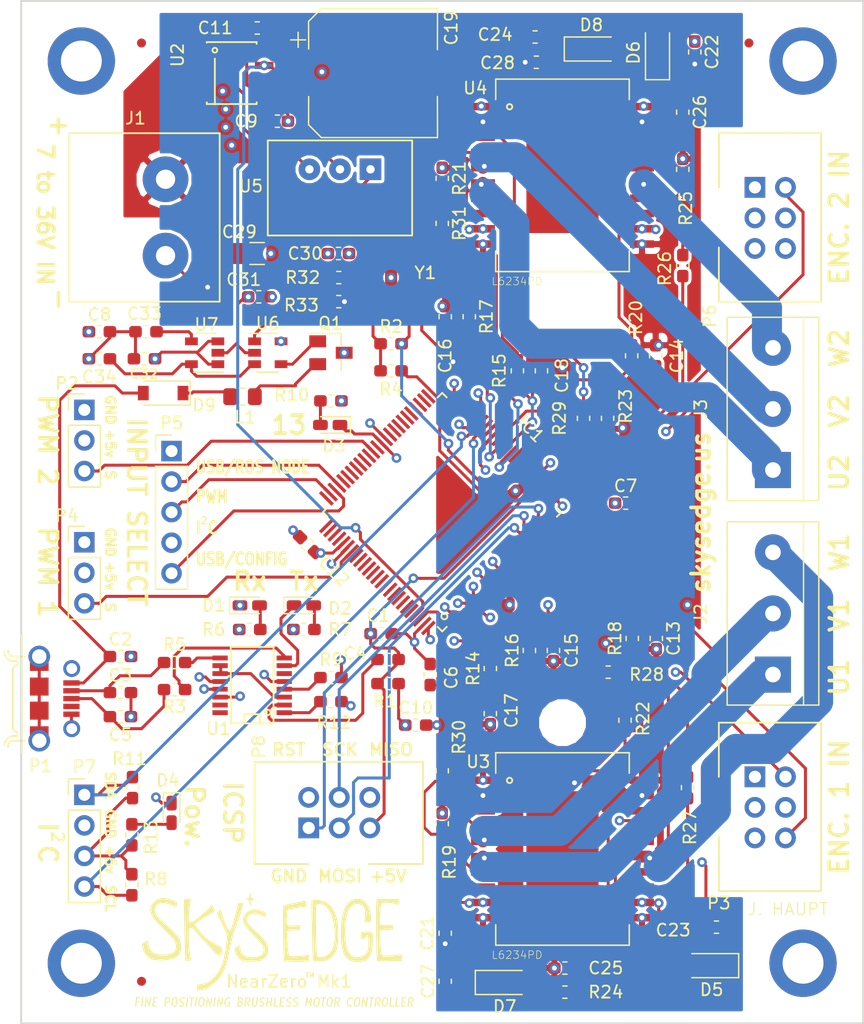
<source format=kicad_pcb>
(kicad_pcb (version 20171130) (host pcbnew 5.0.2+dfsg1-1~bpo9+1)

  (general
    (thickness 1.6)
    (drawings 46)
    (tracks 939)
    (zones 0)
    (modules 108)
    (nets 148)
  )

  (page A4)
  (layers
    (0 L1-Sig signal)
    (1 L2-Gnd signal)
    (2 L3-5v+Batt signal)
    (31 L4-Sig+GndPwr signal)
    (33 F.Adhes user)
    (35 F.Paste user)
    (36 B.SilkS user)
    (37 F.SilkS user)
    (38 B.Mask user)
    (39 F.Mask user hide)
    (40 Dwgs.User user hide)
    (41 Cmts.User user)
    (42 Eco1.User user)
    (43 Eco2.User user)
    (44 Edge.Cuts user)
    (45 Margin user)
    (46 B.CrtYd user hide)
    (47 F.CrtYd user hide)
    (49 F.Fab user hide)
  )

  (setup
    (last_trace_width 0.25)
    (user_trace_width 0.5)
    (user_trace_width 1)
    (user_trace_width 2)
    (user_trace_width 2.5)
    (user_trace_width 3)
    (user_trace_width 4)
    (trace_clearance 0.2)
    (zone_clearance 0.25)
    (zone_45_only no)
    (trace_min 0.2)
    (segment_width 0.2)
    (edge_width 0.15)
    (via_size 0.8)
    (via_drill 0.4)
    (via_min_size 0.4)
    (via_min_drill 0.3)
    (uvia_size 0.3)
    (uvia_drill 0.1)
    (uvias_allowed no)
    (uvia_min_size 0.2)
    (uvia_min_drill 0.1)
    (pcb_text_width 0.3)
    (pcb_text_size 1.5 1.5)
    (mod_edge_width 0.15)
    (mod_text_size 1 1)
    (mod_text_width 0.15)
    (pad_size 6 9.6)
    (pad_drill 0)
    (pad_to_mask_clearance 0.2)
    (solder_mask_min_width 0.25)
    (aux_axis_origin 0 0)
    (visible_elements FFFFFF7F)
    (pcbplotparams
      (layerselection 0x010f8_ffffffff)
      (usegerberextensions false)
      (usegerberattributes false)
      (usegerberadvancedattributes false)
      (creategerberjobfile false)
      (excludeedgelayer true)
      (linewidth 0.100000)
      (plotframeref false)
      (viasonmask false)
      (mode 1)
      (useauxorigin false)
      (hpglpennumber 1)
      (hpglpenspeed 20)
      (hpglpendiameter 15.000000)
      (psnegative false)
      (psa4output false)
      (plotreference true)
      (plotvalue true)
      (plotinvisibletext false)
      (padsonsilk false)
      (subtractmaskfromsilk false)
      (outputformat 1)
      (mirror false)
      (drillshape 0)
      (scaleselection 1)
      (outputdirectory "Fab/"))
  )

  (net 0 "")
  (net 1 RESET)
  (net 2 GND)
  (net 3 "Net-(C2-Pad1)")
  (net 4 "Net-(C3-Pad1)")
  (net 5 "Net-(C4-Pad1)")
  (net 6 "Net-(C5-Pad1)")
  (net 7 /AREF)
  (net 8 +5V)
  (net 9 ISense)
  (net 10 signal_W1)
  (net 11 signal_W2)
  (net 12 signal_V1)
  (net 13 signal_V2)
  (net 14 signal_U1)
  (net 15 signal_U2)
  (net 16 +BATT)
  (net 17 "Net-(C23-Pad1)")
  (net 18 "Net-(C24-Pad1)")
  (net 19 "Net-(D1-Pad1)")
  (net 20 "Net-(D1-Pad2)")
  (net 21 "Net-(D2-Pad2)")
  (net 22 "Net-(D2-Pad1)")
  (net 23 "Net-(D3-Pad2)")
  (net 24 "Net-(D4-Pad2)")
  (net 25 "Net-(IC1-Pad2)")
  (net 26 "Net-(IC1-Pad3)")
  (net 27 SCK)
  (net 28 MOSI)
  (net 29 MISO)
  (net 30 "Net-(IC1-Pad26)")
  (net 31 "Net-(IC1-Pad33)")
  (net 32 "Net-(IC1-Pad34)")
  (net 33 SCL)
  (net 34 SDA)
  (net 35 "Net-(IC1-Pad72)")
  (net 36 "Net-(IC1-Pad73)")
  (net 37 "Net-(IC1-Pad74)")
  (net 38 /+BATT_PRESENSE)
  (net 39 "Net-(R2-Pad1)")
  (net 40 "Net-(R3-Pad1)")
  (net 41 "Net-(R5-Pad1)")
  (net 42 "Net-(R9-Pad2)")
  (net 43 "Net-(R12-Pad1)")
  (net 44 "Net-(R14-Pad1)")
  (net 45 "Net-(R15-Pad1)")
  (net 46 "Net-(R16-Pad1)")
  (net 47 "Net-(R17-Pad1)")
  (net 48 "Net-(R18-Pad1)")
  (net 49 "Net-(R19-Pad2)")
  (net 50 "Net-(R20-Pad1)")
  (net 51 "Net-(R21-Pad2)")
  (net 52 "Net-(R22-Pad2)")
  (net 53 "Net-(R23-Pad2)")
  (net 54 "Net-(R24-Pad2)")
  (net 55 "Net-(R25-Pad2)")
  (net 56 "Net-(U1-Pad10)")
  (net 57 GNDPWR)
  (net 58 /Vcp1)
  (net 59 /Vcp2)
  (net 60 /Vref1)
  (net 61 /Vref2)
  (net 62 /Vboot1)
  (net 63 /Vboot2)
  (net 64 enable_V1)
  (net 65 enable_U1)
  (net 66 enable_W1)
  (net 67 enable_U2)
  (net 68 enable_V2)
  (net 69 enable_W2)
  (net 70 /W1)
  (net 71 /V1)
  (net 72 /U1)
  (net 73 /U2)
  (net 74 /V2)
  (net 75 /W2)
  (net 76 "Net-(C33-Pad1)")
  (net 77 +3V3)
  (net 78 VBUS)
  (net 79 "Net-(Q1-Pad1)")
  (net 80 "Net-(R32-Pad2)")
  (net 81 "Net-(IC1-Pad1)")
  (net 82 "Net-(IC1-Pad4)")
  (net 83 "Net-(IC1-Pad8)")
  (net 84 "Net-(IC1-Pad9)")
  (net 85 "Net-(IC1-Pad14)")
  (net 86 "Net-(IC1-Pad23)")
  (net 87 "Net-(IC1-Pad24)")
  (net 88 "Net-(IC1-Pad25)")
  (net 89 "Net-(IC1-Pad27)")
  (net 90 "Net-(IC1-Pad28)")
  (net 91 "Net-(IC1-Pad29)")
  (net 92 "Net-(IC1-Pad42)")
  (net 93 "Net-(IC1-Pad47)")
  (net 94 "Net-(IC1-Pad48)")
  (net 95 "Net-(IC1-Pad49)")
  (net 96 "Net-(IC1-Pad51)")
  (net 97 "Net-(IC1-Pad52)")
  (net 98 "Net-(IC1-Pad53)")
  (net 99 "Net-(IC1-Pad54)")
  (net 100 "Net-(IC1-Pad55)")
  (net 101 "Net-(IC1-Pad56)")
  (net 102 "Net-(IC1-Pad57)")
  (net 103 "Net-(IC1-Pad58)")
  (net 104 "Net-(IC1-Pad59)")
  (net 105 "Net-(IC1-Pad60)")
  (net 106 "Net-(IC1-Pad63)")
  (net 107 "Net-(IC1-Pad64)")
  (net 108 "Net-(IC1-Pad65)")
  (net 109 "Net-(IC1-Pad66)")
  (net 110 "Net-(IC1-Pad67)")
  (net 111 "Net-(IC1-Pad68)")
  (net 112 "Net-(IC1-Pad69)")
  (net 113 "Net-(IC1-Pad70)")
  (net 114 "Net-(IC1-Pad71)")
  (net 115 "Net-(IC1-Pad77)")
  (net 116 "Net-(IC1-Pad78)")
  (net 117 "Net-(IC1-Pad79)")
  (net 118 "Net-(IC1-Pad82)")
  (net 119 "Net-(IC1-Pad83)")
  (net 120 "Net-(IC1-Pad84)")
  (net 121 "Net-(IC1-Pad85)")
  (net 122 "Net-(IC1-Pad86)")
  (net 123 "Net-(IC1-Pad87)")
  (net 124 "Net-(IC1-Pad88)")
  (net 125 "Net-(IC1-Pad89)")
  (net 126 "Net-(IC1-Pad90)")
  (net 127 "Net-(IC1-Pad91)")
  (net 128 "Net-(IC1-Pad92)")
  (net 129 "Net-(IC1-Pad93)")
  (net 130 "Net-(IC1-Pad94)")
  (net 131 "Net-(IC1-Pad95)")
  (net 132 "Net-(IC1-Pad96)")
  (net 133 "Net-(P1-Pad4)")
  (net 134 "Net-(U1-Pad6)")
  (net 135 "Net-(U1-Pad15)")
  (net 136 "Net-(U1-Pad16)")
  (net 137 "Net-(D9-Pad1)")
  (net 138 ENC1_PIN5)
  (net 139 ENC1_PIN4)
  (net 140 ENC1_PIN3)
  (net 141 ENC1_PIN6)
  (net 142 ENC2_PIN6)
  (net 143 ENC2_PIN5)
  (net 144 ENC2_PIN4)
  (net 145 ENC2_PIN3)
  (net 146 "Net-(IC1-Pad75)")
  (net 147 "Net-(IC1-Pad76)")

  (net_class Default "This is the default net class."
    (clearance 0.2)
    (trace_width 0.25)
    (via_dia 0.8)
    (via_drill 0.4)
    (uvia_dia 0.3)
    (uvia_drill 0.1)
    (add_net +3V3)
    (add_net +5V)
    (add_net +BATT)
    (add_net /+BATT_PRESENSE)
    (add_net /AREF)
    (add_net /U1)
    (add_net /U2)
    (add_net /V1)
    (add_net /V2)
    (add_net /Vboot1)
    (add_net /Vboot2)
    (add_net /Vcp1)
    (add_net /Vcp2)
    (add_net /Vref1)
    (add_net /Vref2)
    (add_net /W1)
    (add_net /W2)
    (add_net ENC1_PIN3)
    (add_net ENC1_PIN4)
    (add_net ENC1_PIN5)
    (add_net ENC1_PIN6)
    (add_net ENC2_PIN3)
    (add_net ENC2_PIN4)
    (add_net ENC2_PIN5)
    (add_net ENC2_PIN6)
    (add_net GND)
    (add_net GNDPWR)
    (add_net ISense)
    (add_net MISO)
    (add_net MOSI)
    (add_net "Net-(C2-Pad1)")
    (add_net "Net-(C23-Pad1)")
    (add_net "Net-(C24-Pad1)")
    (add_net "Net-(C3-Pad1)")
    (add_net "Net-(C33-Pad1)")
    (add_net "Net-(C4-Pad1)")
    (add_net "Net-(C5-Pad1)")
    (add_net "Net-(D1-Pad1)")
    (add_net "Net-(D1-Pad2)")
    (add_net "Net-(D2-Pad1)")
    (add_net "Net-(D2-Pad2)")
    (add_net "Net-(D3-Pad2)")
    (add_net "Net-(D4-Pad2)")
    (add_net "Net-(D9-Pad1)")
    (add_net "Net-(IC1-Pad1)")
    (add_net "Net-(IC1-Pad14)")
    (add_net "Net-(IC1-Pad2)")
    (add_net "Net-(IC1-Pad23)")
    (add_net "Net-(IC1-Pad24)")
    (add_net "Net-(IC1-Pad25)")
    (add_net "Net-(IC1-Pad26)")
    (add_net "Net-(IC1-Pad27)")
    (add_net "Net-(IC1-Pad28)")
    (add_net "Net-(IC1-Pad29)")
    (add_net "Net-(IC1-Pad3)")
    (add_net "Net-(IC1-Pad33)")
    (add_net "Net-(IC1-Pad34)")
    (add_net "Net-(IC1-Pad4)")
    (add_net "Net-(IC1-Pad42)")
    (add_net "Net-(IC1-Pad47)")
    (add_net "Net-(IC1-Pad48)")
    (add_net "Net-(IC1-Pad49)")
    (add_net "Net-(IC1-Pad51)")
    (add_net "Net-(IC1-Pad52)")
    (add_net "Net-(IC1-Pad53)")
    (add_net "Net-(IC1-Pad54)")
    (add_net "Net-(IC1-Pad55)")
    (add_net "Net-(IC1-Pad56)")
    (add_net "Net-(IC1-Pad57)")
    (add_net "Net-(IC1-Pad58)")
    (add_net "Net-(IC1-Pad59)")
    (add_net "Net-(IC1-Pad60)")
    (add_net "Net-(IC1-Pad63)")
    (add_net "Net-(IC1-Pad64)")
    (add_net "Net-(IC1-Pad65)")
    (add_net "Net-(IC1-Pad66)")
    (add_net "Net-(IC1-Pad67)")
    (add_net "Net-(IC1-Pad68)")
    (add_net "Net-(IC1-Pad69)")
    (add_net "Net-(IC1-Pad70)")
    (add_net "Net-(IC1-Pad71)")
    (add_net "Net-(IC1-Pad72)")
    (add_net "Net-(IC1-Pad73)")
    (add_net "Net-(IC1-Pad74)")
    (add_net "Net-(IC1-Pad75)")
    (add_net "Net-(IC1-Pad76)")
    (add_net "Net-(IC1-Pad77)")
    (add_net "Net-(IC1-Pad78)")
    (add_net "Net-(IC1-Pad79)")
    (add_net "Net-(IC1-Pad8)")
    (add_net "Net-(IC1-Pad82)")
    (add_net "Net-(IC1-Pad83)")
    (add_net "Net-(IC1-Pad84)")
    (add_net "Net-(IC1-Pad85)")
    (add_net "Net-(IC1-Pad86)")
    (add_net "Net-(IC1-Pad87)")
    (add_net "Net-(IC1-Pad88)")
    (add_net "Net-(IC1-Pad89)")
    (add_net "Net-(IC1-Pad9)")
    (add_net "Net-(IC1-Pad90)")
    (add_net "Net-(IC1-Pad91)")
    (add_net "Net-(IC1-Pad92)")
    (add_net "Net-(IC1-Pad93)")
    (add_net "Net-(IC1-Pad94)")
    (add_net "Net-(IC1-Pad95)")
    (add_net "Net-(IC1-Pad96)")
    (add_net "Net-(P1-Pad4)")
    (add_net "Net-(Q1-Pad1)")
    (add_net "Net-(R12-Pad1)")
    (add_net "Net-(R14-Pad1)")
    (add_net "Net-(R15-Pad1)")
    (add_net "Net-(R16-Pad1)")
    (add_net "Net-(R17-Pad1)")
    (add_net "Net-(R18-Pad1)")
    (add_net "Net-(R19-Pad2)")
    (add_net "Net-(R2-Pad1)")
    (add_net "Net-(R20-Pad1)")
    (add_net "Net-(R21-Pad2)")
    (add_net "Net-(R22-Pad2)")
    (add_net "Net-(R23-Pad2)")
    (add_net "Net-(R24-Pad2)")
    (add_net "Net-(R25-Pad2)")
    (add_net "Net-(R3-Pad1)")
    (add_net "Net-(R32-Pad2)")
    (add_net "Net-(R5-Pad1)")
    (add_net "Net-(R9-Pad2)")
    (add_net "Net-(U1-Pad10)")
    (add_net "Net-(U1-Pad15)")
    (add_net "Net-(U1-Pad16)")
    (add_net "Net-(U1-Pad6)")
    (add_net RESET)
    (add_net SCK)
    (add_net SCL)
    (add_net SDA)
    (add_net VBUS)
    (add_net enable_U1)
    (add_net enable_U2)
    (add_net enable_V1)
    (add_net enable_V2)
    (add_net enable_W1)
    (add_net enable_W2)
    (add_net signal_U1)
    (add_net signal_U2)
    (add_net signal_V1)
    (add_net signal_V2)
    (add_net signal_W1)
    (add_net signal_W2)
  )

  (module Capacitor_SMD:C_1206_3216Metric_Pad1.42x1.75mm_HandSolder (layer L1-Sig) (tedit 5B301BBE) (tstamp 5C4B7A1C)
    (at 156.6125 79)
    (descr "Capacitor SMD 1206 (3216 Metric), square (rectangular) end terminal, IPC_7351 nominal with elongated pad for handsoldering. (Body size source: http://www.tortai-tech.com/upload/download/2011102023233369053.pdf), generated with kicad-footprint-generator")
    (tags "capacitor handsolder")
    (path /5C5E5F92)
    (attr smd)
    (fp_text reference C29 (at -1.475 -1.8) (layer F.SilkS)
      (effects (font (size 1 1) (thickness 0.15)))
    )
    (fp_text value "10uF, 50v" (at 0 1.82) (layer F.Fab)
      (effects (font (size 1 1) (thickness 0.15)))
    )
    (fp_text user %R (at 0 0) (layer F.Fab)
      (effects (font (size 0.8 0.8) (thickness 0.12)))
    )
    (fp_line (start 2.45 1.12) (end -2.45 1.12) (layer F.CrtYd) (width 0.05))
    (fp_line (start 2.45 -1.12) (end 2.45 1.12) (layer F.CrtYd) (width 0.05))
    (fp_line (start -2.45 -1.12) (end 2.45 -1.12) (layer F.CrtYd) (width 0.05))
    (fp_line (start -2.45 1.12) (end -2.45 -1.12) (layer F.CrtYd) (width 0.05))
    (fp_line (start -0.602064 0.91) (end 0.602064 0.91) (layer F.SilkS) (width 0.12))
    (fp_line (start -0.602064 -0.91) (end 0.602064 -0.91) (layer F.SilkS) (width 0.12))
    (fp_line (start 1.6 0.8) (end -1.6 0.8) (layer F.Fab) (width 0.1))
    (fp_line (start 1.6 -0.8) (end 1.6 0.8) (layer F.Fab) (width 0.1))
    (fp_line (start -1.6 -0.8) (end 1.6 -0.8) (layer F.Fab) (width 0.1))
    (fp_line (start -1.6 0.8) (end -1.6 -0.8) (layer F.Fab) (width 0.1))
    (pad 2 smd roundrect (at 1.4875 0) (size 1.425 1.75) (layers L1-Sig F.Paste F.Mask) (roundrect_rratio 0.175439)
      (net 2 GND))
    (pad 1 smd roundrect (at -1.4875 0) (size 1.425 1.75) (layers L1-Sig F.Paste F.Mask) (roundrect_rratio 0.175439)
      (net 16 +BATT))
    (model ${KISYS3DMOD}/Capacitor_SMD.3dshapes/C_1206_3216Metric.wrl
      (at (xyz 0 0 0))
      (scale (xyz 1 1 1))
      (rotate (xyz 0 0 0))
    )
  )

  (module MyFootprints:PowerSO-20 (layer L1-Sig) (tedit 5C7C74F4) (tstamp 5C4FD683)
    (at 182 128.5)
    (path /5C474D8F)
    (attr smd)
    (fp_text reference U3 (at -7 -7.25) (layer F.SilkS)
      (effects (font (size 1 1) (thickness 0.15)))
    )
    (fp_text value L6234PD (at -3.77473 8.80931) (layer F.SilkS)
      (effects (font (size 0.641143 0.641143) (thickness 0.05)))
    )
    (fp_circle (center -4.4 -5.7) (end -4.2 -5.6) (layer F.SilkS) (width 0.15))
    (fp_line (start 5.55 8) (end 5.55 6.3) (layer F.SilkS) (width 0.127))
    (fp_line (start -5.55 8) (end 5.55 8) (layer F.SilkS) (width 0.127))
    (fp_line (start -5.55 6.3) (end -5.55 8) (layer F.SilkS) (width 0.127))
    (fp_line (start 5.55 -8) (end 5.55 -6.3) (layer F.SilkS) (width 0.127))
    (fp_line (start -5.55 -8) (end 5.55 -8) (layer F.SilkS) (width 0.127))
    (fp_line (start -5.55 -6.3) (end -5.55 -8) (layer F.SilkS) (width 0.127))
    (fp_poly (pts (xy -1.90084 -3) (xy 1.9 -3) (xy 1.9 3.00133) (xy -1.90084 3.00133)) (layer F.Paste) (width 0))
    (fp_line (start -5.8 -8.25) (end 5.8 -8.25) (layer Eco1.User) (width 0.05))
    (fp_line (start -5.8 -6.28) (end -5.8 -8.25) (layer Eco1.User) (width 0.05))
    (fp_line (start -7.86 -6.28) (end -5.8 -6.28) (layer Eco1.User) (width 0.05))
    (fp_line (start -7.86 6.28) (end -7.86 -6.28) (layer Eco1.User) (width 0.05))
    (fp_line (start -5.8 6.28) (end -7.86 6.28) (layer Eco1.User) (width 0.05))
    (fp_line (start -5.8 8.25) (end -5.8 6.28) (layer Eco1.User) (width 0.05))
    (fp_line (start 5.8 8.25) (end -5.8 8.25) (layer Eco1.User) (width 0.05))
    (fp_line (start 5.8 6.28) (end 5.8 8.25) (layer Eco1.User) (width 0.05))
    (fp_line (start 7.86 6.28) (end 5.8 6.28) (layer Eco1.User) (width 0.05))
    (fp_line (start 7.86 -6.28) (end 7.86 6.28) (layer Eco1.User) (width 0.05))
    (fp_line (start 5.8 -6.28) (end 7.86 -6.28) (layer Eco1.User) (width 0.05))
    (fp_line (start 5.8 -8.25) (end 5.8 -6.28) (layer Eco1.User) (width 0.05))
    (fp_line (start -5.55 8) (end -5.55 -8) (layer Dwgs.User) (width 0.127))
    (fp_line (start 5.55 8) (end -5.55 8) (layer Dwgs.User) (width 0.127))
    (fp_line (start 5.55 -8) (end 5.55 8) (layer Dwgs.User) (width 0.127))
    (fp_line (start -5.55 -8) (end 5.55 -8) (layer Dwgs.User) (width 0.127))
    (pad 21 smd rect (at 0 0 180) (size 6 9.6) (layers L1-Sig F.Paste F.Mask))
    (pad 20 smd rect (at 6.61 -5.715 180) (size 1.99 0.63) (layers L1-Sig F.Paste F.Mask)
      (net 2 GND))
    (pad 19 smd rect (at 6.61 -4.445 180) (size 1.99 0.63) (layers L1-Sig F.Paste F.Mask)
      (net 57 GNDPWR))
    (pad 18 smd rect (at 6.61 -3.175 180) (size 1.99 0.63) (layers L1-Sig F.Paste F.Mask)
      (net 62 /Vboot1))
    (pad 17 smd rect (at 6.61 -1.905 180) (size 1.99 0.63) (layers L1-Sig F.Paste F.Mask)
      (net 58 /Vcp1))
    (pad 16 smd rect (at 6.61 -0.635 180) (size 1.99 0.63) (layers L1-Sig F.Paste F.Mask)
      (net 60 /Vref1))
    (pad 15 smd rect (at 6.61 0.635 180) (size 1.99 0.63) (layers L1-Sig F.Paste F.Mask)
      (net 70 /W1))
    (pad 14 smd rect (at 6.61 1.905 180) (size 1.99 0.63) (layers L1-Sig F.Paste F.Mask)
      (net 48 "Net-(R18-Pad1)"))
    (pad 13 smd rect (at 6.61 3.175 180) (size 1.99 0.63) (layers L1-Sig F.Paste F.Mask)
      (net 54 "Net-(R24-Pad2)"))
    (pad 12 smd rect (at 6.61 4.445 180) (size 1.99 0.63) (layers L1-Sig F.Paste F.Mask)
      (net 16 +BATT))
    (pad 11 smd rect (at 6.61 5.715 180) (size 1.99 0.63) (layers L1-Sig F.Paste F.Mask)
      (net 2 GND))
    (pad 10 smd rect (at -6.61 5.715) (size 1.99 0.63) (layers L1-Sig F.Paste F.Mask)
      (net 2 GND))
    (pad 9 smd rect (at -6.61 4.445) (size 1.99 0.63) (layers L1-Sig F.Paste F.Mask)
      (net 16 +BATT))
    (pad 8 smd rect (at -6.61 3.175) (size 1.99 0.63) (layers L1-Sig F.Paste F.Mask)
      (net 49 "Net-(R19-Pad2)"))
    (pad 7 smd rect (at -6.61 1.905) (size 1.99 0.63) (layers L1-Sig F.Paste F.Mask)
      (net 44 "Net-(R14-Pad1)"))
    (pad 6 smd rect (at -6.61 0.635) (size 1.99 0.63) (layers L1-Sig F.Paste F.Mask)
      (net 72 /U1))
    (pad 5 smd rect (at -6.61 -0.635) (size 1.99 0.63) (layers L1-Sig F.Paste F.Mask)
      (net 71 /V1))
    (pad 4 smd rect (at -6.61 -1.905) (size 1.99 0.63) (layers L1-Sig F.Paste F.Mask)
      (net 46 "Net-(R16-Pad1)"))
    (pad 3 smd rect (at -6.61 -3.175) (size 1.99 0.63) (layers L1-Sig F.Paste F.Mask)
      (net 52 "Net-(R22-Pad2)"))
    (pad 2 smd rect (at -6.61 -4.445) (size 1.99 0.63) (layers L1-Sig F.Paste F.Mask)
      (net 57 GNDPWR))
    (pad 1 smd rect (at -6.61 -5.715) (size 1.99 0.63) (layers L1-Sig F.Paste F.Mask)
      (net 2 GND))
  )

  (module MyFootprints:SuperSOT-3 (layer L1-Sig) (tedit 5C7C8702) (tstamp 5C4F81E4)
    (at 162.75 87.25 270)
    (descr "3-pin SuperSOT package https://www.fairchildsemi.com/package-drawings/MA/MA03B.pdf")
    (tags "SuperSOT-3 SSOT-3")
    (path /5CB178FA)
    (attr smd)
    (fp_text reference Q1 (at -2.45 0.05) (layer F.SilkS)
      (effects (font (size 1 1) (thickness 0.15)))
    )
    (fp_text value FDN340P (at 0 2.4 270) (layer F.Fab)
      (effects (font (size 1 1) (thickness 0.15)))
    )
    (fp_line (start 1.7 -2.05) (end 1.7 2.05) (layer F.CrtYd) (width 0.05))
    (fp_line (start 1.7 -2.05) (end -1.7 -2.05) (layer F.CrtYd) (width 0.05))
    (fp_line (start -1.7 2.05) (end 1.7 2.05) (layer F.CrtYd) (width 0.05))
    (fp_line (start -1.7 2.05) (end -1.7 -2.05) (layer F.CrtYd) (width 0.05))
    (fp_line (start -1.45 0.15) (end -1.45 -0.7) (layer F.Fab) (width 0.12))
    (fp_line (start -0.9 0.7) (end -1.45 0.15) (layer F.Fab) (width 0.12))
    (fp_line (start 1.45 0.7) (end -0.9 0.7) (layer F.Fab) (width 0.12))
    (fp_line (start 1.45 -0.7) (end 1.45 0.7) (layer F.Fab) (width 0.12))
    (fp_line (start -1.45 -0.7) (end 1.45 -0.7) (layer F.Fab) (width 0.12))
    (fp_line (start -1.6 -0.85) (end -0.65 -0.85) (layer F.SilkS) (width 0.12))
    (fp_line (start -1.6 1.75) (end -1.6 -0.85) (layer F.SilkS) (width 0.12))
    (fp_line (start 0.65 -0.85) (end 1.45 -0.85) (layer F.SilkS) (width 0.12))
    (fp_text user %R (at 0 0 90) (layer F.Fab)
      (effects (font (size 0.5 0.5) (thickness 0.075)))
    )
    (pad 3 smd rect (at 0 -1.1) (size 1.4 1) (layers L1-Sig F.Paste F.Mask)
      (net 8 +5V))
    (pad 2 smd rect (at 0.95 1.1) (size 1.4 1) (layers L1-Sig F.Paste F.Mask)
      (net 78 VBUS))
    (pad 1 smd rect (at -0.95 1.1) (size 1.4 1) (layers L1-Sig F.Paste F.Mask)
      (net 79 "Net-(Q1-Pad1)"))
    (model ${KISYS3DMOD}/Package_TO_SOT_SMD.3dshapes/SuperSOT-3.wrl
      (at (xyz 0 0 0))
      (scale (xyz 1 1 1))
      (rotate (xyz 0 0 0))
    )
  )

  (module MyFootprints:SOT-23-5 (layer L1-Sig) (tedit 5C7C821A) (tstamp 5C4F7C62)
    (at 152.25 87.25 90)
    (descr "5-pin SOT23 package")
    (tags SOT-23-5)
    (path /5CF3645C)
    (attr smd)
    (fp_text reference U7 (at 2.35 0.15 180) (layer F.SilkS)
      (effects (font (size 1 1) (thickness 0.15)))
    )
    (fp_text value LP2985-33DBVR (at 0 2.9 90) (layer F.Fab)
      (effects (font (size 1 1) (thickness 0.15)))
    )
    (fp_text user %R (at 0 0 270) (layer F.Fab)
      (effects (font (size 0.5 0.5) (thickness 0.075)))
    )
    (fp_line (start 1.61 0.9) (end 1.61 -0.9) (layer F.SilkS) (width 0.12))
    (fp_line (start -1.61 -0.9) (end -1.61 1.55) (layer F.SilkS) (width 0.12))
    (fp_line (start -1.8 1.9) (end -1.8 -1.9) (layer F.CrtYd) (width 0.05))
    (fp_line (start -1.8 -1.9) (end 1.8 -1.9) (layer F.CrtYd) (width 0.05))
    (fp_line (start 1.8 -1.9) (end 1.8 1.9) (layer F.CrtYd) (width 0.05))
    (fp_line (start 1.8 1.9) (end -1.8 1.9) (layer F.CrtYd) (width 0.05))
    (fp_line (start -0.9 0.9) (end -1.55 0.25) (layer F.Fab) (width 0.1))
    (fp_line (start -1.55 -0.9) (end -1.55 0.25) (layer F.Fab) (width 0.1))
    (fp_line (start -0.9 0.9) (end 1.55 0.9) (layer F.Fab) (width 0.1))
    (fp_line (start 1.55 -0.9) (end 1.55 0.9) (layer F.Fab) (width 0.1))
    (fp_line (start -1.55 -0.9) (end 1.55 -0.9) (layer F.Fab) (width 0.1))
    (pad 1 smd rect (at -0.95 1.1 180) (size 1.06 0.65) (layers L1-Sig F.Paste F.Mask)
      (net 8 +5V))
    (pad 2 smd rect (at 0 1.1 180) (size 1.06 0.65) (layers L1-Sig F.Paste F.Mask)
      (net 2 GND))
    (pad 3 smd rect (at 0.95 1.1 180) (size 1.06 0.65) (layers L1-Sig F.Paste F.Mask)
      (net 8 +5V))
    (pad 4 smd rect (at 0.95 -1.1 180) (size 1.06 0.65) (layers L1-Sig F.Paste F.Mask)
      (net 76 "Net-(C33-Pad1)"))
    (pad 5 smd rect (at -0.95 -1.1 180) (size 1.06 0.65) (layers L1-Sig F.Paste F.Mask)
      (net 77 +3V3))
    (model ${KISYS3DMOD}/Package_TO_SOT_SMD.3dshapes/SOT-23-5.wrl
      (at (xyz 0 0 0))
      (scale (xyz 1 1 1))
      (rotate (xyz 0 0 0))
    )
  )

  (module MyFootprints:SOT-23-5 (layer L1-Sig) (tedit 5C7C821A) (tstamp 5C4B7AD3)
    (at 157.5 87.25 270)
    (descr "5-pin SOT23 package")
    (tags SOT-23-5)
    (path /5C84DB5E)
    (attr smd)
    (fp_text reference U6 (at -2.45 0) (layer F.SilkS)
      (effects (font (size 1 1) (thickness 0.15)))
    )
    (fp_text value LMV331SN3T1G (at 0 2.9 270) (layer F.Fab)
      (effects (font (size 1 1) (thickness 0.15)))
    )
    (fp_text user %R (at 0 0 90) (layer F.Fab)
      (effects (font (size 0.5 0.5) (thickness 0.075)))
    )
    (fp_line (start 1.61 0.9) (end 1.61 -0.9) (layer F.SilkS) (width 0.12))
    (fp_line (start -1.61 -0.9) (end -1.61 1.55) (layer F.SilkS) (width 0.12))
    (fp_line (start -1.8 1.9) (end -1.8 -1.9) (layer F.CrtYd) (width 0.05))
    (fp_line (start -1.8 -1.9) (end 1.8 -1.9) (layer F.CrtYd) (width 0.05))
    (fp_line (start 1.8 -1.9) (end 1.8 1.9) (layer F.CrtYd) (width 0.05))
    (fp_line (start 1.8 1.9) (end -1.8 1.9) (layer F.CrtYd) (width 0.05))
    (fp_line (start -0.9 0.9) (end -1.55 0.25) (layer F.Fab) (width 0.1))
    (fp_line (start -1.55 -0.9) (end -1.55 0.25) (layer F.Fab) (width 0.1))
    (fp_line (start -0.9 0.9) (end 1.55 0.9) (layer F.Fab) (width 0.1))
    (fp_line (start 1.55 -0.9) (end 1.55 0.9) (layer F.Fab) (width 0.1))
    (fp_line (start -1.55 -0.9) (end 1.55 -0.9) (layer F.Fab) (width 0.1))
    (pad 1 smd rect (at -0.95 1.1) (size 1.06 0.65) (layers L1-Sig F.Paste F.Mask)
      (net 80 "Net-(R32-Pad2)"))
    (pad 2 smd rect (at 0 1.1) (size 1.06 0.65) (layers L1-Sig F.Paste F.Mask)
      (net 2 GND))
    (pad 3 smd rect (at 0.95 1.1) (size 1.06 0.65) (layers L1-Sig F.Paste F.Mask)
      (net 77 +3V3))
    (pad 4 smd rect (at 0.95 -1.1) (size 1.06 0.65) (layers L1-Sig F.Paste F.Mask)
      (net 79 "Net-(Q1-Pad1)"))
    (pad 5 smd rect (at -0.95 -1.1) (size 1.06 0.65) (layers L1-Sig F.Paste F.Mask)
      (net 8 +5V))
    (model ${KISYS3DMOD}/Package_TO_SOT_SMD.3dshapes/SOT-23-5.wrl
      (at (xyz 0 0 0))
      (scale (xyz 1 1 1))
      (rotate (xyz 0 0 0))
    )
  )

  (module MyFootprints:SSOP-16 (layer L1-Sig) (tedit 5C7C7BEC) (tstamp 5C7CADD8)
    (at 156.1 114.75 180)
    (descr "SSOP 20 pins")
    (tags "CMS SSOP SMD")
    (path /5B517781)
    (attr smd)
    (fp_text reference U1 (at 2.7 -3.75) (layer F.SilkS)
      (effects (font (size 1 1) (thickness 0.15)))
    )
    (fp_text value FT230XS (at -0.508 0.762 180) (layer F.Fab)
      (effects (font (size 1 1) (thickness 0.15)))
    )
    (fp_circle (center -1.4 -2.4) (end -1.2 -2.3) (layer F.SilkS) (width 0.15))
    (fp_line (start -0.735 -2.548) (end -0.735 -3.31) (layer F.SilkS) (width 0.15))
    (fp_line (start 0.535 -2.548) (end -0.735 -2.548) (layer F.SilkS) (width 0.15))
    (fp_line (start 0.535 -3.31) (end 0.535 -2.548) (layer F.SilkS) (width 0.15))
    (fp_line (start -1.878 -3.31) (end 1.678 -3.31) (layer F.SilkS) (width 0.15))
    (fp_line (start 1.678 3.04) (end -1.878 3.04) (layer F.SilkS) (width 0.15))
    (fp_line (start 1.678 3.04) (end 1.678 -3.31) (layer F.SilkS) (width 0.15))
    (fp_line (start -1.878 -3.31) (end -1.878 3.04) (layer F.SilkS) (width 0.15))
    (pad 16 smd rect (at 2.567 -2.421 90) (size 0.4064 1.27) (layers L1-Sig F.Paste F.Mask)
      (net 136 "Net-(U1-Pad16)"))
    (pad 15 smd rect (at 2.567 -1.786 90) (size 0.4064 1.27) (layers L1-Sig F.Paste F.Mask)
      (net 135 "Net-(U1-Pad15)"))
    (pad 14 smd rect (at 2.567 -1.1256 90) (size 0.4064 1.27) (layers L1-Sig F.Paste F.Mask)
      (net 19 "Net-(D1-Pad1)"))
    (pad 13 smd rect (at 2.567 -0.4652 90) (size 0.4064 1.27) (layers L1-Sig F.Paste F.Mask)
      (net 2 GND))
    (pad 12 smd rect (at 2.567 0.1698 90) (size 0.4064 1.27) (layers L1-Sig F.Paste F.Mask)
      (net 8 +5V))
    (pad 11 smd rect (at 2.567 0.8302 90) (size 0.4064 1.27) (layers L1-Sig F.Paste F.Mask)
      (net 56 "Net-(U1-Pad10)"))
    (pad 10 smd rect (at 2.567 1.4906 90) (size 0.4064 1.27) (layers L1-Sig F.Paste F.Mask)
      (net 56 "Net-(U1-Pad10)"))
    (pad 9 smd rect (at 2.567 2.1256 90) (size 0.4064 1.27) (layers L1-Sig F.Paste F.Mask)
      (net 41 "Net-(R5-Pad1)"))
    (pad 8 smd rect (at -2.767 2.1256 90) (size 0.4064 1.27) (layers L1-Sig F.Paste F.Mask)
      (net 40 "Net-(R3-Pad1)"))
    (pad 7 smd rect (at -2.767 1.4906 90) (size 0.4064 1.27) (layers L1-Sig F.Paste F.Mask)
      (net 22 "Net-(D2-Pad1)"))
    (pad 6 smd rect (at -2.767 0.8302 90) (size 0.4064 1.27) (layers L1-Sig F.Paste F.Mask)
      (net 134 "Net-(U1-Pad6)"))
    (pad 5 smd rect (at -2.767 0.1698 90) (size 0.4064 1.27) (layers L1-Sig F.Paste F.Mask)
      (net 2 GND))
    (pad 4 smd rect (at -2.767 -0.4652 90) (size 0.4064 1.27) (layers L1-Sig F.Paste F.Mask)
      (net 42 "Net-(R9-Pad2)"))
    (pad 3 smd rect (at -2.767 -1.1256 90) (size 0.4064 1.27) (layers L1-Sig F.Paste F.Mask)
      (net 56 "Net-(U1-Pad10)"))
    (pad 2 smd rect (at -2.767 -1.786 90) (size 0.4064 1.27) (layers L1-Sig F.Paste F.Mask)
      (net 5 "Net-(C4-Pad1)"))
    (pad 1 smd rect (at -2.767 -2.421 90) (size 0.4064 1.27) (layers L1-Sig F.Paste F.Mask)
      (net 43 "Net-(R12-Pad1)"))
    (model SMD_Packages.3dshapes/SSOP-20.wrl
      (at (xyz 0 0 0))
      (scale (xyz 0.255 0.33 0.3))
      (rotate (xyz 0 0 0))
    )
  )

  (module MyFootprints:PowerSO-20 (layer L1-Sig) (tedit 5C7C74F4) (tstamp 5C46EE37)
    (at 182 72.5)
    (path /5C474ECF)
    (attr smd)
    (fp_text reference U4 (at -7.25 -7.25) (layer F.SilkS)
      (effects (font (size 1 1) (thickness 0.15)))
    )
    (fp_text value L6234PD (at -3.77473 8.80931) (layer F.SilkS)
      (effects (font (size 0.641143 0.641143) (thickness 0.05)))
    )
    (fp_circle (center -4.4 -5.7) (end -4.2 -5.6) (layer F.SilkS) (width 0.15))
    (fp_line (start 5.55 8) (end 5.55 6.3) (layer F.SilkS) (width 0.127))
    (fp_line (start -5.55 8) (end 5.55 8) (layer F.SilkS) (width 0.127))
    (fp_line (start -5.55 6.3) (end -5.55 8) (layer F.SilkS) (width 0.127))
    (fp_line (start 5.55 -8) (end 5.55 -6.3) (layer F.SilkS) (width 0.127))
    (fp_line (start -5.55 -8) (end 5.55 -8) (layer F.SilkS) (width 0.127))
    (fp_line (start -5.55 -6.3) (end -5.55 -8) (layer F.SilkS) (width 0.127))
    (fp_poly (pts (xy -1.90084 -3) (xy 1.9 -3) (xy 1.9 3.00133) (xy -1.90084 3.00133)) (layer F.Paste) (width 0))
    (fp_line (start -5.8 -8.25) (end 5.8 -8.25) (layer Eco1.User) (width 0.05))
    (fp_line (start -5.8 -6.28) (end -5.8 -8.25) (layer Eco1.User) (width 0.05))
    (fp_line (start -7.86 -6.28) (end -5.8 -6.28) (layer Eco1.User) (width 0.05))
    (fp_line (start -7.86 6.28) (end -7.86 -6.28) (layer Eco1.User) (width 0.05))
    (fp_line (start -5.8 6.28) (end -7.86 6.28) (layer Eco1.User) (width 0.05))
    (fp_line (start -5.8 8.25) (end -5.8 6.28) (layer Eco1.User) (width 0.05))
    (fp_line (start 5.8 8.25) (end -5.8 8.25) (layer Eco1.User) (width 0.05))
    (fp_line (start 5.8 6.28) (end 5.8 8.25) (layer Eco1.User) (width 0.05))
    (fp_line (start 7.86 6.28) (end 5.8 6.28) (layer Eco1.User) (width 0.05))
    (fp_line (start 7.86 -6.28) (end 7.86 6.28) (layer Eco1.User) (width 0.05))
    (fp_line (start 5.8 -6.28) (end 7.86 -6.28) (layer Eco1.User) (width 0.05))
    (fp_line (start 5.8 -8.25) (end 5.8 -6.28) (layer Eco1.User) (width 0.05))
    (fp_line (start -5.55 8) (end -5.55 -8) (layer Dwgs.User) (width 0.127))
    (fp_line (start 5.55 8) (end -5.55 8) (layer Dwgs.User) (width 0.127))
    (fp_line (start 5.55 -8) (end 5.55 8) (layer Dwgs.User) (width 0.127))
    (fp_line (start -5.55 -8) (end 5.55 -8) (layer Dwgs.User) (width 0.127))
    (pad 21 smd rect (at 0 0 180) (size 6 9.6) (layers L1-Sig F.Paste F.Mask))
    (pad 20 smd rect (at 6.61 -5.715 180) (size 1.99 0.63) (layers L1-Sig F.Paste F.Mask)
      (net 2 GND))
    (pad 19 smd rect (at 6.61 -4.445 180) (size 1.99 0.63) (layers L1-Sig F.Paste F.Mask)
      (net 57 GNDPWR))
    (pad 18 smd rect (at 6.61 -3.175 180) (size 1.99 0.63) (layers L1-Sig F.Paste F.Mask)
      (net 63 /Vboot2))
    (pad 17 smd rect (at 6.61 -1.905 180) (size 1.99 0.63) (layers L1-Sig F.Paste F.Mask)
      (net 59 /Vcp2))
    (pad 16 smd rect (at 6.61 -0.635 180) (size 1.99 0.63) (layers L1-Sig F.Paste F.Mask)
      (net 61 /Vref2))
    (pad 15 smd rect (at 6.61 0.635 180) (size 1.99 0.63) (layers L1-Sig F.Paste F.Mask)
      (net 75 /W2))
    (pad 14 smd rect (at 6.61 1.905 180) (size 1.99 0.63) (layers L1-Sig F.Paste F.Mask)
      (net 50 "Net-(R20-Pad1)"))
    (pad 13 smd rect (at 6.61 3.175 180) (size 1.99 0.63) (layers L1-Sig F.Paste F.Mask)
      (net 55 "Net-(R25-Pad2)"))
    (pad 12 smd rect (at 6.61 4.445 180) (size 1.99 0.63) (layers L1-Sig F.Paste F.Mask)
      (net 16 +BATT))
    (pad 11 smd rect (at 6.61 5.715 180) (size 1.99 0.63) (layers L1-Sig F.Paste F.Mask)
      (net 2 GND))
    (pad 10 smd rect (at -6.61 5.715) (size 1.99 0.63) (layers L1-Sig F.Paste F.Mask)
      (net 2 GND))
    (pad 9 smd rect (at -6.61 4.445) (size 1.99 0.63) (layers L1-Sig F.Paste F.Mask)
      (net 16 +BATT))
    (pad 8 smd rect (at -6.61 3.175) (size 1.99 0.63) (layers L1-Sig F.Paste F.Mask)
      (net 51 "Net-(R21-Pad2)"))
    (pad 7 smd rect (at -6.61 1.905) (size 1.99 0.63) (layers L1-Sig F.Paste F.Mask)
      (net 45 "Net-(R15-Pad1)"))
    (pad 6 smd rect (at -6.61 0.635) (size 1.99 0.63) (layers L1-Sig F.Paste F.Mask)
      (net 73 /U2))
    (pad 5 smd rect (at -6.61 -0.635) (size 1.99 0.63) (layers L1-Sig F.Paste F.Mask)
      (net 74 /V2))
    (pad 4 smd rect (at -6.61 -1.905) (size 1.99 0.63) (layers L1-Sig F.Paste F.Mask)
      (net 47 "Net-(R17-Pad1)"))
    (pad 3 smd rect (at -6.61 -3.175) (size 1.99 0.63) (layers L1-Sig F.Paste F.Mask)
      (net 53 "Net-(R23-Pad2)"))
    (pad 2 smd rect (at -6.61 -4.445) (size 1.99 0.63) (layers L1-Sig F.Paste F.Mask)
      (net 57 GNDPWR))
    (pad 1 smd rect (at -6.61 -5.715) (size 1.99 0.63) (layers L1-Sig F.Paste F.Mask)
      (net 2 GND))
  )

  (module MyFootprints:SOIC-8_Allegro_ACS723LLCTR (layer L1-Sig) (tedit 5C7C7281) (tstamp 5C46EDD3)
    (at 154.5 64)
    (descr "8-Lead Plastic Small Outline (SN) - Narrow, 3.90 mm Body [SOIC] (see Microchip Packaging Specification 00000049BS.pdf)")
    (tags "SOIC 1.27")
    (path /5C5D6A45)
    (attr smd)
    (fp_text reference U2 (at -4.5 -1.5 90) (layer F.SilkS)
      (effects (font (size 1 1) (thickness 0.15)))
    )
    (fp_text value ACS723LLCTR-10AU-T (at 0 3.5) (layer F.Fab)
      (effects (font (size 1 1) (thickness 0.15)))
    )
    (fp_text user %R (at 0 0) (layer F.Fab)
      (effects (font (size 1 1) (thickness 0.15)))
    )
    (fp_line (start -0.95 -2.45) (end 1.95 -2.45) (layer F.Fab) (width 0.1))
    (fp_line (start 1.95 -2.45) (end 1.95 2.45) (layer F.Fab) (width 0.1))
    (fp_line (start 1.95 2.45) (end -1.95 2.45) (layer F.Fab) (width 0.1))
    (fp_line (start -1.95 2.45) (end -1.95 -1.45) (layer F.Fab) (width 0.1))
    (fp_line (start -1.95 -1.45) (end -0.95 -2.45) (layer F.Fab) (width 0.1))
    (fp_line (start -3.73 -2.7) (end -3.73 2.7) (layer F.CrtYd) (width 0.05))
    (fp_line (start 3.73 -2.7) (end 3.73 2.7) (layer F.CrtYd) (width 0.05))
    (fp_line (start -3.73 -2.7) (end 3.73 -2.7) (layer F.CrtYd) (width 0.05))
    (fp_line (start -3.73 2.7) (end 3.73 2.7) (layer F.CrtYd) (width 0.05))
    (fp_line (start -2.075 -2.575) (end -2.075 -2.525) (layer F.SilkS) (width 0.15))
    (fp_line (start 2.075 -2.575) (end 2.075 -2.43) (layer F.SilkS) (width 0.15))
    (fp_line (start 2.075 2.575) (end 2.075 2.43) (layer F.SilkS) (width 0.15))
    (fp_line (start -2.075 2.575) (end -2.075 2.43) (layer F.SilkS) (width 0.15))
    (fp_line (start -2.075 -2.575) (end 2.075 -2.575) (layer F.SilkS) (width 0.15))
    (fp_line (start -2.075 2.575) (end 2.075 2.575) (layer F.SilkS) (width 0.15))
    (fp_circle (center -1.4 -1.9) (end -1.2 -1.9) (layer F.SilkS) (width 0.15))
    (fp_line (start -1.4 2.6) (end -1.4 -1.2) (layer F.SilkS) (width 0.15))
    (pad 1 smd rect (at -2.7 -1.905) (size 1.55 0.6) (layers L1-Sig F.Paste F.Mask)
      (net 38 /+BATT_PRESENSE))
    (pad 2 smd rect (at -2.7 -0.635) (size 1.55 0.6) (layers L1-Sig F.Paste F.Mask)
      (net 38 /+BATT_PRESENSE))
    (pad 3 smd rect (at -2.7 0.635) (size 1.55 0.6) (layers L1-Sig F.Paste F.Mask)
      (net 16 +BATT))
    (pad 4 smd rect (at -2.7 1.905) (size 1.55 0.6) (layers L1-Sig F.Paste F.Mask)
      (net 16 +BATT))
    (pad 5 smd rect (at 2.7 1.905) (size 1.55 0.6) (layers L1-Sig F.Paste F.Mask)
      (net 2 GND))
    (pad 6 smd rect (at 2.7 0.635) (size 1.55 0.6) (layers L1-Sig F.Paste F.Mask)
      (net 2 GND))
    (pad 7 smd rect (at 2.7 -0.635) (size 1.55 0.6) (layers L1-Sig F.Paste F.Mask)
      (net 9 ISense))
    (pad 8 smd rect (at 2.7 -1.905) (size 1.55 0.6) (layers L1-Sig F.Paste F.Mask)
      (net 8 +5V))
    (model ${KISYS3DMOD}/Package_SO.3dshapes/SOIC-8_3.9x4.9mm_P1.27mm.wrl
      (at (xyz 0 0 0))
      (scale (xyz 1 1 1))
      (rotate (xyz 0 0 0))
    )
  )

  (module NetTie:NetTie-2_SMD_Pad0.5mm (layer L1-Sig) (tedit 5C4B8DB1) (tstamp 5C49171D)
    (at 152 81.8)
    (descr "Net tie, 2 pin, 0.5mm square SMD pads")
    (tags "net tie")
    (path /5C4C74A9)
    (attr virtual)
    (fp_text reference NT1 (at 0 -1.2) (layer F.SilkS) hide
      (effects (font (size 1 1) (thickness 0.15)))
    )
    (fp_text value Net-Tie_2 (at 0 1.2) (layer F.Fab)
      (effects (font (size 1 1) (thickness 0.15)))
    )
    (fp_poly (pts (xy -0.5 -0.25) (xy 0.5 -0.25) (xy 0.5 0.25) (xy -0.5 0.25)) (layer L1-Sig) (width 0))
    (fp_line (start 1 -0.5) (end -1 -0.5) (layer F.CrtYd) (width 0.05))
    (fp_line (start 1 0.5) (end 1 -0.5) (layer F.CrtYd) (width 0.05))
    (fp_line (start -1 0.5) (end 1 0.5) (layer F.CrtYd) (width 0.05))
    (fp_line (start -1 -0.5) (end -1 0.5) (layer F.CrtYd) (width 0.05))
    (pad 1 smd circle (at -0.5 0) (size 0.5 0.5) (layers L1-Sig)
      (net 2 GND))
    (pad 2 smd circle (at 0.5 0) (size 0.5 0.5) (layers L1-Sig)
      (net 57 GNDPWR))
  )

  (module Diode_SMD:D_SOD-123 (layer L1-Sig) (tedit 58645DC7) (tstamp 5C6E0B41)
    (at 148.8 90.6 180)
    (descr SOD-123)
    (tags SOD-123)
    (path /5C6BD89F)
    (attr smd)
    (fp_text reference D9 (at -3.4 -1 180) (layer F.SilkS)
      (effects (font (size 1 1) (thickness 0.15)))
    )
    (fp_text value D_Schottky (at 0 2.1 180) (layer F.Fab)
      (effects (font (size 1 1) (thickness 0.15)))
    )
    (fp_text user %R (at 0 -2 180) (layer F.Fab)
      (effects (font (size 1 1) (thickness 0.15)))
    )
    (fp_line (start -2.25 -1) (end -2.25 1) (layer F.SilkS) (width 0.12))
    (fp_line (start 0.25 0) (end 0.75 0) (layer F.Fab) (width 0.1))
    (fp_line (start 0.25 0.4) (end -0.35 0) (layer F.Fab) (width 0.1))
    (fp_line (start 0.25 -0.4) (end 0.25 0.4) (layer F.Fab) (width 0.1))
    (fp_line (start -0.35 0) (end 0.25 -0.4) (layer F.Fab) (width 0.1))
    (fp_line (start -0.35 0) (end -0.35 0.55) (layer F.Fab) (width 0.1))
    (fp_line (start -0.35 0) (end -0.35 -0.55) (layer F.Fab) (width 0.1))
    (fp_line (start -0.75 0) (end -0.35 0) (layer F.Fab) (width 0.1))
    (fp_line (start -1.4 0.9) (end -1.4 -0.9) (layer F.Fab) (width 0.1))
    (fp_line (start 1.4 0.9) (end -1.4 0.9) (layer F.Fab) (width 0.1))
    (fp_line (start 1.4 -0.9) (end 1.4 0.9) (layer F.Fab) (width 0.1))
    (fp_line (start -1.4 -0.9) (end 1.4 -0.9) (layer F.Fab) (width 0.1))
    (fp_line (start -2.35 -1.15) (end 2.35 -1.15) (layer F.CrtYd) (width 0.05))
    (fp_line (start 2.35 -1.15) (end 2.35 1.15) (layer F.CrtYd) (width 0.05))
    (fp_line (start 2.35 1.15) (end -2.35 1.15) (layer F.CrtYd) (width 0.05))
    (fp_line (start -2.35 -1.15) (end -2.35 1.15) (layer F.CrtYd) (width 0.05))
    (fp_line (start -2.25 1) (end 1.65 1) (layer F.SilkS) (width 0.12))
    (fp_line (start -2.25 -1) (end 1.65 -1) (layer F.SilkS) (width 0.12))
    (pad 1 smd rect (at -1.65 0 180) (size 0.9 1.2) (layers L1-Sig F.Paste F.Mask)
      (net 137 "Net-(D9-Pad1)"))
    (pad 2 smd rect (at 1.65 0 180) (size 0.9 1.2) (layers L1-Sig F.Paste F.Mask)
      (net 3 "Net-(C2-Pad1)"))
    (model ${KISYS3DMOD}/Diode_SMD.3dshapes/D_SOD-123.wrl
      (at (xyz 0 0 0))
      (scale (xyz 1 1 1))
      (rotate (xyz 0 0 0))
    )
  )

  (module MyFootprints:QFP50P1600X1600X120-100N (layer L1-Sig) (tedit 5B885A4B) (tstamp 5C46EB08)
    (at 172 100.5 135)
    (path /5B58BF29)
    (attr smd)
    (fp_text reference IC1 (at -0.33 10.09 135) (layer F.SilkS)
      (effects (font (size 1 1) (thickness 0.15)))
    )
    (fp_text value ATMEGA2560-A (at 0.42 -1.41 225) (layer F.Fab) hide
      (effects (font (size 1.64169 1.64169) (thickness 0.05)))
    )
    (fp_circle (center -6.25 -6) (end -6.249999 -5.75) (layer F.SilkS) (width 0.15))
    (fp_line (start -7.0104 7.0104) (end -6.477 7.0104) (layer F.SilkS) (width 0.1524))
    (fp_line (start 7.0104 7.0104) (end 7.0104 6.477) (layer F.SilkS) (width 0.1524))
    (fp_line (start 7.0104 -7.0104) (end 6.477 -7.0104) (layer F.SilkS) (width 0.1524))
    (fp_line (start -7.0104 -7.0104) (end -7.0104 -6.477) (layer F.SilkS) (width 0.1524))
    (fp_line (start -7.0104 6.477) (end -7.0104 7.0104) (layer F.SilkS) (width 0.1524))
    (fp_line (start 6.477 7.0104) (end 7.0104 7.0104) (layer F.SilkS) (width 0.1524))
    (fp_line (start 7.0104 -6.477) (end 7.0104 -7.0104) (layer F.SilkS) (width 0.1524))
    (fp_line (start -6.477 -7.0104) (end -7.0104 -7.0104) (layer F.SilkS) (width 0.1524))
    (fp_line (start 5.8674 -7.0104) (end 6.1468 -7.010399) (layer Dwgs.User) (width 0.1))
    (fp_line (start 6.1468 -7.010399) (end 6.1468 -8.000999) (layer Dwgs.User) (width 0.1))
    (fp_line (start 6.1468 -8.000999) (end 5.8674 -8.001) (layer Dwgs.User) (width 0.1))
    (fp_line (start 5.8674 -8.001) (end 5.8674 -7.0104) (layer Dwgs.User) (width 0.1))
    (fp_line (start 5.3594 -7.010399) (end 5.6388 -7.0104) (layer Dwgs.User) (width 0.1))
    (fp_line (start 5.6388 -7.0104) (end 5.6388 -8.001) (layer Dwgs.User) (width 0.1))
    (fp_line (start 5.6388 -8.001) (end 5.3594 -8.000999) (layer Dwgs.User) (width 0.1))
    (fp_line (start 5.3594 -8.000999) (end 5.3594 -7.010399) (layer Dwgs.User) (width 0.1))
    (fp_line (start 4.8768 -7.0104) (end 5.1308 -7.0104) (layer Dwgs.User) (width 0.1))
    (fp_line (start 5.1308 -7.0104) (end 5.1308 -8.001) (layer Dwgs.User) (width 0.1))
    (fp_line (start 5.1308 -8.001) (end 4.8768 -8.001) (layer Dwgs.User) (width 0.1))
    (fp_line (start 4.8768 -8.001) (end 4.8768 -7.0104) (layer Dwgs.User) (width 0.1))
    (fp_line (start 4.3688 -7.010399) (end 4.6228 -7.0104) (layer Dwgs.User) (width 0.1))
    (fp_line (start 4.6228 -7.0104) (end 4.6228 -8.001) (layer Dwgs.User) (width 0.1))
    (fp_line (start 4.6228 -8.001) (end 4.3688 -8.000999) (layer Dwgs.User) (width 0.1))
    (fp_line (start 4.3688 -8.000999) (end 4.3688 -7.010399) (layer Dwgs.User) (width 0.1))
    (fp_line (start 3.860799 -7.0104) (end 4.1402 -7.0104) (layer Dwgs.User) (width 0.1))
    (fp_line (start 4.1402 -7.0104) (end 4.1402 -8.001) (layer Dwgs.User) (width 0.1))
    (fp_line (start 4.1402 -8.001) (end 3.8608 -8.000999) (layer Dwgs.User) (width 0.1))
    (fp_line (start 3.8608 -8.000999) (end 3.860799 -7.0104) (layer Dwgs.User) (width 0.1))
    (fp_line (start 3.3528 -7.0104) (end 3.6322 -7.0104) (layer Dwgs.User) (width 0.1))
    (fp_line (start 3.6322 -7.0104) (end 3.6322 -8.001) (layer Dwgs.User) (width 0.1))
    (fp_line (start 3.6322 -8.001) (end 3.3528 -8.001) (layer Dwgs.User) (width 0.1))
    (fp_line (start 3.3528 -8.001) (end 3.3528 -7.0104) (layer Dwgs.User) (width 0.1))
    (fp_line (start 2.8702 -7.010399) (end 3.1242 -7.010399) (layer Dwgs.User) (width 0.1))
    (fp_line (start 3.1242 -7.010399) (end 3.1242 -8.000999) (layer Dwgs.User) (width 0.1))
    (fp_line (start 3.1242 -8.000999) (end 2.8702 -8.000999) (layer Dwgs.User) (width 0.1))
    (fp_line (start 2.8702 -8.000999) (end 2.8702 -7.010399) (layer Dwgs.User) (width 0.1))
    (fp_line (start 2.3622 -7.0104) (end 2.6416 -7.0104) (layer Dwgs.User) (width 0.1))
    (fp_line (start 2.6416 -7.0104) (end 2.6416 -8.001) (layer Dwgs.User) (width 0.1))
    (fp_line (start 2.6416 -8.001) (end 2.3622 -8.001) (layer Dwgs.User) (width 0.1))
    (fp_line (start 2.3622 -8.001) (end 2.3622 -7.0104) (layer Dwgs.User) (width 0.1))
    (fp_line (start 1.8542 -7.0104) (end 2.1336 -7.010399) (layer Dwgs.User) (width 0.1))
    (fp_line (start 2.1336 -7.010399) (end 2.1336 -8.000999) (layer Dwgs.User) (width 0.1))
    (fp_line (start 2.1336 -8.000999) (end 1.8542 -8.001) (layer Dwgs.User) (width 0.1))
    (fp_line (start 1.8542 -8.001) (end 1.8542 -7.0104) (layer Dwgs.User) (width 0.1))
    (fp_line (start 1.3716 -7.0104) (end 1.6256 -7.0104) (layer Dwgs.User) (width 0.1))
    (fp_line (start 1.6256 -7.0104) (end 1.6256 -8.001) (layer Dwgs.User) (width 0.1))
    (fp_line (start 1.6256 -8.001) (end 1.3716 -8.001) (layer Dwgs.User) (width 0.1))
    (fp_line (start 1.3716 -8.001) (end 1.3716 -7.0104) (layer Dwgs.User) (width 0.1))
    (fp_line (start 0.8636 -7.0104) (end 1.143 -7.010399) (layer Dwgs.User) (width 0.1))
    (fp_line (start 1.143 -7.010399) (end 1.143 -8.000999) (layer Dwgs.User) (width 0.1))
    (fp_line (start 1.143 -8.000999) (end 0.8636 -8.001) (layer Dwgs.User) (width 0.1))
    (fp_line (start 0.8636 -8.001) (end 0.8636 -7.0104) (layer Dwgs.User) (width 0.1))
    (fp_line (start 0.3556 -7.0104) (end 0.635 -7.0104) (layer Dwgs.User) (width 0.1))
    (fp_line (start 0.635 -7.0104) (end 0.635 -8.001) (layer Dwgs.User) (width 0.1))
    (fp_line (start 0.635 -8.001) (end 0.3556 -8.001) (layer Dwgs.User) (width 0.1))
    (fp_line (start 0.3556 -8.001) (end 0.3556 -7.0104) (layer Dwgs.User) (width 0.1))
    (fp_line (start -0.127 -7.0104) (end 0.127 -7.0104) (layer Dwgs.User) (width 0.1))
    (fp_line (start 0.127 -7.0104) (end 0.127 -8.001) (layer Dwgs.User) (width 0.1))
    (fp_line (start 0.127 -8.001) (end -0.127 -8.001) (layer Dwgs.User) (width 0.1))
    (fp_line (start -0.127 -8.001) (end -0.127 -7.0104) (layer Dwgs.User) (width 0.1))
    (fp_line (start -0.635 -7.0104) (end -0.3556 -7.0104) (layer Dwgs.User) (width 0.1))
    (fp_line (start -0.3556 -7.0104) (end -0.3556 -8.001) (layer Dwgs.User) (width 0.1))
    (fp_line (start -0.3556 -8.001) (end -0.635 -8.001) (layer Dwgs.User) (width 0.1))
    (fp_line (start -0.635 -8.001) (end -0.635 -7.0104) (layer Dwgs.User) (width 0.1))
    (fp_line (start -1.143 -7.010399) (end -0.8636 -7.0104) (layer Dwgs.User) (width 0.1))
    (fp_line (start -0.8636 -7.0104) (end -0.8636 -8.001) (layer Dwgs.User) (width 0.1))
    (fp_line (start -0.8636 -8.001) (end -1.143 -8.000999) (layer Dwgs.User) (width 0.1))
    (fp_line (start -1.143 -8.000999) (end -1.143 -7.010399) (layer Dwgs.User) (width 0.1))
    (fp_line (start -1.6256 -7.0104) (end -1.3716 -7.0104) (layer Dwgs.User) (width 0.1))
    (fp_line (start -1.3716 -7.0104) (end -1.3716 -8.001) (layer Dwgs.User) (width 0.1))
    (fp_line (start -1.3716 -8.001) (end -1.6256 -8.001) (layer Dwgs.User) (width 0.1))
    (fp_line (start -1.6256 -8.001) (end -1.6256 -7.0104) (layer Dwgs.User) (width 0.1))
    (fp_line (start -2.1336 -7.010399) (end -1.8542 -7.0104) (layer Dwgs.User) (width 0.1))
    (fp_line (start -1.8542 -7.0104) (end -1.8542 -8.001) (layer Dwgs.User) (width 0.1))
    (fp_line (start -1.8542 -8.001) (end -2.1336 -8.000999) (layer Dwgs.User) (width 0.1))
    (fp_line (start -2.1336 -8.000999) (end -2.1336 -7.010399) (layer Dwgs.User) (width 0.1))
    (fp_line (start -2.6416 -7.0104) (end -2.3622 -7.0104) (layer Dwgs.User) (width 0.1))
    (fp_line (start -2.3622 -7.0104) (end -2.3622 -8.001) (layer Dwgs.User) (width 0.1))
    (fp_line (start -2.3622 -8.001) (end -2.6416 -8.001) (layer Dwgs.User) (width 0.1))
    (fp_line (start -2.6416 -8.001) (end -2.6416 -7.0104) (layer Dwgs.User) (width 0.1))
    (fp_line (start -3.1242 -7.010399) (end -2.8702 -7.010399) (layer Dwgs.User) (width 0.1))
    (fp_line (start -2.8702 -7.010399) (end -2.8702 -8.000999) (layer Dwgs.User) (width 0.1))
    (fp_line (start -2.8702 -8.000999) (end -3.1242 -8.000999) (layer Dwgs.User) (width 0.1))
    (fp_line (start -3.1242 -8.000999) (end -3.1242 -7.010399) (layer Dwgs.User) (width 0.1))
    (fp_line (start -3.6322 -7.0104) (end -3.3528 -7.0104) (layer Dwgs.User) (width 0.1))
    (fp_line (start -3.3528 -7.0104) (end -3.3528 -8.001) (layer Dwgs.User) (width 0.1))
    (fp_line (start -3.3528 -8.001) (end -3.6322 -8.001) (layer Dwgs.User) (width 0.1))
    (fp_line (start -3.6322 -8.001) (end -3.6322 -7.0104) (layer Dwgs.User) (width 0.1))
    (fp_line (start -4.1402 -7.0104) (end -3.860799 -7.0104) (layer Dwgs.User) (width 0.1))
    (fp_line (start -3.860799 -7.0104) (end -3.8608 -8.000999) (layer Dwgs.User) (width 0.1))
    (fp_line (start -3.8608 -8.000999) (end -4.1402 -8.001) (layer Dwgs.User) (width 0.1))
    (fp_line (start -4.1402 -8.001) (end -4.1402 -7.0104) (layer Dwgs.User) (width 0.1))
    (fp_line (start -4.6228 -7.0104) (end -4.3688 -7.010399) (layer Dwgs.User) (width 0.1))
    (fp_line (start -4.3688 -7.010399) (end -4.3688 -8.000999) (layer Dwgs.User) (width 0.1))
    (fp_line (start -4.3688 -8.000999) (end -4.6228 -8.001) (layer Dwgs.User) (width 0.1))
    (fp_line (start -4.6228 -8.001) (end -4.6228 -7.0104) (layer Dwgs.User) (width 0.1))
    (fp_line (start -5.1308 -7.0104) (end -4.8768 -7.0104) (layer Dwgs.User) (width 0.1))
    (fp_line (start -4.8768 -7.0104) (end -4.8768 -8.001) (layer Dwgs.User) (width 0.1))
    (fp_line (start -4.8768 -8.001) (end -5.1308 -8.001) (layer Dwgs.User) (width 0.1))
    (fp_line (start -5.1308 -8.001) (end -5.1308 -7.0104) (layer Dwgs.User) (width 0.1))
    (fp_line (start -5.6388 -7.0104) (end -5.3594 -7.010399) (layer Dwgs.User) (width 0.1))
    (fp_line (start -5.3594 -7.010399) (end -5.3594 -8.000999) (layer Dwgs.User) (width 0.1))
    (fp_line (start -5.3594 -8.000999) (end -5.6388 -8.001) (layer Dwgs.User) (width 0.1))
    (fp_line (start -5.6388 -8.001) (end -5.6388 -7.0104) (layer Dwgs.User) (width 0.1))
    (fp_line (start -6.1468 -7.010399) (end -5.8674 -7.0104) (layer Dwgs.User) (width 0.1))
    (fp_line (start -5.8674 -7.0104) (end -5.8674 -8.001) (layer Dwgs.User) (width 0.1))
    (fp_line (start -5.8674 -8.001) (end -6.1468 -8.000999) (layer Dwgs.User) (width 0.1))
    (fp_line (start -6.1468 -8.000999) (end -6.1468 -7.010399) (layer Dwgs.User) (width 0.1))
    (fp_line (start -7.0104 -5.8674) (end -7.010399 -6.1468) (layer Dwgs.User) (width 0.1))
    (fp_line (start -7.010399 -6.1468) (end -8.000999 -6.1468) (layer Dwgs.User) (width 0.1))
    (fp_line (start -8.000999 -6.1468) (end -8.001 -5.8674) (layer Dwgs.User) (width 0.1))
    (fp_line (start -8.001 -5.8674) (end -7.0104 -5.8674) (layer Dwgs.User) (width 0.1))
    (fp_line (start -7.010399 -5.3594) (end -7.0104 -5.6388) (layer Dwgs.User) (width 0.1))
    (fp_line (start -7.0104 -5.6388) (end -8.001 -5.6388) (layer Dwgs.User) (width 0.1))
    (fp_line (start -8.001 -5.6388) (end -8.000999 -5.3594) (layer Dwgs.User) (width 0.1))
    (fp_line (start -8.000999 -5.3594) (end -7.010399 -5.3594) (layer Dwgs.User) (width 0.1))
    (fp_line (start -7.0104 -4.8768) (end -7.0104 -5.1308) (layer Dwgs.User) (width 0.1))
    (fp_line (start -7.0104 -5.1308) (end -8.001 -5.1308) (layer Dwgs.User) (width 0.1))
    (fp_line (start -8.001 -5.1308) (end -8.001 -4.8768) (layer Dwgs.User) (width 0.1))
    (fp_line (start -8.001 -4.8768) (end -7.0104 -4.8768) (layer Dwgs.User) (width 0.1))
    (fp_line (start -7.010399 -4.3688) (end -7.0104 -4.6228) (layer Dwgs.User) (width 0.1))
    (fp_line (start -7.0104 -4.6228) (end -8.001 -4.6228) (layer Dwgs.User) (width 0.1))
    (fp_line (start -8.001 -4.6228) (end -8.000999 -4.3688) (layer Dwgs.User) (width 0.1))
    (fp_line (start -8.000999 -4.3688) (end -7.010399 -4.3688) (layer Dwgs.User) (width 0.1))
    (fp_line (start -7.0104 -3.860799) (end -7.0104 -4.1402) (layer Dwgs.User) (width 0.1))
    (fp_line (start -7.0104 -4.1402) (end -8.001 -4.1402) (layer Dwgs.User) (width 0.1))
    (fp_line (start -8.001 -4.1402) (end -8.000999 -3.8608) (layer Dwgs.User) (width 0.1))
    (fp_line (start -8.000999 -3.8608) (end -7.0104 -3.860799) (layer Dwgs.User) (width 0.1))
    (fp_line (start -7.0104 -3.3528) (end -7.0104 -3.6322) (layer Dwgs.User) (width 0.1))
    (fp_line (start -7.0104 -3.6322) (end -8.001 -3.6322) (layer Dwgs.User) (width 0.1))
    (fp_line (start -8.001 -3.6322) (end -8.001 -3.3528) (layer Dwgs.User) (width 0.1))
    (fp_line (start -8.001 -3.3528) (end -7.0104 -3.3528) (layer Dwgs.User) (width 0.1))
    (fp_line (start -7.010399 -2.8702) (end -7.010399 -3.1242) (layer Dwgs.User) (width 0.1))
    (fp_line (start -7.010399 -3.1242) (end -8.000999 -3.1242) (layer Dwgs.User) (width 0.1))
    (fp_line (start -8.000999 -3.1242) (end -8.000999 -2.8702) (layer Dwgs.User) (width 0.1))
    (fp_line (start -8.000999 -2.8702) (end -7.010399 -2.8702) (layer Dwgs.User) (width 0.1))
    (fp_line (start -7.0104 -2.3622) (end -7.0104 -2.6416) (layer Dwgs.User) (width 0.1))
    (fp_line (start -7.0104 -2.6416) (end -8.001 -2.6416) (layer Dwgs.User) (width 0.1))
    (fp_line (start -8.001 -2.6416) (end -8.001 -2.3622) (layer Dwgs.User) (width 0.1))
    (fp_line (start -8.001 -2.3622) (end -7.0104 -2.3622) (layer Dwgs.User) (width 0.1))
    (fp_line (start -7.0104 -1.8542) (end -7.010399 -2.1336) (layer Dwgs.User) (width 0.1))
    (fp_line (start -7.010399 -2.1336) (end -8.000999 -2.1336) (layer Dwgs.User) (width 0.1))
    (fp_line (start -8.000999 -2.1336) (end -8.001 -1.8542) (layer Dwgs.User) (width 0.1))
    (fp_line (start -8.001 -1.8542) (end -7.0104 -1.8542) (layer Dwgs.User) (width 0.1))
    (fp_line (start -7.0104 -1.3716) (end -7.0104 -1.6256) (layer Dwgs.User) (width 0.1))
    (fp_line (start -7.0104 -1.6256) (end -8.001 -1.6256) (layer Dwgs.User) (width 0.1))
    (fp_line (start -8.001 -1.6256) (end -8.001 -1.3716) (layer Dwgs.User) (width 0.1))
    (fp_line (start -8.001 -1.3716) (end -7.0104 -1.3716) (layer Dwgs.User) (width 0.1))
    (fp_line (start -7.0104 -0.8636) (end -7.010399 -1.143) (layer Dwgs.User) (width 0.1))
    (fp_line (start -7.010399 -1.143) (end -8.000999 -1.143) (layer Dwgs.User) (width 0.1))
    (fp_line (start -8.000999 -1.143) (end -8.001 -0.8636) (layer Dwgs.User) (width 0.1))
    (fp_line (start -8.001 -0.8636) (end -7.0104 -0.8636) (layer Dwgs.User) (width 0.1))
    (fp_line (start -7.0104 -0.3556) (end -7.0104 -0.635) (layer Dwgs.User) (width 0.1))
    (fp_line (start -7.0104 -0.635) (end -8.001 -0.635) (layer Dwgs.User) (width 0.1))
    (fp_line (start -8.001 -0.635) (end -8.001 -0.3556) (layer Dwgs.User) (width 0.1))
    (fp_line (start -8.001 -0.3556) (end -7.0104 -0.3556) (layer Dwgs.User) (width 0.1))
    (fp_line (start -7.0104 0.127) (end -7.0104 -0.127) (layer Dwgs.User) (width 0.1))
    (fp_line (start -7.0104 -0.127) (end -8.001 -0.127) (layer Dwgs.User) (width 0.1))
    (fp_line (start -8.001 -0.127) (end -8.001 0.127) (layer Dwgs.User) (width 0.1))
    (fp_line (start -8.001 0.127) (end -7.0104 0.127) (layer Dwgs.User) (width 0.1))
    (fp_line (start -7.0104 0.635) (end -7.0104 0.3556) (layer Dwgs.User) (width 0.1))
    (fp_line (start -7.0104 0.3556) (end -8.001 0.3556) (layer Dwgs.User) (width 0.1))
    (fp_line (start -8.001 0.3556) (end -8.001 0.635) (layer Dwgs.User) (width 0.1))
    (fp_line (start -8.001 0.635) (end -7.0104 0.635) (layer Dwgs.User) (width 0.1))
    (fp_line (start -7.010399 1.143) (end -7.0104 0.8636) (layer Dwgs.User) (width 0.1))
    (fp_line (start -7.0104 0.8636) (end -8.001 0.8636) (layer Dwgs.User) (width 0.1))
    (fp_line (start -8.001 0.8636) (end -8.000999 1.143) (layer Dwgs.User) (width 0.1))
    (fp_line (start -8.000999 1.143) (end -7.010399 1.143) (layer Dwgs.User) (width 0.1))
    (fp_line (start -7.0104 1.6256) (end -7.0104 1.3716) (layer Dwgs.User) (width 0.1))
    (fp_line (start -7.0104 1.3716) (end -8.001 1.3716) (layer Dwgs.User) (width 0.1))
    (fp_line (start -8.001 1.3716) (end -8.001 1.6256) (layer Dwgs.User) (width 0.1))
    (fp_line (start -8.001 1.6256) (end -7.0104 1.6256) (layer Dwgs.User) (width 0.1))
    (fp_line (start -7.010399 2.1336) (end -7.0104 1.8542) (layer Dwgs.User) (width 0.1))
    (fp_line (start -7.0104 1.8542) (end -8.001 1.8542) (layer Dwgs.User) (width 0.1))
    (fp_line (start -8.001 1.8542) (end -8.000999 2.1336) (layer Dwgs.User) (width 0.1))
    (fp_line (start -8.000999 2.1336) (end -7.010399 2.1336) (layer Dwgs.User) (width 0.1))
    (fp_line (start -7.0104 2.6416) (end -7.0104 2.3622) (layer Dwgs.User) (width 0.1))
    (fp_line (start -7.0104 2.3622) (end -8.001 2.3622) (layer Dwgs.User) (width 0.1))
    (fp_line (start -8.001 2.3622) (end -8.001 2.6416) (layer Dwgs.User) (width 0.1))
    (fp_line (start -8.001 2.6416) (end -7.0104 2.6416) (layer Dwgs.User) (width 0.1))
    (fp_line (start -7.010399 3.1242) (end -7.010399 2.8702) (layer Dwgs.User) (width 0.1))
    (fp_line (start -7.010399 2.8702) (end -8.000999 2.8702) (layer Dwgs.User) (width 0.1))
    (fp_line (start -8.000999 2.8702) (end -8.000999 3.1242) (layer Dwgs.User) (width 0.1))
    (fp_line (start -8.000999 3.1242) (end -7.010399 3.1242) (layer Dwgs.User) (width 0.1))
    (fp_line (start -7.0104 3.6322) (end -7.0104 3.3528) (layer Dwgs.User) (width 0.1))
    (fp_line (start -7.0104 3.3528) (end -8.001 3.3528) (layer Dwgs.User) (width 0.1))
    (fp_line (start -8.001 3.3528) (end -8.001 3.6322) (layer Dwgs.User) (width 0.1))
    (fp_line (start -8.001 3.6322) (end -7.0104 3.6322) (layer Dwgs.User) (width 0.1))
    (fp_line (start -7.0104 4.1402) (end -7.0104 3.860799) (layer Dwgs.User) (width 0.1))
    (fp_line (start -7.0104 3.860799) (end -8.000999 3.8608) (layer Dwgs.User) (width 0.1))
    (fp_line (start -8.000999 3.8608) (end -8.001 4.1402) (layer Dwgs.User) (width 0.1))
    (fp_line (start -8.001 4.1402) (end -7.0104 4.1402) (layer Dwgs.User) (width 0.1))
    (fp_line (start -7.0104 4.6228) (end -7.010399 4.3688) (layer Dwgs.User) (width 0.1))
    (fp_line (start -7.010399 4.3688) (end -8.000999 4.3688) (layer Dwgs.User) (width 0.1))
    (fp_line (start -8.000999 4.3688) (end -8.001 4.6228) (layer Dwgs.User) (width 0.1))
    (fp_line (start -8.001 4.6228) (end -7.0104 4.6228) (layer Dwgs.User) (width 0.1))
    (fp_line (start -7.0104 5.1308) (end -7.0104 4.8768) (layer Dwgs.User) (width 0.1))
    (fp_line (start -7.0104 4.8768) (end -8.001 4.8768) (layer Dwgs.User) (width 0.1))
    (fp_line (start -8.001 4.8768) (end -8.001 5.1308) (layer Dwgs.User) (width 0.1))
    (fp_line (start -8.001 5.1308) (end -7.0104 5.1308) (layer Dwgs.User) (width 0.1))
    (fp_line (start -7.0104 5.6388) (end -7.010399 5.3594) (layer Dwgs.User) (width 0.1))
    (fp_line (start -7.010399 5.3594) (end -8.000999 5.3594) (layer Dwgs.User) (width 0.1))
    (fp_line (start -8.000999 5.3594) (end -8.001 5.6388) (layer Dwgs.User) (width 0.1))
    (fp_line (start -8.001 5.6388) (end -7.0104 5.6388) (layer Dwgs.User) (width 0.1))
    (fp_line (start -7.010399 6.1468) (end -7.0104 5.8674) (layer Dwgs.User) (width 0.1))
    (fp_line (start -7.0104 5.8674) (end -8.001 5.8674) (layer Dwgs.User) (width 0.1))
    (fp_line (start -8.001 5.8674) (end -8.000999 6.1468) (layer Dwgs.User) (width 0.1))
    (fp_line (start -8.000999 6.1468) (end -7.010399 6.1468) (layer Dwgs.User) (width 0.1))
    (fp_line (start -5.8674 7.0104) (end -6.1468 7.010399) (layer Dwgs.User) (width 0.1))
    (fp_line (start -6.1468 7.010399) (end -6.1468 8.000999) (layer Dwgs.User) (width 0.1))
    (fp_line (start -6.1468 8.000999) (end -5.8674 8.001) (layer Dwgs.User) (width 0.1))
    (fp_line (start -5.8674 8.001) (end -5.8674 7.0104) (layer Dwgs.User) (width 0.1))
    (fp_line (start -5.3594 7.010399) (end -5.6388 7.0104) (layer Dwgs.User) (width 0.1))
    (fp_line (start -5.6388 7.0104) (end -5.6388 8.001) (layer Dwgs.User) (width 0.1))
    (fp_line (start -5.6388 8.001) (end -5.3594 8.000999) (layer Dwgs.User) (width 0.1))
    (fp_line (start -5.3594 8.000999) (end -5.3594 7.010399) (layer Dwgs.User) (width 0.1))
    (fp_line (start -4.8768 7.0104) (end -5.1308 7.0104) (layer Dwgs.User) (width 0.1))
    (fp_line (start -5.1308 7.0104) (end -5.1308 8.001) (layer Dwgs.User) (width 0.1))
    (fp_line (start -5.1308 8.001) (end -4.8768 8.001) (layer Dwgs.User) (width 0.1))
    (fp_line (start -4.8768 8.001) (end -4.8768 7.0104) (layer Dwgs.User) (width 0.1))
    (fp_line (start -4.3688 7.010399) (end -4.6228 7.0104) (layer Dwgs.User) (width 0.1))
    (fp_line (start -4.6228 7.0104) (end -4.6228 8.001) (layer Dwgs.User) (width 0.1))
    (fp_line (start -4.6228 8.001) (end -4.3688 8.000999) (layer Dwgs.User) (width 0.1))
    (fp_line (start -4.3688 8.000999) (end -4.3688 7.010399) (layer Dwgs.User) (width 0.1))
    (fp_line (start -3.860799 7.0104) (end -4.1402 7.0104) (layer Dwgs.User) (width 0.1))
    (fp_line (start -4.1402 7.0104) (end -4.1402 8.001) (layer Dwgs.User) (width 0.1))
    (fp_line (start -4.1402 8.001) (end -3.8608 8.000999) (layer Dwgs.User) (width 0.1))
    (fp_line (start -3.8608 8.000999) (end -3.860799 7.0104) (layer Dwgs.User) (width 0.1))
    (fp_line (start -3.3528 7.0104) (end -3.6322 7.0104) (layer Dwgs.User) (width 0.1))
    (fp_line (start -3.6322 7.0104) (end -3.6322 8.001) (layer Dwgs.User) (width 0.1))
    (fp_line (start -3.6322 8.001) (end -3.3528 8.001) (layer Dwgs.User) (width 0.1))
    (fp_line (start -3.3528 8.001) (end -3.3528 7.0104) (layer Dwgs.User) (width 0.1))
    (fp_line (start -2.8702 7.010399) (end -3.1242 7.010399) (layer Dwgs.User) (width 0.1))
    (fp_line (start -3.1242 7.010399) (end -3.1242 8.000999) (layer Dwgs.User) (width 0.1))
    (fp_line (start -3.1242 8.000999) (end -2.8702 8.000999) (layer Dwgs.User) (width 0.1))
    (fp_line (start -2.8702 8.000999) (end -2.8702 7.010399) (layer Dwgs.User) (width 0.1))
    (fp_line (start -2.3622 7.0104) (end -2.6416 7.0104) (layer Dwgs.User) (width 0.1))
    (fp_line (start -2.6416 7.0104) (end -2.6416 8.001) (layer Dwgs.User) (width 0.1))
    (fp_line (start -2.6416 8.001) (end -2.3622 8.001) (layer Dwgs.User) (width 0.1))
    (fp_line (start -2.3622 8.001) (end -2.3622 7.0104) (layer Dwgs.User) (width 0.1))
    (fp_line (start -1.8542 7.0104) (end -2.1336 7.010399) (layer Dwgs.User) (width 0.1))
    (fp_line (start -2.1336 7.010399) (end -2.1336 8.000999) (layer Dwgs.User) (width 0.1))
    (fp_line (start -2.1336 8.000999) (end -1.8542 8.001) (layer Dwgs.User) (width 0.1))
    (fp_line (start -1.8542 8.001) (end -1.8542 7.0104) (layer Dwgs.User) (width 0.1))
    (fp_line (start -1.3716 7.0104) (end -1.6256 7.0104) (layer Dwgs.User) (width 0.1))
    (fp_line (start -1.6256 7.0104) (end -1.6256 8.001) (layer Dwgs.User) (width 0.1))
    (fp_line (start -1.6256 8.001) (end -1.3716 8.001) (layer Dwgs.User) (width 0.1))
    (fp_line (start -1.3716 8.001) (end -1.3716 7.0104) (layer Dwgs.User) (width 0.1))
    (fp_line (start -0.8636 7.0104) (end -1.143 7.010399) (layer Dwgs.User) (width 0.1))
    (fp_line (start -1.143 7.010399) (end -1.143 8.000999) (layer Dwgs.User) (width 0.1))
    (fp_line (start -1.143 8.000999) (end -0.8636 8.001) (layer Dwgs.User) (width 0.1))
    (fp_line (start -0.8636 8.001) (end -0.8636 7.0104) (layer Dwgs.User) (width 0.1))
    (fp_line (start -0.3556 7.0104) (end -0.635 7.0104) (layer Dwgs.User) (width 0.1))
    (fp_line (start -0.635 7.0104) (end -0.635 8.001) (layer Dwgs.User) (width 0.1))
    (fp_line (start -0.635 8.001) (end -0.3556 8.001) (layer Dwgs.User) (width 0.1))
    (fp_line (start -0.3556 8.001) (end -0.3556 7.0104) (layer Dwgs.User) (width 0.1))
    (fp_line (start 0.127 7.0104) (end -0.127 7.0104) (layer Dwgs.User) (width 0.1))
    (fp_line (start -0.127 7.0104) (end -0.127 8.001) (layer Dwgs.User) (width 0.1))
    (fp_line (start -0.127 8.001) (end 0.127 8.001) (layer Dwgs.User) (width 0.1))
    (fp_line (start 0.127 8.001) (end 0.127 7.0104) (layer Dwgs.User) (width 0.1))
    (fp_line (start 0.635 7.0104) (end 0.3556 7.0104) (layer Dwgs.User) (width 0.1))
    (fp_line (start 0.3556 7.0104) (end 0.3556 8.001) (layer Dwgs.User) (width 0.1))
    (fp_line (start 0.3556 8.001) (end 0.635 8.001) (layer Dwgs.User) (width 0.1))
    (fp_line (start 0.635 8.001) (end 0.635 7.0104) (layer Dwgs.User) (width 0.1))
    (fp_line (start 1.143 7.010399) (end 0.8636 7.0104) (layer Dwgs.User) (width 0.1))
    (fp_line (start 0.8636 7.0104) (end 0.8636 8.001) (layer Dwgs.User) (width 0.1))
    (fp_line (start 0.8636 8.001) (end 1.143 8.000999) (layer Dwgs.User) (width 0.1))
    (fp_line (start 1.143 8.000999) (end 1.143 7.010399) (layer Dwgs.User) (width 0.1))
    (fp_line (start 1.6256 7.0104) (end 1.3716 7.0104) (layer Dwgs.User) (width 0.1))
    (fp_line (start 1.3716 7.0104) (end 1.3716 8.001) (layer Dwgs.User) (width 0.1))
    (fp_line (start 1.3716 8.001) (end 1.6256 8.001) (layer Dwgs.User) (width 0.1))
    (fp_line (start 1.6256 8.001) (end 1.6256 7.0104) (layer Dwgs.User) (width 0.1))
    (fp_line (start 2.1336 7.010399) (end 1.8542 7.0104) (layer Dwgs.User) (width 0.1))
    (fp_line (start 1.8542 7.0104) (end 1.8542 8.001) (layer Dwgs.User) (width 0.1))
    (fp_line (start 1.8542 8.001) (end 2.1336 8.000999) (layer Dwgs.User) (width 0.1))
    (fp_line (start 2.1336 8.000999) (end 2.1336 7.010399) (layer Dwgs.User) (width 0.1))
    (fp_line (start 2.6416 7.0104) (end 2.3622 7.0104) (layer Dwgs.User) (width 0.1))
    (fp_line (start 2.3622 7.0104) (end 2.3622 8.001) (layer Dwgs.User) (width 0.1))
    (fp_line (start 2.3622 8.001) (end 2.6416 8.001) (layer Dwgs.User) (width 0.1))
    (fp_line (start 2.6416 8.001) (end 2.6416 7.0104) (layer Dwgs.User) (width 0.1))
    (fp_line (start 3.1242 7.010399) (end 2.8702 7.010399) (layer Dwgs.User) (width 0.1))
    (fp_line (start 2.8702 7.010399) (end 2.8702 8.000999) (layer Dwgs.User) (width 0.1))
    (fp_line (start 2.8702 8.000999) (end 3.1242 8.000999) (layer Dwgs.User) (width 0.1))
    (fp_line (start 3.1242 8.000999) (end 3.1242 7.010399) (layer Dwgs.User) (width 0.1))
    (fp_line (start 3.6322 7.0104) (end 3.3528 7.0104) (layer Dwgs.User) (width 0.1))
    (fp_line (start 3.3528 7.0104) (end 3.3528 8.001) (layer Dwgs.User) (width 0.1))
    (fp_line (start 3.3528 8.001) (end 3.6322 8.001) (layer Dwgs.User) (width 0.1))
    (fp_line (start 3.6322 8.001) (end 3.6322 7.0104) (layer Dwgs.User) (width 0.1))
    (fp_line (start 4.1402 7.0104) (end 3.860799 7.0104) (layer Dwgs.User) (width 0.1))
    (fp_line (start 3.860799 7.0104) (end 3.8608 8.000999) (layer Dwgs.User) (width 0.1))
    (fp_line (start 3.8608 8.000999) (end 4.1402 8.001) (layer Dwgs.User) (width 0.1))
    (fp_line (start 4.1402 8.001) (end 4.1402 7.0104) (layer Dwgs.User) (width 0.1))
    (fp_line (start 4.6228 7.0104) (end 4.3688 7.010399) (layer Dwgs.User) (width 0.1))
    (fp_line (start 4.3688 7.010399) (end 4.3688 8.000999) (layer Dwgs.User) (width 0.1))
    (fp_line (start 4.3688 8.000999) (end 4.6228 8.001) (layer Dwgs.User) (width 0.1))
    (fp_line (start 4.6228 8.001) (end 4.6228 7.0104) (layer Dwgs.User) (width 0.1))
    (fp_line (start 5.1308 7.0104) (end 4.8768 7.0104) (layer Dwgs.User) (width 0.1))
    (fp_line (start 4.8768 7.0104) (end 4.8768 8.001) (layer Dwgs.User) (width 0.1))
    (fp_line (start 4.8768 8.001) (end 5.1308 8.001) (layer Dwgs.User) (width 0.1))
    (fp_line (start 5.1308 8.001) (end 5.1308 7.0104) (layer Dwgs.User) (width 0.1))
    (fp_line (start 5.6388 7.0104) (end 5.3594 7.010399) (layer Dwgs.User) (width 0.1))
    (fp_line (start 5.3594 7.010399) (end 5.3594 8.000999) (layer Dwgs.User) (width 0.1))
    (fp_line (start 5.3594 8.000999) (end 5.6388 8.001) (layer Dwgs.User) (width 0.1))
    (fp_line (start 5.6388 8.001) (end 5.6388 7.0104) (layer Dwgs.User) (width 0.1))
    (fp_line (start 6.1468 7.010399) (end 5.8674 7.0104) (layer Dwgs.User) (width 0.1))
    (fp_line (start 5.8674 7.0104) (end 5.8674 8.001) (layer Dwgs.User) (width 0.1))
    (fp_line (start 5.8674 8.001) (end 6.1468 8.000999) (layer Dwgs.User) (width 0.1))
    (fp_line (start 6.1468 8.000999) (end 6.1468 7.010399) (layer Dwgs.User) (width 0.1))
    (fp_line (start 7.0104 5.8674) (end 7.010399 6.1468) (layer Dwgs.User) (width 0.1))
    (fp_line (start 7.010399 6.1468) (end 8.000999 6.1468) (layer Dwgs.User) (width 0.1))
    (fp_line (start 8.000999 6.1468) (end 8.001 5.8674) (layer Dwgs.User) (width 0.1))
    (fp_line (start 8.001 5.8674) (end 7.0104 5.8674) (layer Dwgs.User) (width 0.1))
    (fp_line (start 7.010399 5.3594) (end 7.0104 5.6388) (layer Dwgs.User) (width 0.1))
    (fp_line (start 7.0104 5.6388) (end 8.001 5.6388) (layer Dwgs.User) (width 0.1))
    (fp_line (start 8.001 5.6388) (end 8.000999 5.3594) (layer Dwgs.User) (width 0.1))
    (fp_line (start 8.000999 5.3594) (end 7.010399 5.3594) (layer Dwgs.User) (width 0.1))
    (fp_line (start 7.0104 4.8768) (end 7.0104 5.1308) (layer Dwgs.User) (width 0.1))
    (fp_line (start 7.0104 5.1308) (end 8.001 5.1308) (layer Dwgs.User) (width 0.1))
    (fp_line (start 8.001 5.1308) (end 8.001 4.8768) (layer Dwgs.User) (width 0.1))
    (fp_line (start 8.001 4.8768) (end 7.0104 4.8768) (layer Dwgs.User) (width 0.1))
    (fp_line (start 7.010399 4.3688) (end 7.0104 4.6228) (layer Dwgs.User) (width 0.1))
    (fp_line (start 7.0104 4.6228) (end 8.001 4.6228) (layer Dwgs.User) (width 0.1))
    (fp_line (start 8.001 4.6228) (end 8.000999 4.3688) (layer Dwgs.User) (width 0.1))
    (fp_line (start 8.000999 4.3688) (end 7.010399 4.3688) (layer Dwgs.User) (width 0.1))
    (fp_line (start 7.0104 3.860799) (end 7.0104 4.1402) (layer Dwgs.User) (width 0.1))
    (fp_line (start 7.0104 4.1402) (end 8.001 4.1402) (layer Dwgs.User) (width 0.1))
    (fp_line (start 8.001 4.1402) (end 8.000999 3.8608) (layer Dwgs.User) (width 0.1))
    (fp_line (start 8.000999 3.8608) (end 7.0104 3.860799) (layer Dwgs.User) (width 0.1))
    (fp_line (start 7.0104 3.3528) (end 7.0104 3.6322) (layer Dwgs.User) (width 0.1))
    (fp_line (start 7.0104 3.6322) (end 8.001 3.6322) (layer Dwgs.User) (width 0.1))
    (fp_line (start 8.001 3.6322) (end 8.001 3.3528) (layer Dwgs.User) (width 0.1))
    (fp_line (start 8.001 3.3528) (end 7.0104 3.3528) (layer Dwgs.User) (width 0.1))
    (fp_line (start 7.010399 2.8702) (end 7.010399 3.1242) (layer Dwgs.User) (width 0.1))
    (fp_line (start 7.010399 3.1242) (end 8.000999 3.1242) (layer Dwgs.User) (width 0.1))
    (fp_line (start 8.000999 3.1242) (end 8.000999 2.8702) (layer Dwgs.User) (width 0.1))
    (fp_line (start 8.000999 2.8702) (end 7.010399 2.8702) (layer Dwgs.User) (width 0.1))
    (fp_line (start 7.0104 2.3622) (end 7.0104 2.6416) (layer Dwgs.User) (width 0.1))
    (fp_line (start 7.0104 2.6416) (end 8.001 2.6416) (layer Dwgs.User) (width 0.1))
    (fp_line (start 8.001 2.6416) (end 8.001 2.3622) (layer Dwgs.User) (width 0.1))
    (fp_line (start 8.001 2.3622) (end 7.0104 2.3622) (layer Dwgs.User) (width 0.1))
    (fp_line (start 7.0104 1.8542) (end 7.010399 2.1336) (layer Dwgs.User) (width 0.1))
    (fp_line (start 7.010399 2.1336) (end 8.000999 2.1336) (layer Dwgs.User) (width 0.1))
    (fp_line (start 8.000999 2.1336) (end 8.001 1.8542) (layer Dwgs.User) (width 0.1))
    (fp_line (start 8.001 1.8542) (end 7.0104 1.8542) (layer Dwgs.User) (width 0.1))
    (fp_line (start 7.0104 1.3716) (end 7.0104 1.6256) (layer Dwgs.User) (width 0.1))
    (fp_line (start 7.0104 1.6256) (end 8.001 1.6256) (layer Dwgs.User) (width 0.1))
    (fp_line (start 8.001 1.6256) (end 8.001 1.3716) (layer Dwgs.User) (width 0.1))
    (fp_line (start 8.001 1.3716) (end 7.0104 1.3716) (layer Dwgs.User) (width 0.1))
    (fp_line (start 7.0104 0.8636) (end 7.010399 1.143) (layer Dwgs.User) (width 0.1))
    (fp_line (start 7.010399 1.143) (end 8.000999 1.143) (layer Dwgs.User) (width 0.1))
    (fp_line (start 8.000999 1.143) (end 8.001 0.8636) (layer Dwgs.User) (width 0.1))
    (fp_line (start 8.001 0.8636) (end 7.0104 0.8636) (layer Dwgs.User) (width 0.1))
    (fp_line (start 7.0104 0.3556) (end 7.0104 0.635) (layer Dwgs.User) (width 0.1))
    (fp_line (start 7.0104 0.635) (end 8.001 0.635) (layer Dwgs.User) (width 0.1))
    (fp_line (start 8.001 0.635) (end 8.001 0.3556) (layer Dwgs.User) (width 0.1))
    (fp_line (start 8.001 0.3556) (end 7.0104 0.3556) (layer Dwgs.User) (width 0.1))
    (fp_line (start 7.0104 -0.127) (end 7.0104 0.127) (layer Dwgs.User) (width 0.1))
    (fp_line (start 7.0104 0.127) (end 8.001 0.127) (layer Dwgs.User) (width 0.1))
    (fp_line (start 8.001 0.127) (end 8.001 -0.127) (layer Dwgs.User) (width 0.1))
    (fp_line (start 8.001 -0.127) (end 7.0104 -0.127) (layer Dwgs.User) (width 0.1))
    (fp_line (start 7.0104 -0.635) (end 7.0104 -0.3556) (layer Dwgs.User) (width 0.1))
    (fp_line (start 7.0104 -0.3556) (end 8.001 -0.3556) (layer Dwgs.User) (width 0.1))
    (fp_line (start 8.001 -0.3556) (end 8.001 -0.635) (layer Dwgs.User) (width 0.1))
    (fp_line (start 8.001 -0.635) (end 7.0104 -0.635) (layer Dwgs.User) (width 0.1))
    (fp_line (start 7.010399 -1.143) (end 7.0104 -0.8636) (layer Dwgs.User) (width 0.1))
    (fp_line (start 7.0104 -0.8636) (end 8.001 -0.8636) (layer Dwgs.User) (width 0.1))
    (fp_line (start 8.001 -0.8636) (end 8.000999 -1.143) (layer Dwgs.User) (width 0.1))
    (fp_line (start 8.000999 -1.143) (end 7.010399 -1.143) (layer Dwgs.User) (width 0.1))
    (fp_line (start 7.0104 -1.6256) (end 7.0104 -1.3716) (layer Dwgs.User) (width 0.1))
    (fp_line (start 7.0104 -1.3716) (end 8.001 -1.3716) (layer Dwgs.User) (width 0.1))
    (fp_line (start 8.001 -1.3716) (end 8.001 -1.6256) (layer Dwgs.User) (width 0.1))
    (fp_line (start 8.001 -1.6256) (end 7.0104 -1.6256) (layer Dwgs.User) (width 0.1))
    (fp_line (start 7.010399 -2.1336) (end 7.0104 -1.8542) (layer Dwgs.User) (width 0.1))
    (fp_line (start 7.0104 -1.8542) (end 8.001 -1.8542) (layer Dwgs.User) (width 0.1))
    (fp_line (start 8.001 -1.8542) (end 8.000999 -2.1336) (layer Dwgs.User) (width 0.1))
    (fp_line (start 8.000999 -2.1336) (end 7.010399 -2.1336) (layer Dwgs.User) (width 0.1))
    (fp_line (start 7.0104 -2.6416) (end 7.0104 -2.3622) (layer Dwgs.User) (width 0.1))
    (fp_line (start 7.0104 -2.3622) (end 8.001 -2.3622) (layer Dwgs.User) (width 0.1))
    (fp_line (start 8.001 -2.3622) (end 8.001 -2.6416) (layer Dwgs.User) (width 0.1))
    (fp_line (start 8.001 -2.6416) (end 7.0104 -2.6416) (layer Dwgs.User) (width 0.1))
    (fp_line (start 7.010399 -3.1242) (end 7.010399 -2.8702) (layer Dwgs.User) (width 0.1))
    (fp_line (start 7.010399 -2.8702) (end 8.000999 -2.8702) (layer Dwgs.User) (width 0.1))
    (fp_line (start 8.000999 -2.8702) (end 8.000999 -3.1242) (layer Dwgs.User) (width 0.1))
    (fp_line (start 8.000999 -3.1242) (end 7.010399 -3.1242) (layer Dwgs.User) (width 0.1))
    (fp_line (start 7.0104 -3.6322) (end 7.0104 -3.3528) (layer Dwgs.User) (width 0.1))
    (fp_line (start 7.0104 -3.3528) (end 8.001 -3.3528) (layer Dwgs.User) (width 0.1))
    (fp_line (start 8.001 -3.3528) (end 8.001 -3.6322) (layer Dwgs.User) (width 0.1))
    (fp_line (start 8.001 -3.6322) (end 7.0104 -3.6322) (layer Dwgs.User) (width 0.1))
    (fp_line (start 7.0104 -4.1402) (end 7.0104 -3.860799) (layer Dwgs.User) (width 0.1))
    (fp_line (start 7.0104 -3.860799) (end 8.000999 -3.8608) (layer Dwgs.User) (width 0.1))
    (fp_line (start 8.000999 -3.8608) (end 8.001 -4.1402) (layer Dwgs.User) (width 0.1))
    (fp_line (start 8.001 -4.1402) (end 7.0104 -4.1402) (layer Dwgs.User) (width 0.1))
    (fp_line (start 7.0104 -4.6228) (end 7.010399 -4.3688) (layer Dwgs.User) (width 0.1))
    (fp_line (start 7.010399 -4.3688) (end 8.000999 -4.3688) (layer Dwgs.User) (width 0.1))
    (fp_line (start 8.000999 -4.3688) (end 8.001 -4.6228) (layer Dwgs.User) (width 0.1))
    (fp_line (start 8.001 -4.6228) (end 7.0104 -4.6228) (layer Dwgs.User) (width 0.1))
    (fp_line (start 7.0104 -5.1308) (end 7.0104 -4.8768) (layer Dwgs.User) (width 0.1))
    (fp_line (start 7.0104 -4.8768) (end 8.001 -4.8768) (layer Dwgs.User) (width 0.1))
    (fp_line (start 8.001 -4.8768) (end 8.001 -5.1308) (layer Dwgs.User) (width 0.1))
    (fp_line (start 8.001 -5.1308) (end 7.0104 -5.1308) (layer Dwgs.User) (width 0.1))
    (fp_line (start 7.0104 -5.6388) (end 7.010399 -5.3594) (layer Dwgs.User) (width 0.1))
    (fp_line (start 7.010399 -5.3594) (end 8.000999 -5.3594) (layer Dwgs.User) (width 0.1))
    (fp_line (start 8.000999 -5.3594) (end 8.001 -5.6388) (layer Dwgs.User) (width 0.1))
    (fp_line (start 8.001 -5.6388) (end 7.0104 -5.6388) (layer Dwgs.User) (width 0.1))
    (fp_line (start 7.010399 -6.1468) (end 7.0104 -5.8674) (layer Dwgs.User) (width 0.1))
    (fp_line (start 7.0104 -5.8674) (end 8.001 -5.8674) (layer Dwgs.User) (width 0.1))
    (fp_line (start 8.001 -5.8674) (end 8.000999 -6.1468) (layer Dwgs.User) (width 0.1))
    (fp_line (start 8.000999 -6.1468) (end 7.010399 -6.1468) (layer Dwgs.User) (width 0.1))
    (fp_line (start -7.0104 -5.7404) (end -5.7404 -7.0104) (layer Dwgs.User) (width 0.1))
    (fp_line (start -7.0104 7.0104) (end 7.0104 7.0104) (layer Dwgs.User) (width 0.1))
    (fp_line (start 7.0104 7.0104) (end 7.0104 -7.0104) (layer Dwgs.User) (width 0.1))
    (fp_line (start 7.0104 -7.0104) (end -7.0104 -7.0104) (layer Dwgs.User) (width 0.1))
    (fp_line (start -7.0104 -7.0104) (end -7.0104 7.0104) (layer Dwgs.User) (width 0.1))
    (pad 1 smd rect (at -7.62 -5.9944 45) (size 0.2794 1.4732) (layers L1-Sig F.Paste F.Mask)
      (net 81 "Net-(IC1-Pad1)"))
    (pad 2 smd rect (at -7.62 -5.5118 45) (size 0.2794 1.4732) (layers L1-Sig F.Paste F.Mask)
      (net 25 "Net-(IC1-Pad2)"))
    (pad 3 smd rect (at -7.62 -5.0038 45) (size 0.2794 1.4732) (layers L1-Sig F.Paste F.Mask)
      (net 26 "Net-(IC1-Pad3)"))
    (pad 4 smd rect (at -7.62 -4.4958 45) (size 0.2794 1.4732) (layers L1-Sig F.Paste F.Mask)
      (net 82 "Net-(IC1-Pad4)"))
    (pad 5 smd rect (at -7.62 -3.9878 45) (size 0.2794 1.4732) (layers L1-Sig F.Paste F.Mask)
      (net 138 ENC1_PIN5))
    (pad 6 smd rect (at -7.62 -3.5052 45) (size 0.2794 1.4732) (layers L1-Sig F.Paste F.Mask)
      (net 139 ENC1_PIN4))
    (pad 7 smd rect (at -7.62 -2.9972 45) (size 0.2794 1.4732) (layers L1-Sig F.Paste F.Mask)
      (net 140 ENC1_PIN3))
    (pad 8 smd rect (at -7.62 -2.4892 45) (size 0.2794 1.4732) (layers L1-Sig F.Paste F.Mask)
      (net 83 "Net-(IC1-Pad8)"))
    (pad 9 smd rect (at -7.62 -2.0066 45) (size 0.2794 1.4732) (layers L1-Sig F.Paste F.Mask)
      (net 84 "Net-(IC1-Pad9)"))
    (pad 10 smd rect (at -7.62 -1.4986 45) (size 0.2794 1.4732) (layers L1-Sig F.Paste F.Mask)
      (net 8 +5V))
    (pad 11 smd rect (at -7.62 -0.9906 45) (size 0.2794 1.4732) (layers L1-Sig F.Paste F.Mask)
      (net 2 GND))
    (pad 12 smd rect (at -7.62 -0.508 45) (size 0.2794 1.4732) (layers L1-Sig F.Paste F.Mask)
      (net 65 enable_U1))
    (pad 13 smd rect (at -7.62 0 45) (size 0.2794 1.4732) (layers L1-Sig F.Paste F.Mask)
      (net 64 enable_V1))
    (pad 14 smd rect (at -7.62 0.508 45) (size 0.2794 1.4732) (layers L1-Sig F.Paste F.Mask)
      (net 85 "Net-(IC1-Pad14)"))
    (pad 15 smd rect (at -7.62 0.9906 45) (size 0.2794 1.4732) (layers L1-Sig F.Paste F.Mask)
      (net 14 signal_U1))
    (pad 16 smd rect (at -7.62 1.4986 45) (size 0.2794 1.4732) (layers L1-Sig F.Paste F.Mask)
      (net 12 signal_V1))
    (pad 17 smd rect (at -7.62 2.0066 45) (size 0.2794 1.4732) (layers L1-Sig F.Paste F.Mask)
      (net 10 signal_W1))
    (pad 18 smd rect (at -7.62 2.4892 45) (size 0.2794 1.4732) (layers L1-Sig F.Paste F.Mask)
      (net 66 enable_W1))
    (pad 19 smd rect (at -7.62 2.9972 45) (size 0.2794 1.4732) (layers L1-Sig F.Paste F.Mask)
      (net 141 ENC1_PIN6))
    (pad 20 smd rect (at -7.62 3.5052 45) (size 0.2794 1.4732) (layers L1-Sig F.Paste F.Mask)
      (net 27 SCK))
    (pad 21 smd rect (at -7.62 3.9878 45) (size 0.2794 1.4732) (layers L1-Sig F.Paste F.Mask)
      (net 28 MOSI))
    (pad 22 smd rect (at -7.62 4.4958 45) (size 0.2794 1.4732) (layers L1-Sig F.Paste F.Mask)
      (net 29 MISO))
    (pad 23 smd rect (at -7.62 5.0038 45) (size 0.2794 1.4732) (layers L1-Sig F.Paste F.Mask)
      (net 86 "Net-(IC1-Pad23)"))
    (pad 24 smd rect (at -7.62 5.5118 45) (size 0.2794 1.4732) (layers L1-Sig F.Paste F.Mask)
      (net 87 "Net-(IC1-Pad24)"))
    (pad 25 smd rect (at -7.62 5.9944 45) (size 0.2794 1.4732) (layers L1-Sig F.Paste F.Mask)
      (net 88 "Net-(IC1-Pad25)"))
    (pad 26 smd rect (at -5.9944 7.62 315) (size 0.2794 1.4732) (layers L1-Sig F.Paste F.Mask)
      (net 30 "Net-(IC1-Pad26)"))
    (pad 27 smd rect (at -5.5118 7.62 315) (size 0.2794 1.4732) (layers L1-Sig F.Paste F.Mask)
      (net 89 "Net-(IC1-Pad27)"))
    (pad 28 smd rect (at -5.0038 7.62 315) (size 0.2794 1.4732) (layers L1-Sig F.Paste F.Mask)
      (net 90 "Net-(IC1-Pad28)"))
    (pad 29 smd rect (at -4.4958 7.62 315) (size 0.2794 1.4732) (layers L1-Sig F.Paste F.Mask)
      (net 91 "Net-(IC1-Pad29)"))
    (pad 30 smd rect (at -3.9878 7.62 315) (size 0.2794 1.4732) (layers L1-Sig F.Paste F.Mask)
      (net 1 RESET))
    (pad 31 smd rect (at -3.5052 7.62 315) (size 0.2794 1.4732) (layers L1-Sig F.Paste F.Mask)
      (net 8 +5V))
    (pad 32 smd rect (at -2.9972 7.62 315) (size 0.2794 1.4732) (layers L1-Sig F.Paste F.Mask)
      (net 2 GND))
    (pad 33 smd rect (at -2.4892 7.62 315) (size 0.2794 1.4732) (layers L1-Sig F.Paste F.Mask)
      (net 31 "Net-(IC1-Pad33)"))
    (pad 34 smd rect (at -2.0066 7.62 315) (size 0.2794 1.4732) (layers L1-Sig F.Paste F.Mask)
      (net 32 "Net-(IC1-Pad34)"))
    (pad 35 smd rect (at -1.4986 7.62 315) (size 0.2794 1.4732) (layers L1-Sig F.Paste F.Mask)
      (net 69 enable_W2))
    (pad 36 smd rect (at -0.9906 7.62 315) (size 0.2794 1.4732) (layers L1-Sig F.Paste F.Mask)
      (net 68 enable_V2))
    (pad 37 smd rect (at -0.508 7.62 315) (size 0.2794 1.4732) (layers L1-Sig F.Paste F.Mask)
      (net 67 enable_U2))
    (pad 38 smd rect (at 0 7.62 315) (size 0.2794 1.4732) (layers L1-Sig F.Paste F.Mask)
      (net 15 signal_U2))
    (pad 39 smd rect (at 0.508 7.62 315) (size 0.2794 1.4732) (layers L1-Sig F.Paste F.Mask)
      (net 13 signal_V2))
    (pad 40 smd rect (at 0.9906 7.62 315) (size 0.2794 1.4732) (layers L1-Sig F.Paste F.Mask)
      (net 11 signal_W2))
    (pad 41 smd rect (at 1.4986 7.62 315) (size 0.2794 1.4732) (layers L1-Sig F.Paste F.Mask)
      (net 142 ENC2_PIN6))
    (pad 42 smd rect (at 2.0066 7.62 315) (size 0.2794 1.4732) (layers L1-Sig F.Paste F.Mask)
      (net 92 "Net-(IC1-Pad42)"))
    (pad 43 smd rect (at 2.4892 7.62 315) (size 0.2794 1.4732) (layers L1-Sig F.Paste F.Mask)
      (net 33 SCL))
    (pad 44 smd rect (at 2.9972 7.62 315) (size 0.2794 1.4732) (layers L1-Sig F.Paste F.Mask)
      (net 34 SDA))
    (pad 45 smd rect (at 3.5052 7.62 315) (size 0.2794 1.4732) (layers L1-Sig F.Paste F.Mask)
      (net 143 ENC2_PIN5))
    (pad 46 smd rect (at 3.9878 7.62 315) (size 0.2794 1.4732) (layers L1-Sig F.Paste F.Mask)
      (net 144 ENC2_PIN4))
    (pad 47 smd rect (at 4.4958 7.62 315) (size 0.2794 1.4732) (layers L1-Sig F.Paste F.Mask)
      (net 93 "Net-(IC1-Pad47)"))
    (pad 48 smd rect (at 5.0038 7.62 315) (size 0.2794 1.4732) (layers L1-Sig F.Paste F.Mask)
      (net 94 "Net-(IC1-Pad48)"))
    (pad 49 smd rect (at 5.5118 7.62 315) (size 0.2794 1.4732) (layers L1-Sig F.Paste F.Mask)
      (net 95 "Net-(IC1-Pad49)"))
    (pad 50 smd rect (at 5.9944 7.62 315) (size 0.2794 1.4732) (layers L1-Sig F.Paste F.Mask)
      (net 145 ENC2_PIN3))
    (pad 51 smd rect (at 7.62 5.9944 45) (size 0.2794 1.4732) (layers L1-Sig F.Paste F.Mask)
      (net 96 "Net-(IC1-Pad51)"))
    (pad 52 smd rect (at 7.62 5.5118 45) (size 0.2794 1.4732) (layers L1-Sig F.Paste F.Mask)
      (net 97 "Net-(IC1-Pad52)"))
    (pad 53 smd rect (at 7.62 5.0038 45) (size 0.2794 1.4732) (layers L1-Sig F.Paste F.Mask)
      (net 98 "Net-(IC1-Pad53)"))
    (pad 54 smd rect (at 7.62 4.4958 45) (size 0.2794 1.4732) (layers L1-Sig F.Paste F.Mask)
      (net 99 "Net-(IC1-Pad54)"))
    (pad 55 smd rect (at 7.62 3.9878 45) (size 0.2794 1.4732) (layers L1-Sig F.Paste F.Mask)
      (net 100 "Net-(IC1-Pad55)"))
    (pad 56 smd rect (at 7.62 3.5052 45) (size 0.2794 1.4732) (layers L1-Sig F.Paste F.Mask)
      (net 101 "Net-(IC1-Pad56)"))
    (pad 57 smd rect (at 7.62 2.9972 45) (size 0.2794 1.4732) (layers L1-Sig F.Paste F.Mask)
      (net 102 "Net-(IC1-Pad57)"))
    (pad 58 smd rect (at 7.62 2.4892 45) (size 0.2794 1.4732) (layers L1-Sig F.Paste F.Mask)
      (net 103 "Net-(IC1-Pad58)"))
    (pad 59 smd rect (at 7.62 2.0066 45) (size 0.2794 1.4732) (layers L1-Sig F.Paste F.Mask)
      (net 104 "Net-(IC1-Pad59)"))
    (pad 60 smd rect (at 7.62 1.4986 45) (size 0.2794 1.4732) (layers L1-Sig F.Paste F.Mask)
      (net 105 "Net-(IC1-Pad60)"))
    (pad 61 smd rect (at 7.62 0.9906 45) (size 0.2794 1.4732) (layers L1-Sig F.Paste F.Mask)
      (net 8 +5V))
    (pad 62 smd rect (at 7.62 0.508 45) (size 0.2794 1.4732) (layers L1-Sig F.Paste F.Mask)
      (net 2 GND))
    (pad 63 smd rect (at 7.62 0 45) (size 0.2794 1.4732) (layers L1-Sig F.Paste F.Mask)
      (net 106 "Net-(IC1-Pad63)"))
    (pad 64 smd rect (at 7.62 -0.508 45) (size 0.2794 1.4732) (layers L1-Sig F.Paste F.Mask)
      (net 107 "Net-(IC1-Pad64)"))
    (pad 65 smd rect (at 7.62 -0.9906 45) (size 0.2794 1.4732) (layers L1-Sig F.Paste F.Mask)
      (net 108 "Net-(IC1-Pad65)"))
    (pad 66 smd rect (at 7.62 -1.4986 45) (size 0.2794 1.4732) (layers L1-Sig F.Paste F.Mask)
      (net 109 "Net-(IC1-Pad66)"))
    (pad 67 smd rect (at 7.62 -2.0066 45) (size 0.2794 1.4732) (layers L1-Sig F.Paste F.Mask)
      (net 110 "Net-(IC1-Pad67)"))
    (pad 68 smd rect (at 7.62 -2.4892 45) (size 0.2794 1.4732) (layers L1-Sig F.Paste F.Mask)
      (net 111 "Net-(IC1-Pad68)"))
    (pad 69 smd rect (at 7.62 -2.9972 45) (size 0.2794 1.4732) (layers L1-Sig F.Paste F.Mask)
      (net 112 "Net-(IC1-Pad69)"))
    (pad 70 smd rect (at 7.62 -3.5052 45) (size 0.2794 1.4732) (layers L1-Sig F.Paste F.Mask)
      (net 113 "Net-(IC1-Pad70)"))
    (pad 71 smd rect (at 7.62 -3.9878 45) (size 0.2794 1.4732) (layers L1-Sig F.Paste F.Mask)
      (net 114 "Net-(IC1-Pad71)"))
    (pad 72 smd rect (at 7.62 -4.4958 45) (size 0.2794 1.4732) (layers L1-Sig F.Paste F.Mask)
      (net 35 "Net-(IC1-Pad72)"))
    (pad 73 smd rect (at 7.62 -5.0038 45) (size 0.2794 1.4732) (layers L1-Sig F.Paste F.Mask)
      (net 36 "Net-(IC1-Pad73)"))
    (pad 74 smd rect (at 7.62 -5.5118 45) (size 0.2794 1.4732) (layers L1-Sig F.Paste F.Mask)
      (net 37 "Net-(IC1-Pad74)"))
    (pad 75 smd rect (at 7.62 -5.9944 45) (size 0.2794 1.4732) (layers L1-Sig F.Paste F.Mask)
      (net 146 "Net-(IC1-Pad75)"))
    (pad 76 smd rect (at 5.9944 -7.62 315) (size 0.2794 1.4732) (layers L1-Sig F.Paste F.Mask)
      (net 147 "Net-(IC1-Pad76)"))
    (pad 77 smd rect (at 5.5118 -7.62 315) (size 0.2794 1.4732) (layers L1-Sig F.Paste F.Mask)
      (net 115 "Net-(IC1-Pad77)"))
    (pad 78 smd rect (at 5.0038 -7.62 315) (size 0.2794 1.4732) (layers L1-Sig F.Paste F.Mask)
      (net 116 "Net-(IC1-Pad78)"))
    (pad 79 smd rect (at 4.4958 -7.62 315) (size 0.2794 1.4732) (layers L1-Sig F.Paste F.Mask)
      (net 117 "Net-(IC1-Pad79)"))
    (pad 80 smd rect (at 3.9878 -7.62 315) (size 0.2794 1.4732) (layers L1-Sig F.Paste F.Mask)
      (net 8 +5V))
    (pad 81 smd rect (at 3.5052 -7.62 315) (size 0.2794 1.4732) (layers L1-Sig F.Paste F.Mask)
      (net 2 GND))
    (pad 82 smd rect (at 2.9972 -7.62 315) (size 0.2794 1.4732) (layers L1-Sig F.Paste F.Mask)
      (net 118 "Net-(IC1-Pad82)"))
    (pad 83 smd rect (at 2.4892 -7.62 315) (size 0.2794 1.4732) (layers L1-Sig F.Paste F.Mask)
      (net 119 "Net-(IC1-Pad83)"))
    (pad 84 smd rect (at 2.0066 -7.62 315) (size 0.2794 1.4732) (layers L1-Sig F.Paste F.Mask)
      (net 120 "Net-(IC1-Pad84)"))
    (pad 85 smd rect (at 1.4986 -7.62 315) (size 0.2794 1.4732) (layers L1-Sig F.Paste F.Mask)
      (net 121 "Net-(IC1-Pad85)"))
    (pad 86 smd rect (at 0.9906 -7.62 315) (size 0.2794 1.4732) (layers L1-Sig F.Paste F.Mask)
      (net 122 "Net-(IC1-Pad86)"))
    (pad 87 smd rect (at 0.508 -7.62 315) (size 0.2794 1.4732) (layers L1-Sig F.Paste F.Mask)
      (net 123 "Net-(IC1-Pad87)"))
    (pad 88 smd rect (at 0 -7.62 315) (size 0.2794 1.4732) (layers L1-Sig F.Paste F.Mask)
      (net 124 "Net-(IC1-Pad88)"))
    (pad 89 smd rect (at -0.508 -7.62 315) (size 0.2794 1.4732) (layers L1-Sig F.Paste F.Mask)
      (net 125 "Net-(IC1-Pad89)"))
    (pad 90 smd rect (at -0.9906 -7.62 315) (size 0.2794 1.4732) (layers L1-Sig F.Paste F.Mask)
      (net 126 "Net-(IC1-Pad90)"))
    (pad 91 smd rect (at -1.4986 -7.62 315) (size 0.2794 1.4732) (layers L1-Sig F.Paste F.Mask)
      (net 127 "Net-(IC1-Pad91)"))
    (pad 92 smd rect (at -2.0066 -7.62 315) (size 0.2794 1.4732) (layers L1-Sig F.Paste F.Mask)
      (net 128 "Net-(IC1-Pad92)"))
    (pad 93 smd rect (at -2.4892 -7.62 315) (size 0.2794 1.4732) (layers L1-Sig F.Paste F.Mask)
      (net 129 "Net-(IC1-Pad93)"))
    (pad 94 smd rect (at -2.9972 -7.62 315) (size 0.2794 1.4732) (layers L1-Sig F.Paste F.Mask)
      (net 130 "Net-(IC1-Pad94)"))
    (pad 95 smd rect (at -3.5052 -7.62 315) (size 0.2794 1.4732) (layers L1-Sig F.Paste F.Mask)
      (net 131 "Net-(IC1-Pad95)"))
    (pad 96 smd rect (at -3.9878 -7.62 315) (size 0.2794 1.4732) (layers L1-Sig F.Paste F.Mask)
      (net 132 "Net-(IC1-Pad96)"))
    (pad 97 smd rect (at -4.4958 -7.62 315) (size 0.2794 1.4732) (layers L1-Sig F.Paste F.Mask)
      (net 9 ISense))
    (pad 98 smd rect (at -5.0038 -7.62 315) (size 0.2794 1.4732) (layers L1-Sig F.Paste F.Mask)
      (net 7 /AREF))
    (pad 99 smd rect (at -5.5118 -7.62 315) (size 0.2794 1.4732) (layers L1-Sig F.Paste F.Mask)
      (net 2 GND))
    (pad 100 smd rect (at -5.9944 -7.62 315) (size 0.2794 1.4732) (layers L1-Sig F.Paste F.Mask)
      (net 8 +5V))
  )

  (module Resistor_SMD:R_0603_1608Metric_Pad1.05x0.95mm_HandSolder (layer L1-Sig) (tedit 5B301BBD) (tstamp 5C4B7A96)
    (at 163.4 83)
    (descr "Resistor SMD 0603 (1608 Metric), square (rectangular) end terminal, IPC_7351 nominal with elongated pad for handsoldering. (Body size source: http://www.tortai-tech.com/upload/download/2011102023233369053.pdf), generated with kicad-footprint-generator")
    (tags "resistor handsolder")
    (path /5C922223)
    (attr smd)
    (fp_text reference R33 (at -3.1 0.3) (layer F.SilkS)
      (effects (font (size 1 1) (thickness 0.15)))
    )
    (fp_text value 9.1k (at 0 1.43) (layer F.Fab)
      (effects (font (size 1 1) (thickness 0.15)))
    )
    (fp_line (start -0.8 0.4) (end -0.8 -0.4) (layer F.Fab) (width 0.1))
    (fp_line (start -0.8 -0.4) (end 0.8 -0.4) (layer F.Fab) (width 0.1))
    (fp_line (start 0.8 -0.4) (end 0.8 0.4) (layer F.Fab) (width 0.1))
    (fp_line (start 0.8 0.4) (end -0.8 0.4) (layer F.Fab) (width 0.1))
    (fp_line (start -0.171267 -0.51) (end 0.171267 -0.51) (layer F.SilkS) (width 0.12))
    (fp_line (start -0.171267 0.51) (end 0.171267 0.51) (layer F.SilkS) (width 0.12))
    (fp_line (start -1.65 0.73) (end -1.65 -0.73) (layer F.CrtYd) (width 0.05))
    (fp_line (start -1.65 -0.73) (end 1.65 -0.73) (layer F.CrtYd) (width 0.05))
    (fp_line (start 1.65 -0.73) (end 1.65 0.73) (layer F.CrtYd) (width 0.05))
    (fp_line (start 1.65 0.73) (end -1.65 0.73) (layer F.CrtYd) (width 0.05))
    (fp_text user %R (at 0 0) (layer F.Fab)
      (effects (font (size 0.4 0.4) (thickness 0.06)))
    )
    (pad 1 smd roundrect (at -0.875 0) (size 1.05 0.95) (layers L1-Sig F.Paste F.Mask) (roundrect_rratio 0.25)
      (net 80 "Net-(R32-Pad2)"))
    (pad 2 smd roundrect (at 0.875 0) (size 1.05 0.95) (layers L1-Sig F.Paste F.Mask) (roundrect_rratio 0.25)
      (net 57 GNDPWR))
    (model ${KISYS3DMOD}/Resistor_SMD.3dshapes/R_0603_1608Metric.wrl
      (at (xyz 0 0 0))
      (scale (xyz 1 1 1))
      (rotate (xyz 0 0 0))
    )
  )

  (module Capacitor_SMD:C_0603_1608Metric_Pad1.05x0.95mm_HandSolder (layer L1-Sig) (tedit 5C4B75AC) (tstamp 5C4B7A2D)
    (at 163.375 79)
    (descr "Capacitor SMD 0603 (1608 Metric), square (rectangular) end terminal, IPC_7351 nominal with elongated pad for handsoldering. (Body size source: http://www.tortai-tech.com/upload/download/2011102023233369053.pdf), generated with kicad-footprint-generator")
    (tags "capacitor handsolder")
    (path /5C4F3E21)
    (attr smd)
    (fp_text reference C30 (at -2.775 0) (layer F.SilkS)
      (effects (font (size 1 1) (thickness 0.15)))
    )
    (fp_text value 10uF (at 0 1.43) (layer F.Fab)
      (effects (font (size 1 1) (thickness 0.15)))
    )
    (fp_text user %R (at 0 0) (layer F.Fab)
      (effects (font (size 0.4 0.4) (thickness 0.06)))
    )
    (fp_line (start 1.65 0.73) (end -1.65 0.73) (layer F.CrtYd) (width 0.05))
    (fp_line (start 1.65 -0.73) (end 1.65 0.73) (layer F.CrtYd) (width 0.05))
    (fp_line (start -1.65 -0.73) (end 1.65 -0.73) (layer F.CrtYd) (width 0.05))
    (fp_line (start -1.65 0.73) (end -1.65 -0.73) (layer F.CrtYd) (width 0.05))
    (fp_line (start -0.171267 0.51) (end 0.171267 0.51) (layer F.SilkS) (width 0.12))
    (fp_line (start -0.171267 -0.51) (end 0.171267 -0.51) (layer F.SilkS) (width 0.12))
    (fp_line (start 0.8 0.4) (end -0.8 0.4) (layer F.Fab) (width 0.1))
    (fp_line (start 0.8 -0.4) (end 0.8 0.4) (layer F.Fab) (width 0.1))
    (fp_line (start -0.8 -0.4) (end 0.8 -0.4) (layer F.Fab) (width 0.1))
    (fp_line (start -0.8 0.4) (end -0.8 -0.4) (layer F.Fab) (width 0.1))
    (pad 2 smd roundrect (at 0.875 0) (size 1.05 0.95) (layers L1-Sig F.Paste F.Mask) (roundrect_rratio 0.25)
      (net 2 GND))
    (pad 1 smd roundrect (at -0.875 0) (size 1.05 0.95) (layers L1-Sig F.Paste F.Mask) (roundrect_rratio 0.25)
      (net 8 +5V))
    (model ${KISYS3DMOD}/Capacitor_SMD.3dshapes/C_0603_1608Metric.wrl
      (at (xyz 0 0 0))
      (scale (xyz 1 1 1))
      (rotate (xyz 0 0 0))
    )
  )

  (module Capacitor_SMD:C_0603_1608Metric_Pad1.05x0.95mm_HandSolder (layer L1-Sig) (tedit 5B301BBE) (tstamp 5C777736)
    (at 156.75 82.6)
    (descr "Capacitor SMD 0603 (1608 Metric), square (rectangular) end terminal, IPC_7351 nominal with elongated pad for handsoldering. (Body size source: http://www.tortai-tech.com/upload/download/2011102023233369053.pdf), generated with kicad-footprint-generator")
    (tags "capacitor handsolder")
    (path /5C9C79BA)
    (attr smd)
    (fp_text reference C31 (at -1.25 -1.43) (layer F.SilkS)
      (effects (font (size 1 1) (thickness 0.15)))
    )
    (fp_text value .1uF (at 0 1.43) (layer F.Fab)
      (effects (font (size 1 1) (thickness 0.15)))
    )
    (fp_text user %R (at 0 0) (layer F.Fab)
      (effects (font (size 0.4 0.4) (thickness 0.06)))
    )
    (fp_line (start 1.65 0.73) (end -1.65 0.73) (layer F.CrtYd) (width 0.05))
    (fp_line (start 1.65 -0.73) (end 1.65 0.73) (layer F.CrtYd) (width 0.05))
    (fp_line (start -1.65 -0.73) (end 1.65 -0.73) (layer F.CrtYd) (width 0.05))
    (fp_line (start -1.65 0.73) (end -1.65 -0.73) (layer F.CrtYd) (width 0.05))
    (fp_line (start -0.171267 0.51) (end 0.171267 0.51) (layer F.SilkS) (width 0.12))
    (fp_line (start -0.171267 -0.51) (end 0.171267 -0.51) (layer F.SilkS) (width 0.12))
    (fp_line (start 0.8 0.4) (end -0.8 0.4) (layer F.Fab) (width 0.1))
    (fp_line (start 0.8 -0.4) (end 0.8 0.4) (layer F.Fab) (width 0.1))
    (fp_line (start -0.8 -0.4) (end 0.8 -0.4) (layer F.Fab) (width 0.1))
    (fp_line (start -0.8 0.4) (end -0.8 -0.4) (layer F.Fab) (width 0.1))
    (pad 2 smd roundrect (at 0.875 0) (size 1.05 0.95) (layers L1-Sig F.Paste F.Mask) (roundrect_rratio 0.25)
      (net 8 +5V))
    (pad 1 smd roundrect (at -0.875 0) (size 1.05 0.95) (layers L1-Sig F.Paste F.Mask) (roundrect_rratio 0.25)
      (net 2 GND))
    (model ${KISYS3DMOD}/Capacitor_SMD.3dshapes/C_0603_1608Metric.wrl
      (at (xyz 0 0 0))
      (scale (xyz 1 1 1))
      (rotate (xyz 0 0 0))
    )
  )

  (module Capacitor_SMD:C_0603_1608Metric_Pad1.05x0.95mm_HandSolder (layer L1-Sig) (tedit 5C6E062D) (tstamp 5C4B7A4F)
    (at 147.25 87.75)
    (descr "Capacitor SMD 0603 (1608 Metric), square (rectangular) end terminal, IPC_7351 nominal with elongated pad for handsoldering. (Body size source: http://www.tortai-tech.com/upload/download/2011102023233369053.pdf), generated with kicad-footprint-generator")
    (tags "capacitor handsolder")
    (path /5D051B56)
    (attr smd)
    (fp_text reference C32 (at -0.05 1.25) (layer F.SilkS)
      (effects (font (size 0.8 0.8) (thickness 0.15)))
    )
    (fp_text value 1uF (at 0 1.43) (layer F.Fab)
      (effects (font (size 1 1) (thickness 0.15)))
    )
    (fp_line (start -0.8 0.4) (end -0.8 -0.4) (layer F.Fab) (width 0.1))
    (fp_line (start -0.8 -0.4) (end 0.8 -0.4) (layer F.Fab) (width 0.1))
    (fp_line (start 0.8 -0.4) (end 0.8 0.4) (layer F.Fab) (width 0.1))
    (fp_line (start 0.8 0.4) (end -0.8 0.4) (layer F.Fab) (width 0.1))
    (fp_line (start -0.171267 -0.51) (end 0.171267 -0.51) (layer F.SilkS) (width 0.12))
    (fp_line (start -0.171267 0.51) (end 0.171267 0.51) (layer F.SilkS) (width 0.12))
    (fp_line (start -1.65 0.73) (end -1.65 -0.73) (layer F.CrtYd) (width 0.05))
    (fp_line (start -1.65 -0.73) (end 1.65 -0.73) (layer F.CrtYd) (width 0.05))
    (fp_line (start 1.65 -0.73) (end 1.65 0.73) (layer F.CrtYd) (width 0.05))
    (fp_line (start 1.65 0.73) (end -1.65 0.73) (layer F.CrtYd) (width 0.05))
    (fp_text user %R (at 0 0) (layer F.Fab)
      (effects (font (size 0.4 0.4) (thickness 0.06)))
    )
    (pad 1 smd roundrect (at -0.875 0) (size 1.05 0.95) (layers L1-Sig F.Paste F.Mask) (roundrect_rratio 0.25)
      (net 2 GND))
    (pad 2 smd roundrect (at 0.875 0) (size 1.05 0.95) (layers L1-Sig F.Paste F.Mask) (roundrect_rratio 0.25)
      (net 8 +5V))
    (model ${KISYS3DMOD}/Capacitor_SMD.3dshapes/C_0603_1608Metric.wrl
      (at (xyz 0 0 0))
      (scale (xyz 1 1 1))
      (rotate (xyz 0 0 0))
    )
  )

  (module Capacitor_SMD:C_0603_1608Metric_Pad1.05x0.95mm_HandSolder (layer L1-Sig) (tedit 5B301BBE) (tstamp 5C4B7A60)
    (at 147.375 85.5 180)
    (descr "Capacitor SMD 0603 (1608 Metric), square (rectangular) end terminal, IPC_7351 nominal with elongated pad for handsoldering. (Body size source: http://www.tortai-tech.com/upload/download/2011102023233369053.pdf), generated with kicad-footprint-generator")
    (tags "capacitor handsolder")
    (path /5CF373EB)
    (attr smd)
    (fp_text reference C33 (at 0.125 1.5 180) (layer F.SilkS)
      (effects (font (size 1 1) (thickness 0.15)))
    )
    (fp_text value 10nF (at 0 1.43 180) (layer F.Fab)
      (effects (font (size 1 1) (thickness 0.15)))
    )
    (fp_text user %R (at 0 0 180) (layer F.Fab)
      (effects (font (size 0.4 0.4) (thickness 0.06)))
    )
    (fp_line (start 1.65 0.73) (end -1.65 0.73) (layer F.CrtYd) (width 0.05))
    (fp_line (start 1.65 -0.73) (end 1.65 0.73) (layer F.CrtYd) (width 0.05))
    (fp_line (start -1.65 -0.73) (end 1.65 -0.73) (layer F.CrtYd) (width 0.05))
    (fp_line (start -1.65 0.73) (end -1.65 -0.73) (layer F.CrtYd) (width 0.05))
    (fp_line (start -0.171267 0.51) (end 0.171267 0.51) (layer F.SilkS) (width 0.12))
    (fp_line (start -0.171267 -0.51) (end 0.171267 -0.51) (layer F.SilkS) (width 0.12))
    (fp_line (start 0.8 0.4) (end -0.8 0.4) (layer F.Fab) (width 0.1))
    (fp_line (start 0.8 -0.4) (end 0.8 0.4) (layer F.Fab) (width 0.1))
    (fp_line (start -0.8 -0.4) (end 0.8 -0.4) (layer F.Fab) (width 0.1))
    (fp_line (start -0.8 0.4) (end -0.8 -0.4) (layer F.Fab) (width 0.1))
    (pad 2 smd roundrect (at 0.875 0 180) (size 1.05 0.95) (layers L1-Sig F.Paste F.Mask) (roundrect_rratio 0.25)
      (net 2 GND))
    (pad 1 smd roundrect (at -0.875 0 180) (size 1.05 0.95) (layers L1-Sig F.Paste F.Mask) (roundrect_rratio 0.25)
      (net 76 "Net-(C33-Pad1)"))
    (model ${KISYS3DMOD}/Capacitor_SMD.3dshapes/C_0603_1608Metric.wrl
      (at (xyz 0 0 0))
      (scale (xyz 1 1 1))
      (rotate (xyz 0 0 0))
    )
  )

  (module Capacitor_SMD:C_0603_1608Metric_Pad1.05x0.95mm_HandSolder (layer L1-Sig) (tedit 5B301BBE) (tstamp 5C4B7A71)
    (at 143.5 87.75)
    (descr "Capacitor SMD 0603 (1608 Metric), square (rectangular) end terminal, IPC_7351 nominal with elongated pad for handsoldering. (Body size source: http://www.tortai-tech.com/upload/download/2011102023233369053.pdf), generated with kicad-footprint-generator")
    (tags "capacitor handsolder")
    (path /5D054396)
    (attr smd)
    (fp_text reference C34 (at 0 1.5) (layer F.SilkS)
      (effects (font (size 1 1) (thickness 0.15)))
    )
    (fp_text value 10uF (at 0 1.43) (layer F.Fab)
      (effects (font (size 1 1) (thickness 0.15)))
    )
    (fp_line (start -0.8 0.4) (end -0.8 -0.4) (layer F.Fab) (width 0.1))
    (fp_line (start -0.8 -0.4) (end 0.8 -0.4) (layer F.Fab) (width 0.1))
    (fp_line (start 0.8 -0.4) (end 0.8 0.4) (layer F.Fab) (width 0.1))
    (fp_line (start 0.8 0.4) (end -0.8 0.4) (layer F.Fab) (width 0.1))
    (fp_line (start -0.171267 -0.51) (end 0.171267 -0.51) (layer F.SilkS) (width 0.12))
    (fp_line (start -0.171267 0.51) (end 0.171267 0.51) (layer F.SilkS) (width 0.12))
    (fp_line (start -1.65 0.73) (end -1.65 -0.73) (layer F.CrtYd) (width 0.05))
    (fp_line (start -1.65 -0.73) (end 1.65 -0.73) (layer F.CrtYd) (width 0.05))
    (fp_line (start 1.65 -0.73) (end 1.65 0.73) (layer F.CrtYd) (width 0.05))
    (fp_line (start 1.65 0.73) (end -1.65 0.73) (layer F.CrtYd) (width 0.05))
    (fp_text user %R (at 0 0) (layer F.Fab)
      (effects (font (size 0.4 0.4) (thickness 0.06)))
    )
    (pad 1 smd roundrect (at -0.875 0) (size 1.05 0.95) (layers L1-Sig F.Paste F.Mask) (roundrect_rratio 0.25)
      (net 2 GND))
    (pad 2 smd roundrect (at 0.875 0) (size 1.05 0.95) (layers L1-Sig F.Paste F.Mask) (roundrect_rratio 0.25)
      (net 77 +3V3))
    (model ${KISYS3DMOD}/Capacitor_SMD.3dshapes/C_0603_1608Metric.wrl
      (at (xyz 0 0 0))
      (scale (xyz 1 1 1))
      (rotate (xyz 0 0 0))
    )
  )

  (module Resistor_SMD:R_0603_1608Metric_Pad1.05x0.95mm_HandSolder (layer L1-Sig) (tedit 5C467931) (tstamp 5C46ED78)
    (at 185.75 92.7 90)
    (descr "Resistor SMD 0603 (1608 Metric), square (rectangular) end terminal, IPC_7351 nominal with elongated pad for handsoldering. (Body size source: http://www.tortai-tech.com/upload/download/2011102023233369053.pdf), generated with kicad-footprint-generator")
    (tags "resistor handsolder")
    (path /5C4AB39F)
    (attr smd)
    (fp_text reference R23 (at 1 1.5 90) (layer F.SilkS)
      (effects (font (size 1 1) (thickness 0.15)))
    )
    (fp_text value 10K (at 0 1.43 90) (layer F.Fab)
      (effects (font (size 1 1) (thickness 0.15)))
    )
    (fp_line (start -0.8 0.4) (end -0.8 -0.4) (layer F.Fab) (width 0.1))
    (fp_line (start -0.8 -0.4) (end 0.8 -0.4) (layer F.Fab) (width 0.1))
    (fp_line (start 0.8 -0.4) (end 0.8 0.4) (layer F.Fab) (width 0.1))
    (fp_line (start 0.8 0.4) (end -0.8 0.4) (layer F.Fab) (width 0.1))
    (fp_line (start -0.171267 -0.51) (end 0.171267 -0.51) (layer F.SilkS) (width 0.12))
    (fp_line (start -0.171267 0.51) (end 0.171267 0.51) (layer F.SilkS) (width 0.12))
    (fp_line (start -1.65 0.73) (end -1.65 -0.73) (layer F.CrtYd) (width 0.05))
    (fp_line (start -1.65 -0.73) (end 1.65 -0.73) (layer F.CrtYd) (width 0.05))
    (fp_line (start 1.65 -0.73) (end 1.65 0.73) (layer F.CrtYd) (width 0.05))
    (fp_line (start 1.65 0.73) (end -1.65 0.73) (layer F.CrtYd) (width 0.05))
    (fp_text user %R (at 0 0 90) (layer F.Fab)
      (effects (font (size 0.4 0.4) (thickness 0.06)))
    )
    (pad 1 smd roundrect (at -0.875 0 90) (size 1.05 0.95) (layers L1-Sig F.Paste F.Mask) (roundrect_rratio 0.25)
      (net 2 GND))
    (pad 2 smd roundrect (at 0.875 0 90) (size 1.05 0.95) (layers L1-Sig F.Paste F.Mask) (roundrect_rratio 0.25)
      (net 53 "Net-(R23-Pad2)"))
    (model ${KISYS3DMOD}/Resistor_SMD.3dshapes/R_0603_1608Metric.wrl
      (at (xyz 0 0 0))
      (scale (xyz 1 1 1))
      (rotate (xyz 0 0 0))
    )
  )

  (module Capacitor_SMD:C_0603_1608Metric_Pad1.05x0.95mm_HandSolder (layer L1-Sig) (tedit 5C4B7D73) (tstamp 5C46E687)
    (at 166.925 110.6)
    (descr "Capacitor SMD 0603 (1608 Metric), square (rectangular) end terminal, IPC_7351 nominal with elongated pad for handsoldering. (Body size source: http://www.tortai-tech.com/upload/download/2011102023233369053.pdf), generated with kicad-footprint-generator")
    (tags "capacitor handsolder")
    (path /5B5B29CC)
    (attr smd)
    (fp_text reference C1 (at -0.25 -1.5) (layer F.SilkS)
      (effects (font (size 1 1) (thickness 0.15)))
    )
    (fp_text value 22pF (at 0 1.43) (layer F.Fab)
      (effects (font (size 1 1) (thickness 0.15)))
    )
    (fp_line (start -0.8 0.4) (end -0.8 -0.4) (layer F.Fab) (width 0.1))
    (fp_line (start -0.8 -0.4) (end 0.8 -0.4) (layer F.Fab) (width 0.1))
    (fp_line (start 0.8 -0.4) (end 0.8 0.4) (layer F.Fab) (width 0.1))
    (fp_line (start 0.8 0.4) (end -0.8 0.4) (layer F.Fab) (width 0.1))
    (fp_line (start -0.171267 -0.51) (end 0.171267 -0.51) (layer F.SilkS) (width 0.12))
    (fp_line (start -0.171267 0.51) (end 0.171267 0.51) (layer F.SilkS) (width 0.12))
    (fp_line (start -1.65 0.73) (end -1.65 -0.73) (layer F.CrtYd) (width 0.05))
    (fp_line (start -1.65 -0.73) (end 1.65 -0.73) (layer F.CrtYd) (width 0.05))
    (fp_line (start 1.65 -0.73) (end 1.65 0.73) (layer F.CrtYd) (width 0.05))
    (fp_line (start 1.65 0.73) (end -1.65 0.73) (layer F.CrtYd) (width 0.05))
    (fp_text user %R (at 0 0) (layer F.Fab)
      (effects (font (size 0.4 0.4) (thickness 0.06)))
    )
    (pad 1 smd roundrect (at -0.875 0) (size 1.05 0.95) (layers L1-Sig F.Paste F.Mask) (roundrect_rratio 0.25)
      (net 1 RESET))
    (pad 2 smd roundrect (at 0.875 0) (size 1.05 0.95) (layers L1-Sig F.Paste F.Mask) (roundrect_rratio 0.25)
      (net 2 GND))
    (model ${KISYS3DMOD}/Capacitor_SMD.3dshapes/C_0603_1608Metric.wrl
      (at (xyz 0 0 0))
      (scale (xyz 1 1 1))
      (rotate (xyz 0 0 0))
    )
  )

  (module Capacitor_SMD:C_0603_1608Metric_Pad1.05x0.95mm_HandSolder (layer L1-Sig) (tedit 5B301BBE) (tstamp 5C46E698)
    (at 145.25 112.5)
    (descr "Capacitor SMD 0603 (1608 Metric), square (rectangular) end terminal, IPC_7351 nominal with elongated pad for handsoldering. (Body size source: http://www.tortai-tech.com/upload/download/2011102023233369053.pdf), generated with kicad-footprint-generator")
    (tags "capacitor handsolder")
    (path /5B5E49FB)
    (attr smd)
    (fp_text reference C2 (at 0 -1.43) (layer F.SilkS)
      (effects (font (size 1 1) (thickness 0.15)))
    )
    (fp_text value 10nF (at 0 1.43) (layer F.Fab)
      (effects (font (size 1 1) (thickness 0.15)))
    )
    (fp_text user %R (at 0 0) (layer F.Fab)
      (effects (font (size 0.4 0.4) (thickness 0.06)))
    )
    (fp_line (start 1.65 0.73) (end -1.65 0.73) (layer F.CrtYd) (width 0.05))
    (fp_line (start 1.65 -0.73) (end 1.65 0.73) (layer F.CrtYd) (width 0.05))
    (fp_line (start -1.65 -0.73) (end 1.65 -0.73) (layer F.CrtYd) (width 0.05))
    (fp_line (start -1.65 0.73) (end -1.65 -0.73) (layer F.CrtYd) (width 0.05))
    (fp_line (start -0.171267 0.51) (end 0.171267 0.51) (layer F.SilkS) (width 0.12))
    (fp_line (start -0.171267 -0.51) (end 0.171267 -0.51) (layer F.SilkS) (width 0.12))
    (fp_line (start 0.8 0.4) (end -0.8 0.4) (layer F.Fab) (width 0.1))
    (fp_line (start 0.8 -0.4) (end 0.8 0.4) (layer F.Fab) (width 0.1))
    (fp_line (start -0.8 -0.4) (end 0.8 -0.4) (layer F.Fab) (width 0.1))
    (fp_line (start -0.8 0.4) (end -0.8 -0.4) (layer F.Fab) (width 0.1))
    (pad 2 smd roundrect (at 0.875 0) (size 1.05 0.95) (layers L1-Sig F.Paste F.Mask) (roundrect_rratio 0.25)
      (net 2 GND))
    (pad 1 smd roundrect (at -0.875 0) (size 1.05 0.95) (layers L1-Sig F.Paste F.Mask) (roundrect_rratio 0.25)
      (net 3 "Net-(C2-Pad1)"))
    (model ${KISYS3DMOD}/Capacitor_SMD.3dshapes/C_0603_1608Metric.wrl
      (at (xyz 0 0 0))
      (scale (xyz 1 1 1))
      (rotate (xyz 0 0 0))
    )
  )

  (module Capacitor_SMD:C_0603_1608Metric_Pad1.05x0.95mm_HandSolder (layer L1-Sig) (tedit 5B301BBE) (tstamp 5C46E6A9)
    (at 145.25 115.5)
    (descr "Capacitor SMD 0603 (1608 Metric), square (rectangular) end terminal, IPC_7351 nominal with elongated pad for handsoldering. (Body size source: http://www.tortai-tech.com/upload/download/2011102023233369053.pdf), generated with kicad-footprint-generator")
    (tags "capacitor handsolder")
    (path /5B5E39E3)
    (attr smd)
    (fp_text reference C3 (at 0 -1.43) (layer F.SilkS)
      (effects (font (size 1 1) (thickness 0.15)))
    )
    (fp_text value 47pF (at 0 1.43) (layer F.Fab)
      (effects (font (size 1 1) (thickness 0.15)))
    )
    (fp_line (start -0.8 0.4) (end -0.8 -0.4) (layer F.Fab) (width 0.1))
    (fp_line (start -0.8 -0.4) (end 0.8 -0.4) (layer F.Fab) (width 0.1))
    (fp_line (start 0.8 -0.4) (end 0.8 0.4) (layer F.Fab) (width 0.1))
    (fp_line (start 0.8 0.4) (end -0.8 0.4) (layer F.Fab) (width 0.1))
    (fp_line (start -0.171267 -0.51) (end 0.171267 -0.51) (layer F.SilkS) (width 0.12))
    (fp_line (start -0.171267 0.51) (end 0.171267 0.51) (layer F.SilkS) (width 0.12))
    (fp_line (start -1.65 0.73) (end -1.65 -0.73) (layer F.CrtYd) (width 0.05))
    (fp_line (start -1.65 -0.73) (end 1.65 -0.73) (layer F.CrtYd) (width 0.05))
    (fp_line (start 1.65 -0.73) (end 1.65 0.73) (layer F.CrtYd) (width 0.05))
    (fp_line (start 1.65 0.73) (end -1.65 0.73) (layer F.CrtYd) (width 0.05))
    (fp_text user %R (at 0 0) (layer F.Fab)
      (effects (font (size 0.4 0.4) (thickness 0.06)))
    )
    (pad 1 smd roundrect (at -0.875 0) (size 1.05 0.95) (layers L1-Sig F.Paste F.Mask) (roundrect_rratio 0.25)
      (net 4 "Net-(C3-Pad1)"))
    (pad 2 smd roundrect (at 0.875 0) (size 1.05 0.95) (layers L1-Sig F.Paste F.Mask) (roundrect_rratio 0.25)
      (net 2 GND))
    (model ${KISYS3DMOD}/Capacitor_SMD.3dshapes/C_0603_1608Metric.wrl
      (at (xyz 0 0 0))
      (scale (xyz 1 1 1))
      (rotate (xyz 0 0 0))
    )
  )

  (module Capacitor_SMD:C_0603_1608Metric_Pad1.05x0.95mm_HandSolder (layer L1-Sig) (tedit 5C4B7D6B) (tstamp 5C46E6BA)
    (at 167.5 112.75)
    (descr "Capacitor SMD 0603 (1608 Metric), square (rectangular) end terminal, IPC_7351 nominal with elongated pad for handsoldering. (Body size source: http://www.tortai-tech.com/upload/download/2011102023233369053.pdf), generated with kicad-footprint-generator")
    (tags "capacitor handsolder")
    (path /5BAEFD0B)
    (attr smd)
    (fp_text reference C4 (at -2.75 -0.5) (layer F.SilkS)
      (effects (font (size 1 1) (thickness 0.15)))
    )
    (fp_text value .1uF (at 0 1.43) (layer F.Fab)
      (effects (font (size 1 1) (thickness 0.15)))
    )
    (fp_text user %R (at 0 0) (layer F.Fab)
      (effects (font (size 0.4 0.4) (thickness 0.06)))
    )
    (fp_line (start 1.65 0.73) (end -1.65 0.73) (layer F.CrtYd) (width 0.05))
    (fp_line (start 1.65 -0.73) (end 1.65 0.73) (layer F.CrtYd) (width 0.05))
    (fp_line (start -1.65 -0.73) (end 1.65 -0.73) (layer F.CrtYd) (width 0.05))
    (fp_line (start -1.65 0.73) (end -1.65 -0.73) (layer F.CrtYd) (width 0.05))
    (fp_line (start -0.171267 0.51) (end 0.171267 0.51) (layer F.SilkS) (width 0.12))
    (fp_line (start -0.171267 -0.51) (end 0.171267 -0.51) (layer F.SilkS) (width 0.12))
    (fp_line (start 0.8 0.4) (end -0.8 0.4) (layer F.Fab) (width 0.1))
    (fp_line (start 0.8 -0.4) (end 0.8 0.4) (layer F.Fab) (width 0.1))
    (fp_line (start -0.8 -0.4) (end 0.8 -0.4) (layer F.Fab) (width 0.1))
    (fp_line (start -0.8 0.4) (end -0.8 -0.4) (layer F.Fab) (width 0.1))
    (pad 2 smd roundrect (at 0.875 0) (size 1.05 0.95) (layers L1-Sig F.Paste F.Mask) (roundrect_rratio 0.25)
      (net 1 RESET))
    (pad 1 smd roundrect (at -0.875 0) (size 1.05 0.95) (layers L1-Sig F.Paste F.Mask) (roundrect_rratio 0.25)
      (net 5 "Net-(C4-Pad1)"))
    (model ${KISYS3DMOD}/Capacitor_SMD.3dshapes/C_0603_1608Metric.wrl
      (at (xyz 0 0 0))
      (scale (xyz 1 1 1))
      (rotate (xyz 0 0 0))
    )
  )

  (module Capacitor_SMD:C_0603_1608Metric_Pad1.05x0.95mm_HandSolder (layer L1-Sig) (tedit 5C4B817E) (tstamp 5C46E6CB)
    (at 145.25 117.5)
    (descr "Capacitor SMD 0603 (1608 Metric), square (rectangular) end terminal, IPC_7351 nominal with elongated pad for handsoldering. (Body size source: http://www.tortai-tech.com/upload/download/2011102023233369053.pdf), generated with kicad-footprint-generator")
    (tags "capacitor handsolder")
    (path /5B5E354C)
    (attr smd)
    (fp_text reference C5 (at 0 1.5) (layer F.SilkS)
      (effects (font (size 1 1) (thickness 0.15)))
    )
    (fp_text value 47pF (at 0 1.43) (layer F.Fab)
      (effects (font (size 1 1) (thickness 0.15)))
    )
    (fp_text user %R (at 0 0) (layer F.Fab)
      (effects (font (size 0.4 0.4) (thickness 0.06)))
    )
    (fp_line (start 1.65 0.73) (end -1.65 0.73) (layer F.CrtYd) (width 0.05))
    (fp_line (start 1.65 -0.73) (end 1.65 0.73) (layer F.CrtYd) (width 0.05))
    (fp_line (start -1.65 -0.73) (end 1.65 -0.73) (layer F.CrtYd) (width 0.05))
    (fp_line (start -1.65 0.73) (end -1.65 -0.73) (layer F.CrtYd) (width 0.05))
    (fp_line (start -0.171267 0.51) (end 0.171267 0.51) (layer F.SilkS) (width 0.12))
    (fp_line (start -0.171267 -0.51) (end 0.171267 -0.51) (layer F.SilkS) (width 0.12))
    (fp_line (start 0.8 0.4) (end -0.8 0.4) (layer F.Fab) (width 0.1))
    (fp_line (start 0.8 -0.4) (end 0.8 0.4) (layer F.Fab) (width 0.1))
    (fp_line (start -0.8 -0.4) (end 0.8 -0.4) (layer F.Fab) (width 0.1))
    (fp_line (start -0.8 0.4) (end -0.8 -0.4) (layer F.Fab) (width 0.1))
    (pad 2 smd roundrect (at 0.875 0) (size 1.05 0.95) (layers L1-Sig F.Paste F.Mask) (roundrect_rratio 0.25)
      (net 2 GND))
    (pad 1 smd roundrect (at -0.875 0) (size 1.05 0.95) (layers L1-Sig F.Paste F.Mask) (roundrect_rratio 0.25)
      (net 6 "Net-(C5-Pad1)"))
    (model ${KISYS3DMOD}/Capacitor_SMD.3dshapes/C_0603_1608Metric.wrl
      (at (xyz 0 0 0))
      (scale (xyz 1 1 1))
      (rotate (xyz 0 0 0))
    )
  )

  (module Capacitor_SMD:C_0603_1608Metric_Pad1.05x0.95mm_HandSolder (layer L1-Sig) (tedit 5B301BBE) (tstamp 5C46E6DC)
    (at 171 114 90)
    (descr "Capacitor SMD 0603 (1608 Metric), square (rectangular) end terminal, IPC_7351 nominal with elongated pad for handsoldering. (Body size source: http://www.tortai-tech.com/upload/download/2011102023233369053.pdf), generated with kicad-footprint-generator")
    (tags "capacitor handsolder")
    (path /5B5B3C86)
    (attr smd)
    (fp_text reference C6 (at -0.25 1.75 90) (layer F.SilkS)
      (effects (font (size 1 1) (thickness 0.15)))
    )
    (fp_text value .1uF (at 0 1.43 90) (layer F.Fab)
      (effects (font (size 1 1) (thickness 0.15)))
    )
    (fp_text user %R (at 0 0 90) (layer F.Fab)
      (effects (font (size 0.4 0.4) (thickness 0.06)))
    )
    (fp_line (start 1.65 0.73) (end -1.65 0.73) (layer F.CrtYd) (width 0.05))
    (fp_line (start 1.65 -0.73) (end 1.65 0.73) (layer F.CrtYd) (width 0.05))
    (fp_line (start -1.65 -0.73) (end 1.65 -0.73) (layer F.CrtYd) (width 0.05))
    (fp_line (start -1.65 0.73) (end -1.65 -0.73) (layer F.CrtYd) (width 0.05))
    (fp_line (start -0.171267 0.51) (end 0.171267 0.51) (layer F.SilkS) (width 0.12))
    (fp_line (start -0.171267 -0.51) (end 0.171267 -0.51) (layer F.SilkS) (width 0.12))
    (fp_line (start 0.8 0.4) (end -0.8 0.4) (layer F.Fab) (width 0.1))
    (fp_line (start 0.8 -0.4) (end 0.8 0.4) (layer F.Fab) (width 0.1))
    (fp_line (start -0.8 -0.4) (end 0.8 -0.4) (layer F.Fab) (width 0.1))
    (fp_line (start -0.8 0.4) (end -0.8 -0.4) (layer F.Fab) (width 0.1))
    (pad 2 smd roundrect (at 0.875 0 90) (size 1.05 0.95) (layers L1-Sig F.Paste F.Mask) (roundrect_rratio 0.25)
      (net 2 GND))
    (pad 1 smd roundrect (at -0.875 0 90) (size 1.05 0.95) (layers L1-Sig F.Paste F.Mask) (roundrect_rratio 0.25)
      (net 7 /AREF))
    (model ${KISYS3DMOD}/Capacitor_SMD.3dshapes/C_0603_1608Metric.wrl
      (at (xyz 0 0 0))
      (scale (xyz 1 1 1))
      (rotate (xyz 0 0 0))
    )
  )

  (module Capacitor_SMD:C_0603_1608Metric_Pad1.05x0.95mm_HandSolder (layer L1-Sig) (tedit 5B301BBE) (tstamp 5C46E6ED)
    (at 187.25 99.75)
    (descr "Capacitor SMD 0603 (1608 Metric), square (rectangular) end terminal, IPC_7351 nominal with elongated pad for handsoldering. (Body size source: http://www.tortai-tech.com/upload/download/2011102023233369053.pdf), generated with kicad-footprint-generator")
    (tags "capacitor handsolder")
    (path /5B6500FF)
    (attr smd)
    (fp_text reference C7 (at 0 -1.43) (layer F.SilkS)
      (effects (font (size 1 1) (thickness 0.15)))
    )
    (fp_text value .1uF (at 0 1.43) (layer F.Fab)
      (effects (font (size 1 1) (thickness 0.15)))
    )
    (fp_line (start -0.8 0.4) (end -0.8 -0.4) (layer F.Fab) (width 0.1))
    (fp_line (start -0.8 -0.4) (end 0.8 -0.4) (layer F.Fab) (width 0.1))
    (fp_line (start 0.8 -0.4) (end 0.8 0.4) (layer F.Fab) (width 0.1))
    (fp_line (start 0.8 0.4) (end -0.8 0.4) (layer F.Fab) (width 0.1))
    (fp_line (start -0.171267 -0.51) (end 0.171267 -0.51) (layer F.SilkS) (width 0.12))
    (fp_line (start -0.171267 0.51) (end 0.171267 0.51) (layer F.SilkS) (width 0.12))
    (fp_line (start -1.65 0.73) (end -1.65 -0.73) (layer F.CrtYd) (width 0.05))
    (fp_line (start -1.65 -0.73) (end 1.65 -0.73) (layer F.CrtYd) (width 0.05))
    (fp_line (start 1.65 -0.73) (end 1.65 0.73) (layer F.CrtYd) (width 0.05))
    (fp_line (start 1.65 0.73) (end -1.65 0.73) (layer F.CrtYd) (width 0.05))
    (fp_text user %R (at 0 0) (layer F.Fab)
      (effects (font (size 0.4 0.4) (thickness 0.06)))
    )
    (pad 1 smd roundrect (at -0.875 0) (size 1.05 0.95) (layers L1-Sig F.Paste F.Mask) (roundrect_rratio 0.25)
      (net 8 +5V))
    (pad 2 smd roundrect (at 0.875 0) (size 1.05 0.95) (layers L1-Sig F.Paste F.Mask) (roundrect_rratio 0.25)
      (net 2 GND))
    (model ${KISYS3DMOD}/Capacitor_SMD.3dshapes/C_0603_1608Metric.wrl
      (at (xyz 0 0 0))
      (scale (xyz 1 1 1))
      (rotate (xyz 0 0 0))
    )
  )

  (module Capacitor_SMD:C_0603_1608Metric_Pad1.05x0.95mm_HandSolder (layer L1-Sig) (tedit 5B301BBE) (tstamp 5C46E6FE)
    (at 143.5 85.5)
    (descr "Capacitor SMD 0603 (1608 Metric), square (rectangular) end terminal, IPC_7351 nominal with elongated pad for handsoldering. (Body size source: http://www.tortai-tech.com/upload/download/2011102023233369053.pdf), generated with kicad-footprint-generator")
    (tags "capacitor handsolder")
    (path /5B5B94A3)
    (attr smd)
    (fp_text reference C8 (at 0 -1.43) (layer F.SilkS)
      (effects (font (size 1 1) (thickness 0.15)))
    )
    (fp_text value .1uF (at 0 1.43) (layer F.Fab)
      (effects (font (size 1 1) (thickness 0.15)))
    )
    (fp_line (start -0.8 0.4) (end -0.8 -0.4) (layer F.Fab) (width 0.1))
    (fp_line (start -0.8 -0.4) (end 0.8 -0.4) (layer F.Fab) (width 0.1))
    (fp_line (start 0.8 -0.4) (end 0.8 0.4) (layer F.Fab) (width 0.1))
    (fp_line (start 0.8 0.4) (end -0.8 0.4) (layer F.Fab) (width 0.1))
    (fp_line (start -0.171267 -0.51) (end 0.171267 -0.51) (layer F.SilkS) (width 0.12))
    (fp_line (start -0.171267 0.51) (end 0.171267 0.51) (layer F.SilkS) (width 0.12))
    (fp_line (start -1.65 0.73) (end -1.65 -0.73) (layer F.CrtYd) (width 0.05))
    (fp_line (start -1.65 -0.73) (end 1.65 -0.73) (layer F.CrtYd) (width 0.05))
    (fp_line (start 1.65 -0.73) (end 1.65 0.73) (layer F.CrtYd) (width 0.05))
    (fp_line (start 1.65 0.73) (end -1.65 0.73) (layer F.CrtYd) (width 0.05))
    (fp_text user %R (at 0 0) (layer F.Fab)
      (effects (font (size 0.4 0.4) (thickness 0.06)))
    )
    (pad 1 smd roundrect (at -0.875 0) (size 1.05 0.95) (layers L1-Sig F.Paste F.Mask) (roundrect_rratio 0.25)
      (net 8 +5V))
    (pad 2 smd roundrect (at 0.875 0) (size 1.05 0.95) (layers L1-Sig F.Paste F.Mask) (roundrect_rratio 0.25)
      (net 2 GND))
    (model ${KISYS3DMOD}/Capacitor_SMD.3dshapes/C_0603_1608Metric.wrl
      (at (xyz 0 0 0))
      (scale (xyz 1 1 1))
      (rotate (xyz 0 0 0))
    )
  )

  (module Capacitor_SMD:C_0603_1608Metric_Pad1.05x0.95mm_HandSolder (layer L1-Sig) (tedit 5B301BBE) (tstamp 5C46E70F)
    (at 158.3 68 180)
    (descr "Capacitor SMD 0603 (1608 Metric), square (rectangular) end terminal, IPC_7351 nominal with elongated pad for handsoldering. (Body size source: http://www.tortai-tech.com/upload/download/2011102023233369053.pdf), generated with kicad-footprint-generator")
    (tags "capacitor handsolder")
    (path /5CC256AF)
    (attr smd)
    (fp_text reference C9 (at 2.6 0 180) (layer F.SilkS)
      (effects (font (size 1 1) (thickness 0.15)))
    )
    (fp_text value 10nF (at 0 1.43 180) (layer F.Fab)
      (effects (font (size 1 1) (thickness 0.15)))
    )
    (fp_text user %R (at 0 0 180) (layer F.Fab)
      (effects (font (size 0.4 0.4) (thickness 0.06)))
    )
    (fp_line (start 1.65 0.73) (end -1.65 0.73) (layer F.CrtYd) (width 0.05))
    (fp_line (start 1.65 -0.73) (end 1.65 0.73) (layer F.CrtYd) (width 0.05))
    (fp_line (start -1.65 -0.73) (end 1.65 -0.73) (layer F.CrtYd) (width 0.05))
    (fp_line (start -1.65 0.73) (end -1.65 -0.73) (layer F.CrtYd) (width 0.05))
    (fp_line (start -0.171267 0.51) (end 0.171267 0.51) (layer F.SilkS) (width 0.12))
    (fp_line (start -0.171267 -0.51) (end 0.171267 -0.51) (layer F.SilkS) (width 0.12))
    (fp_line (start 0.8 0.4) (end -0.8 0.4) (layer F.Fab) (width 0.1))
    (fp_line (start 0.8 -0.4) (end 0.8 0.4) (layer F.Fab) (width 0.1))
    (fp_line (start -0.8 -0.4) (end 0.8 -0.4) (layer F.Fab) (width 0.1))
    (fp_line (start -0.8 0.4) (end -0.8 -0.4) (layer F.Fab) (width 0.1))
    (pad 2 smd roundrect (at 0.875 0 180) (size 1.05 0.95) (layers L1-Sig F.Paste F.Mask) (roundrect_rratio 0.25)
      (net 2 GND))
    (pad 1 smd roundrect (at -0.875 0 180) (size 1.05 0.95) (layers L1-Sig F.Paste F.Mask) (roundrect_rratio 0.25)
      (net 9 ISense))
    (model ${KISYS3DMOD}/Capacitor_SMD.3dshapes/C_0603_1608Metric.wrl
      (at (xyz 0 0 0))
      (scale (xyz 1 1 1))
      (rotate (xyz 0 0 0))
    )
  )

  (module Capacitor_SMD:C_0603_1608Metric_Pad1.05x0.95mm_HandSolder (layer L1-Sig) (tedit 5B301BBE) (tstamp 5C46E720)
    (at 169.8 118.2)
    (descr "Capacitor SMD 0603 (1608 Metric), square (rectangular) end terminal, IPC_7351 nominal with elongated pad for handsoldering. (Body size source: http://www.tortai-tech.com/upload/download/2011102023233369053.pdf), generated with kicad-footprint-generator")
    (tags "capacitor handsolder")
    (path /5B5B93E8)
    (attr smd)
    (fp_text reference C10 (at 0 -1.43) (layer F.SilkS)
      (effects (font (size 1 1) (thickness 0.15)))
    )
    (fp_text value .1uF (at 0 1.43) (layer F.Fab)
      (effects (font (size 1 1) (thickness 0.15)))
    )
    (fp_text user %R (at 0 0) (layer F.Fab)
      (effects (font (size 0.4 0.4) (thickness 0.06)))
    )
    (fp_line (start 1.65 0.73) (end -1.65 0.73) (layer F.CrtYd) (width 0.05))
    (fp_line (start 1.65 -0.73) (end 1.65 0.73) (layer F.CrtYd) (width 0.05))
    (fp_line (start -1.65 -0.73) (end 1.65 -0.73) (layer F.CrtYd) (width 0.05))
    (fp_line (start -1.65 0.73) (end -1.65 -0.73) (layer F.CrtYd) (width 0.05))
    (fp_line (start -0.171267 0.51) (end 0.171267 0.51) (layer F.SilkS) (width 0.12))
    (fp_line (start -0.171267 -0.51) (end 0.171267 -0.51) (layer F.SilkS) (width 0.12))
    (fp_line (start 0.8 0.4) (end -0.8 0.4) (layer F.Fab) (width 0.1))
    (fp_line (start 0.8 -0.4) (end 0.8 0.4) (layer F.Fab) (width 0.1))
    (fp_line (start -0.8 -0.4) (end 0.8 -0.4) (layer F.Fab) (width 0.1))
    (fp_line (start -0.8 0.4) (end -0.8 -0.4) (layer F.Fab) (width 0.1))
    (pad 2 smd roundrect (at 0.875 0) (size 1.05 0.95) (layers L1-Sig F.Paste F.Mask) (roundrect_rratio 0.25)
      (net 2 GND))
    (pad 1 smd roundrect (at -0.875 0) (size 1.05 0.95) (layers L1-Sig F.Paste F.Mask) (roundrect_rratio 0.25)
      (net 8 +5V))
    (model ${KISYS3DMOD}/Capacitor_SMD.3dshapes/C_0603_1608Metric.wrl
      (at (xyz 0 0 0))
      (scale (xyz 1 1 1))
      (rotate (xyz 0 0 0))
    )
  )

  (module Capacitor_SMD:C_0603_1608Metric_Pad1.05x0.95mm_HandSolder (layer L1-Sig) (tedit 5C4B82AC) (tstamp 5C46E731)
    (at 156.625 60.25 180)
    (descr "Capacitor SMD 0603 (1608 Metric), square (rectangular) end terminal, IPC_7351 nominal with elongated pad for handsoldering. (Body size source: http://www.tortai-tech.com/upload/download/2011102023233369053.pdf), generated with kicad-footprint-generator")
    (tags "capacitor handsolder")
    (path /5CA9420B)
    (attr smd)
    (fp_text reference C11 (at 3.5 0 180) (layer F.SilkS)
      (effects (font (size 1 1) (thickness 0.15)))
    )
    (fp_text value .1uF (at 0 1.43 180) (layer F.Fab)
      (effects (font (size 1 1) (thickness 0.15)))
    )
    (fp_line (start -0.8 0.4) (end -0.8 -0.4) (layer F.Fab) (width 0.1))
    (fp_line (start -0.8 -0.4) (end 0.8 -0.4) (layer F.Fab) (width 0.1))
    (fp_line (start 0.8 -0.4) (end 0.8 0.4) (layer F.Fab) (width 0.1))
    (fp_line (start 0.8 0.4) (end -0.8 0.4) (layer F.Fab) (width 0.1))
    (fp_line (start -0.171267 -0.51) (end 0.171267 -0.51) (layer F.SilkS) (width 0.12))
    (fp_line (start -0.171267 0.51) (end 0.171267 0.51) (layer F.SilkS) (width 0.12))
    (fp_line (start -1.65 0.73) (end -1.65 -0.73) (layer F.CrtYd) (width 0.05))
    (fp_line (start -1.65 -0.73) (end 1.65 -0.73) (layer F.CrtYd) (width 0.05))
    (fp_line (start 1.65 -0.73) (end 1.65 0.73) (layer F.CrtYd) (width 0.05))
    (fp_line (start 1.65 0.73) (end -1.65 0.73) (layer F.CrtYd) (width 0.05))
    (fp_text user %R (at 0 0 180) (layer F.Fab)
      (effects (font (size 0.4 0.4) (thickness 0.06)))
    )
    (pad 1 smd roundrect (at -0.875 0 180) (size 1.05 0.95) (layers L1-Sig F.Paste F.Mask) (roundrect_rratio 0.25)
      (net 8 +5V))
    (pad 2 smd roundrect (at 0.875 0 180) (size 1.05 0.95) (layers L1-Sig F.Paste F.Mask) (roundrect_rratio 0.25)
      (net 2 GND))
    (model ${KISYS3DMOD}/Capacitor_SMD.3dshapes/C_0603_1608Metric.wrl
      (at (xyz 0 0 0))
      (scale (xyz 1 1 1))
      (rotate (xyz 0 0 0))
    )
  )

  (module Capacitor_SMD:C_0603_1608Metric_Pad1.05x0.95mm_HandSolder (layer L1-Sig) (tedit 5C6CB36A) (tstamp 5C46E742)
    (at 160.8 103.2 135)
    (descr "Capacitor SMD 0603 (1608 Metric), square (rectangular) end terminal, IPC_7351 nominal with elongated pad for handsoldering. (Body size source: http://www.tortai-tech.com/upload/download/2011102023233369053.pdf), generated with kicad-footprint-generator")
    (tags "capacitor handsolder")
    (path /5B5B87BC)
    (attr smd)
    (fp_text reference C12 (at -3.11127 0 135) (layer F.SilkS)
      (effects (font (size 1 1) (thickness 0.15)))
    )
    (fp_text value .1uF (at 0 1.43 135) (layer F.Fab)
      (effects (font (size 1 1) (thickness 0.15)))
    )
    (fp_line (start -0.8 0.4) (end -0.8 -0.4) (layer F.Fab) (width 0.1))
    (fp_line (start -0.8 -0.4) (end 0.8 -0.4) (layer F.Fab) (width 0.1))
    (fp_line (start 0.8 -0.4) (end 0.8 0.4) (layer F.Fab) (width 0.1))
    (fp_line (start 0.8 0.4) (end -0.8 0.4) (layer F.Fab) (width 0.1))
    (fp_line (start -0.171268 -0.51) (end 0.171268 -0.51) (layer F.SilkS) (width 0.12))
    (fp_line (start -0.171268 0.51) (end 0.171268 0.51) (layer F.SilkS) (width 0.12))
    (fp_line (start -1.65 0.73) (end -1.65 -0.73) (layer F.CrtYd) (width 0.05))
    (fp_line (start -1.65 -0.73) (end 1.65 -0.73) (layer F.CrtYd) (width 0.05))
    (fp_line (start 1.65 -0.73) (end 1.65 0.73) (layer F.CrtYd) (width 0.05))
    (fp_line (start 1.65 0.73) (end -1.65 0.73) (layer F.CrtYd) (width 0.05))
    (fp_text user %R (at 0 0 135) (layer F.Fab)
      (effects (font (size 0.4 0.4) (thickness 0.06)))
    )
    (pad 1 smd roundrect (at -0.874999 0 135) (size 1.05 0.95) (layers L1-Sig F.Paste F.Mask) (roundrect_rratio 0.25)
      (net 8 +5V))
    (pad 2 smd roundrect (at 0.874999 0 135) (size 1.05 0.95) (layers L1-Sig F.Paste F.Mask) (roundrect_rratio 0.25)
      (net 2 GND))
    (model ${KISYS3DMOD}/Capacitor_SMD.3dshapes/C_0603_1608Metric.wrl
      (at (xyz 0 0 0))
      (scale (xyz 1 1 1))
      (rotate (xyz 0 0 0))
    )
  )

  (module Capacitor_SMD:C_0603_1608Metric_Pad1.05x0.95mm_HandSolder (layer L1-Sig) (tedit 5B301BBE) (tstamp 5C500F4B)
    (at 189.8 111 270)
    (descr "Capacitor SMD 0603 (1608 Metric), square (rectangular) end terminal, IPC_7351 nominal with elongated pad for handsoldering. (Body size source: http://www.tortai-tech.com/upload/download/2011102023233369053.pdf), generated with kicad-footprint-generator")
    (tags "capacitor handsolder")
    (path /5C9F9428)
    (attr smd)
    (fp_text reference C13 (at 0 -1.43 270) (layer F.SilkS)
      (effects (font (size 1 1) (thickness 0.15)))
    )
    (fp_text value 1nF (at 0 1.43 270) (layer F.Fab)
      (effects (font (size 1 1) (thickness 0.15)))
    )
    (fp_text user %R (at 0 0 270) (layer F.Fab)
      (effects (font (size 0.4 0.4) (thickness 0.06)))
    )
    (fp_line (start 1.65 0.73) (end -1.65 0.73) (layer F.CrtYd) (width 0.05))
    (fp_line (start 1.65 -0.73) (end 1.65 0.73) (layer F.CrtYd) (width 0.05))
    (fp_line (start -1.65 -0.73) (end 1.65 -0.73) (layer F.CrtYd) (width 0.05))
    (fp_line (start -1.65 0.73) (end -1.65 -0.73) (layer F.CrtYd) (width 0.05))
    (fp_line (start -0.171267 0.51) (end 0.171267 0.51) (layer F.SilkS) (width 0.12))
    (fp_line (start -0.171267 -0.51) (end 0.171267 -0.51) (layer F.SilkS) (width 0.12))
    (fp_line (start 0.8 0.4) (end -0.8 0.4) (layer F.Fab) (width 0.1))
    (fp_line (start 0.8 -0.4) (end 0.8 0.4) (layer F.Fab) (width 0.1))
    (fp_line (start -0.8 -0.4) (end 0.8 -0.4) (layer F.Fab) (width 0.1))
    (fp_line (start -0.8 0.4) (end -0.8 -0.4) (layer F.Fab) (width 0.1))
    (pad 2 smd roundrect (at 0.875 0 270) (size 1.05 0.95) (layers L1-Sig F.Paste F.Mask) (roundrect_rratio 0.25)
      (net 2 GND))
    (pad 1 smd roundrect (at -0.875 0 270) (size 1.05 0.95) (layers L1-Sig F.Paste F.Mask) (roundrect_rratio 0.25)
      (net 10 signal_W1))
    (model ${KISYS3DMOD}/Capacitor_SMD.3dshapes/C_0603_1608Metric.wrl
      (at (xyz 0 0 0))
      (scale (xyz 1 1 1))
      (rotate (xyz 0 0 0))
    )
  )

  (module Capacitor_SMD:C_0603_1608Metric_Pad1.05x0.95mm_HandSolder (layer L1-Sig) (tedit 5C4924C2) (tstamp 5C46E764)
    (at 189.75 87.5 90)
    (descr "Capacitor SMD 0603 (1608 Metric), square (rectangular) end terminal, IPC_7351 nominal with elongated pad for handsoldering. (Body size source: http://www.tortai-tech.com/upload/download/2011102023233369053.pdf), generated with kicad-footprint-generator")
    (tags "capacitor handsolder")
    (path /5B59D7CA)
    (attr smd)
    (fp_text reference C14 (at 0 1.75 90) (layer F.SilkS)
      (effects (font (size 1 1) (thickness 0.15)))
    )
    (fp_text value 1nF (at 0 1.43 90) (layer F.Fab)
      (effects (font (size 1 1) (thickness 0.15)))
    )
    (fp_text user %R (at 0 0 90) (layer F.Fab)
      (effects (font (size 0.4 0.4) (thickness 0.06)))
    )
    (fp_line (start 1.65 0.73) (end -1.65 0.73) (layer F.CrtYd) (width 0.05))
    (fp_line (start 1.65 -0.73) (end 1.65 0.73) (layer F.CrtYd) (width 0.05))
    (fp_line (start -1.65 -0.73) (end 1.65 -0.73) (layer F.CrtYd) (width 0.05))
    (fp_line (start -1.65 0.73) (end -1.65 -0.73) (layer F.CrtYd) (width 0.05))
    (fp_line (start -0.171267 0.51) (end 0.171267 0.51) (layer F.SilkS) (width 0.12))
    (fp_line (start -0.171267 -0.51) (end 0.171267 -0.51) (layer F.SilkS) (width 0.12))
    (fp_line (start 0.8 0.4) (end -0.8 0.4) (layer F.Fab) (width 0.1))
    (fp_line (start 0.8 -0.4) (end 0.8 0.4) (layer F.Fab) (width 0.1))
    (fp_line (start -0.8 -0.4) (end 0.8 -0.4) (layer F.Fab) (width 0.1))
    (fp_line (start -0.8 0.4) (end -0.8 -0.4) (layer F.Fab) (width 0.1))
    (pad 2 smd roundrect (at 0.874999 0 90) (size 1.05 0.95) (layers L1-Sig F.Paste F.Mask) (roundrect_rratio 0.25)
      (net 2 GND))
    (pad 1 smd roundrect (at -0.874999 0 90) (size 1.05 0.95) (layers L1-Sig F.Paste F.Mask) (roundrect_rratio 0.25)
      (net 11 signal_W2))
    (model ${KISYS3DMOD}/Capacitor_SMD.3dshapes/C_0603_1608Metric.wrl
      (at (xyz 0 0 0))
      (scale (xyz 1 1 1))
      (rotate (xyz 0 0 0))
    )
  )

  (module Capacitor_SMD:C_0603_1608Metric_Pad1.05x0.95mm_HandSolder (layer L1-Sig) (tedit 5C4BBF12) (tstamp 5C46E775)
    (at 181.25 112 270)
    (descr "Capacitor SMD 0603 (1608 Metric), square (rectangular) end terminal, IPC_7351 nominal with elongated pad for handsoldering. (Body size source: http://www.tortai-tech.com/upload/download/2011102023233369053.pdf), generated with kicad-footprint-generator")
    (tags "capacitor handsolder")
    (path /5C9F9421)
    (attr smd)
    (fp_text reference C15 (at 0 -1.5 270) (layer F.SilkS)
      (effects (font (size 1 1) (thickness 0.15)))
    )
    (fp_text value 1nF (at 0 1.43 270) (layer F.Fab)
      (effects (font (size 1 1) (thickness 0.15)))
    )
    (fp_line (start -0.8 0.4) (end -0.8 -0.4) (layer F.Fab) (width 0.1))
    (fp_line (start -0.8 -0.4) (end 0.8 -0.4) (layer F.Fab) (width 0.1))
    (fp_line (start 0.8 -0.4) (end 0.8 0.4) (layer F.Fab) (width 0.1))
    (fp_line (start 0.8 0.4) (end -0.8 0.4) (layer F.Fab) (width 0.1))
    (fp_line (start -0.171267 -0.51) (end 0.171267 -0.51) (layer F.SilkS) (width 0.12))
    (fp_line (start -0.171267 0.51) (end 0.171267 0.51) (layer F.SilkS) (width 0.12))
    (fp_line (start -1.65 0.73) (end -1.65 -0.73) (layer F.CrtYd) (width 0.05))
    (fp_line (start -1.65 -0.73) (end 1.65 -0.73) (layer F.CrtYd) (width 0.05))
    (fp_line (start 1.65 -0.73) (end 1.65 0.73) (layer F.CrtYd) (width 0.05))
    (fp_line (start 1.65 0.73) (end -1.65 0.73) (layer F.CrtYd) (width 0.05))
    (fp_text user %R (at 0 0 270) (layer F.Fab)
      (effects (font (size 0.4 0.4) (thickness 0.06)))
    )
    (pad 1 smd roundrect (at -0.875 0 270) (size 1.05 0.95) (layers L1-Sig F.Paste F.Mask) (roundrect_rratio 0.25)
      (net 12 signal_V1))
    (pad 2 smd roundrect (at 0.875 0 270) (size 1.05 0.95) (layers L1-Sig F.Paste F.Mask) (roundrect_rratio 0.25)
      (net 2 GND))
    (model ${KISYS3DMOD}/Capacitor_SMD.3dshapes/C_0603_1608Metric.wrl
      (at (xyz 0 0 0))
      (scale (xyz 1 1 1))
      (rotate (xyz 0 0 0))
    )
  )

  (module Capacitor_SMD:C_0603_1608Metric_Pad1.05x0.95mm_HandSolder (layer L1-Sig) (tedit 5B301BBE) (tstamp 5C46E786)
    (at 172.25 84.25 90)
    (descr "Capacitor SMD 0603 (1608 Metric), square (rectangular) end terminal, IPC_7351 nominal with elongated pad for handsoldering. (Body size source: http://www.tortai-tech.com/upload/download/2011102023233369053.pdf), generated with kicad-footprint-generator")
    (tags "capacitor handsolder")
    (path /5B59D74E)
    (attr smd)
    (fp_text reference C16 (at -3.25 0 90) (layer F.SilkS)
      (effects (font (size 1 1) (thickness 0.15)))
    )
    (fp_text value 1nF (at 0 1.43 90) (layer F.Fab)
      (effects (font (size 1 1) (thickness 0.15)))
    )
    (fp_line (start -0.8 0.4) (end -0.8 -0.4) (layer F.Fab) (width 0.1))
    (fp_line (start -0.8 -0.4) (end 0.8 -0.4) (layer F.Fab) (width 0.1))
    (fp_line (start 0.8 -0.4) (end 0.8 0.4) (layer F.Fab) (width 0.1))
    (fp_line (start 0.8 0.4) (end -0.8 0.4) (layer F.Fab) (width 0.1))
    (fp_line (start -0.171267 -0.51) (end 0.171267 -0.51) (layer F.SilkS) (width 0.12))
    (fp_line (start -0.171267 0.51) (end 0.171267 0.51) (layer F.SilkS) (width 0.12))
    (fp_line (start -1.65 0.73) (end -1.65 -0.73) (layer F.CrtYd) (width 0.05))
    (fp_line (start -1.65 -0.73) (end 1.65 -0.73) (layer F.CrtYd) (width 0.05))
    (fp_line (start 1.65 -0.73) (end 1.65 0.73) (layer F.CrtYd) (width 0.05))
    (fp_line (start 1.65 0.73) (end -1.65 0.73) (layer F.CrtYd) (width 0.05))
    (fp_text user %R (at 0 0 90) (layer F.Fab)
      (effects (font (size 0.4 0.4) (thickness 0.06)))
    )
    (pad 1 smd roundrect (at -0.875 0 90) (size 1.05 0.95) (layers L1-Sig F.Paste F.Mask) (roundrect_rratio 0.25)
      (net 13 signal_V2))
    (pad 2 smd roundrect (at 0.875 0 90) (size 1.05 0.95) (layers L1-Sig F.Paste F.Mask) (roundrect_rratio 0.25)
      (net 2 GND))
    (model ${KISYS3DMOD}/Capacitor_SMD.3dshapes/C_0603_1608Metric.wrl
      (at (xyz 0 0 0))
      (scale (xyz 1 1 1))
      (rotate (xyz 0 0 0))
    )
  )

  (module Capacitor_SMD:C_0603_1608Metric_Pad1.05x0.95mm_HandSolder (layer L1-Sig) (tedit 5B301BBE) (tstamp 5C46E797)
    (at 176 117.25 270)
    (descr "Capacitor SMD 0603 (1608 Metric), square (rectangular) end terminal, IPC_7351 nominal with elongated pad for handsoldering. (Body size source: http://www.tortai-tech.com/upload/download/2011102023233369053.pdf), generated with kicad-footprint-generator")
    (tags "capacitor handsolder")
    (path /5C9F941A)
    (attr smd)
    (fp_text reference C17 (at -0.25 -1.75 270) (layer F.SilkS)
      (effects (font (size 1 1) (thickness 0.15)))
    )
    (fp_text value 1nF (at 0 1.43 270) (layer F.Fab)
      (effects (font (size 1 1) (thickness 0.15)))
    )
    (fp_text user %R (at 0 0 270) (layer F.Fab)
      (effects (font (size 0.4 0.4) (thickness 0.06)))
    )
    (fp_line (start 1.65 0.73) (end -1.65 0.73) (layer F.CrtYd) (width 0.05))
    (fp_line (start 1.65 -0.73) (end 1.65 0.73) (layer F.CrtYd) (width 0.05))
    (fp_line (start -1.65 -0.73) (end 1.65 -0.73) (layer F.CrtYd) (width 0.05))
    (fp_line (start -1.65 0.73) (end -1.65 -0.73) (layer F.CrtYd) (width 0.05))
    (fp_line (start -0.171267 0.51) (end 0.171267 0.51) (layer F.SilkS) (width 0.12))
    (fp_line (start -0.171267 -0.51) (end 0.171267 -0.51) (layer F.SilkS) (width 0.12))
    (fp_line (start 0.8 0.4) (end -0.8 0.4) (layer F.Fab) (width 0.1))
    (fp_line (start 0.8 -0.4) (end 0.8 0.4) (layer F.Fab) (width 0.1))
    (fp_line (start -0.8 -0.4) (end 0.8 -0.4) (layer F.Fab) (width 0.1))
    (fp_line (start -0.8 0.4) (end -0.8 -0.4) (layer F.Fab) (width 0.1))
    (pad 2 smd roundrect (at 0.875 0 270) (size 1.05 0.95) (layers L1-Sig F.Paste F.Mask) (roundrect_rratio 0.25)
      (net 2 GND))
    (pad 1 smd roundrect (at -0.875 0 270) (size 1.05 0.95) (layers L1-Sig F.Paste F.Mask) (roundrect_rratio 0.25)
      (net 14 signal_U1))
    (model ${KISYS3DMOD}/Capacitor_SMD.3dshapes/C_0603_1608Metric.wrl
      (at (xyz 0 0 0))
      (scale (xyz 1 1 1))
      (rotate (xyz 0 0 0))
    )
  )

  (module Capacitor_SMD:C_0603_1608Metric_Pad1.05x0.95mm_HandSolder (layer L1-Sig) (tedit 5C467FC4) (tstamp 5C46E7A8)
    (at 180.25 88.75 90)
    (descr "Capacitor SMD 0603 (1608 Metric), square (rectangular) end terminal, IPC_7351 nominal with elongated pad for handsoldering. (Body size source: http://www.tortai-tech.com/upload/download/2011102023233369053.pdf), generated with kicad-footprint-generator")
    (tags "capacitor handsolder")
    (path /5B59B909)
    (attr smd)
    (fp_text reference C18 (at -0.4 1.7 90) (layer F.SilkS)
      (effects (font (size 1 1) (thickness 0.15)))
    )
    (fp_text value 1nF (at 0 1.43 90) (layer F.Fab)
      (effects (font (size 1 1) (thickness 0.15)))
    )
    (fp_text user %R (at 0 0 90) (layer F.Fab)
      (effects (font (size 0.4 0.4) (thickness 0.06)))
    )
    (fp_line (start 1.65 0.73) (end -1.65 0.73) (layer F.CrtYd) (width 0.05))
    (fp_line (start 1.65 -0.73) (end 1.65 0.73) (layer F.CrtYd) (width 0.05))
    (fp_line (start -1.65 -0.73) (end 1.65 -0.73) (layer F.CrtYd) (width 0.05))
    (fp_line (start -1.65 0.73) (end -1.65 -0.73) (layer F.CrtYd) (width 0.05))
    (fp_line (start -0.171267 0.51) (end 0.171267 0.51) (layer F.SilkS) (width 0.12))
    (fp_line (start -0.171267 -0.51) (end 0.171267 -0.51) (layer F.SilkS) (width 0.12))
    (fp_line (start 0.8 0.4) (end -0.8 0.4) (layer F.Fab) (width 0.1))
    (fp_line (start 0.8 -0.4) (end 0.8 0.4) (layer F.Fab) (width 0.1))
    (fp_line (start -0.8 -0.4) (end 0.8 -0.4) (layer F.Fab) (width 0.1))
    (fp_line (start -0.8 0.4) (end -0.8 -0.4) (layer F.Fab) (width 0.1))
    (pad 2 smd roundrect (at 0.875 0 90) (size 1.05 0.95) (layers L1-Sig F.Paste F.Mask) (roundrect_rratio 0.25)
      (net 2 GND))
    (pad 1 smd roundrect (at -0.875 0 90) (size 1.05 0.95) (layers L1-Sig F.Paste F.Mask) (roundrect_rratio 0.25)
      (net 15 signal_U2))
    (model ${KISYS3DMOD}/Capacitor_SMD.3dshapes/C_0603_1608Metric.wrl
      (at (xyz 0 0 0))
      (scale (xyz 1 1 1))
      (rotate (xyz 0 0 0))
    )
  )

  (module Capacitor_SMD:C_0603_1608Metric_Pad1.05x0.95mm_HandSolder (layer L1-Sig) (tedit 5B301BBE) (tstamp 5C46E7DB)
    (at 172.25 135.5 270)
    (descr "Capacitor SMD 0603 (1608 Metric), square (rectangular) end terminal, IPC_7351 nominal with elongated pad for handsoldering. (Body size source: http://www.tortai-tech.com/upload/download/2011102023233369053.pdf), generated with kicad-footprint-generator")
    (tags "capacitor handsolder")
    (path /5C93C2EF)
    (attr smd)
    (fp_text reference C21 (at 0 1.5 270) (layer F.SilkS)
      (effects (font (size 1 1) (thickness 0.15)))
    )
    (fp_text value ".1uF, 50V" (at 0 1.43 270) (layer F.Fab)
      (effects (font (size 1 1) (thickness 0.15)))
    )
    (fp_line (start -0.8 0.4) (end -0.8 -0.4) (layer F.Fab) (width 0.1))
    (fp_line (start -0.8 -0.4) (end 0.8 -0.4) (layer F.Fab) (width 0.1))
    (fp_line (start 0.8 -0.4) (end 0.8 0.4) (layer F.Fab) (width 0.1))
    (fp_line (start 0.8 0.4) (end -0.8 0.4) (layer F.Fab) (width 0.1))
    (fp_line (start -0.171267 -0.51) (end 0.171267 -0.51) (layer F.SilkS) (width 0.12))
    (fp_line (start -0.171267 0.51) (end 0.171267 0.51) (layer F.SilkS) (width 0.12))
    (fp_line (start -1.65 0.73) (end -1.65 -0.73) (layer F.CrtYd) (width 0.05))
    (fp_line (start -1.65 -0.73) (end 1.65 -0.73) (layer F.CrtYd) (width 0.05))
    (fp_line (start 1.65 -0.73) (end 1.65 0.73) (layer F.CrtYd) (width 0.05))
    (fp_line (start 1.65 0.73) (end -1.65 0.73) (layer F.CrtYd) (width 0.05))
    (fp_text user %R (at 0 0 270) (layer F.Fab)
      (effects (font (size 0.4 0.4) (thickness 0.06)))
    )
    (pad 1 smd roundrect (at -0.875 0 270) (size 1.05 0.95) (layers L1-Sig F.Paste F.Mask) (roundrect_rratio 0.25)
      (net 16 +BATT))
    (pad 2 smd roundrect (at 0.875 0 270) (size 1.05 0.95) (layers L1-Sig F.Paste F.Mask) (roundrect_rratio 0.25)
      (net 57 GNDPWR))
    (model ${KISYS3DMOD}/Capacitor_SMD.3dshapes/C_0603_1608Metric.wrl
      (at (xyz 0 0 0))
      (scale (xyz 1 1 1))
      (rotate (xyz 0 0 0))
    )
  )

  (module Capacitor_SMD:C_0603_1608Metric_Pad1.05x0.95mm_HandSolder (layer L1-Sig) (tedit 5B301BBE) (tstamp 5C46E7EC)
    (at 193 62.25 270)
    (descr "Capacitor SMD 0603 (1608 Metric), square (rectangular) end terminal, IPC_7351 nominal with elongated pad for handsoldering. (Body size source: http://www.tortai-tech.com/upload/download/2011102023233369053.pdf), generated with kicad-footprint-generator")
    (tags "capacitor handsolder")
    (path /5CBC7735)
    (attr smd)
    (fp_text reference C22 (at 0 -1.43 270) (layer F.SilkS)
      (effects (font (size 1 1) (thickness 0.15)))
    )
    (fp_text value ".1uF, 50V" (at 0 1.43 270) (layer F.Fab)
      (effects (font (size 1 1) (thickness 0.15)))
    )
    (fp_text user %R (at 0 0 270) (layer F.Fab)
      (effects (font (size 0.4 0.4) (thickness 0.06)))
    )
    (fp_line (start 1.65 0.73) (end -1.65 0.73) (layer F.CrtYd) (width 0.05))
    (fp_line (start 1.65 -0.73) (end 1.65 0.73) (layer F.CrtYd) (width 0.05))
    (fp_line (start -1.65 -0.73) (end 1.65 -0.73) (layer F.CrtYd) (width 0.05))
    (fp_line (start -1.65 0.73) (end -1.65 -0.73) (layer F.CrtYd) (width 0.05))
    (fp_line (start -0.171267 0.51) (end 0.171267 0.51) (layer F.SilkS) (width 0.12))
    (fp_line (start -0.171267 -0.51) (end 0.171267 -0.51) (layer F.SilkS) (width 0.12))
    (fp_line (start 0.8 0.4) (end -0.8 0.4) (layer F.Fab) (width 0.1))
    (fp_line (start 0.8 -0.4) (end 0.8 0.4) (layer F.Fab) (width 0.1))
    (fp_line (start -0.8 -0.4) (end 0.8 -0.4) (layer F.Fab) (width 0.1))
    (fp_line (start -0.8 0.4) (end -0.8 -0.4) (layer F.Fab) (width 0.1))
    (pad 2 smd roundrect (at 0.875 0 270) (size 1.05 0.95) (layers L1-Sig F.Paste F.Mask) (roundrect_rratio 0.25)
      (net 57 GNDPWR))
    (pad 1 smd roundrect (at -0.875 0 270) (size 1.05 0.95) (layers L1-Sig F.Paste F.Mask) (roundrect_rratio 0.25)
      (net 16 +BATT))
    (model ${KISYS3DMOD}/Capacitor_SMD.3dshapes/C_0603_1608Metric.wrl
      (at (xyz 0 0 0))
      (scale (xyz 1 1 1))
      (rotate (xyz 0 0 0))
    )
  )

  (module Capacitor_SMD:C_0603_1608Metric_Pad1.05x0.95mm_HandSolder (layer L1-Sig) (tedit 5B301BBE) (tstamp 5C46E7FD)
    (at 194.8 135 180)
    (descr "Capacitor SMD 0603 (1608 Metric), square (rectangular) end terminal, IPC_7351 nominal with elongated pad for handsoldering. (Body size source: http://www.tortai-tech.com/upload/download/2011102023233369053.pdf), generated with kicad-footprint-generator")
    (tags "capacitor handsolder")
    (path /5C825A40)
    (attr smd)
    (fp_text reference C23 (at 3.6 -0.25 180) (layer F.SilkS)
      (effects (font (size 1 1) (thickness 0.15)))
    )
    (fp_text value "10nF, 50V" (at 0 1.43 180) (layer F.Fab)
      (effects (font (size 1 1) (thickness 0.15)))
    )
    (fp_line (start -0.8 0.4) (end -0.8 -0.4) (layer F.Fab) (width 0.1))
    (fp_line (start -0.8 -0.4) (end 0.8 -0.4) (layer F.Fab) (width 0.1))
    (fp_line (start 0.8 -0.4) (end 0.8 0.4) (layer F.Fab) (width 0.1))
    (fp_line (start 0.8 0.4) (end -0.8 0.4) (layer F.Fab) (width 0.1))
    (fp_line (start -0.171267 -0.51) (end 0.171267 -0.51) (layer F.SilkS) (width 0.12))
    (fp_line (start -0.171267 0.51) (end 0.171267 0.51) (layer F.SilkS) (width 0.12))
    (fp_line (start -1.65 0.73) (end -1.65 -0.73) (layer F.CrtYd) (width 0.05))
    (fp_line (start -1.65 -0.73) (end 1.65 -0.73) (layer F.CrtYd) (width 0.05))
    (fp_line (start 1.65 -0.73) (end 1.65 0.73) (layer F.CrtYd) (width 0.05))
    (fp_line (start 1.65 0.73) (end -1.65 0.73) (layer F.CrtYd) (width 0.05))
    (fp_text user %R (at 0 0 180) (layer F.Fab)
      (effects (font (size 0.4 0.4) (thickness 0.06)))
    )
    (pad 1 smd roundrect (at -0.875 0 180) (size 1.05 0.95) (layers L1-Sig F.Paste F.Mask) (roundrect_rratio 0.25)
      (net 17 "Net-(C23-Pad1)"))
    (pad 2 smd roundrect (at 0.875 0 180) (size 1.05 0.95) (layers L1-Sig F.Paste F.Mask) (roundrect_rratio 0.25)
      (net 58 /Vcp1))
    (model ${KISYS3DMOD}/Capacitor_SMD.3dshapes/C_0603_1608Metric.wrl
      (at (xyz 0 0 0))
      (scale (xyz 1 1 1))
      (rotate (xyz 0 0 0))
    )
  )

  (module Capacitor_SMD:C_0603_1608Metric_Pad1.05x0.95mm_HandSolder (layer L1-Sig) (tedit 5B301BBE) (tstamp 5C46E80E)
    (at 179.725 61 180)
    (descr "Capacitor SMD 0603 (1608 Metric), square (rectangular) end terminal, IPC_7351 nominal with elongated pad for handsoldering. (Body size source: http://www.tortai-tech.com/upload/download/2011102023233369053.pdf), generated with kicad-footprint-generator")
    (tags "capacitor handsolder")
    (path /5CBC7714)
    (attr smd)
    (fp_text reference C24 (at 3.325 0.2 180) (layer F.SilkS)
      (effects (font (size 1 1) (thickness 0.15)))
    )
    (fp_text value "10nF, 50V" (at 0 1.43 180) (layer F.Fab)
      (effects (font (size 1 1) (thickness 0.15)))
    )
    (fp_line (start -0.8 0.4) (end -0.8 -0.4) (layer F.Fab) (width 0.1))
    (fp_line (start -0.8 -0.4) (end 0.8 -0.4) (layer F.Fab) (width 0.1))
    (fp_line (start 0.8 -0.4) (end 0.8 0.4) (layer F.Fab) (width 0.1))
    (fp_line (start 0.8 0.4) (end -0.8 0.4) (layer F.Fab) (width 0.1))
    (fp_line (start -0.171267 -0.51) (end 0.171267 -0.51) (layer F.SilkS) (width 0.12))
    (fp_line (start -0.171267 0.51) (end 0.171267 0.51) (layer F.SilkS) (width 0.12))
    (fp_line (start -1.65 0.73) (end -1.65 -0.73) (layer F.CrtYd) (width 0.05))
    (fp_line (start -1.65 -0.73) (end 1.65 -0.73) (layer F.CrtYd) (width 0.05))
    (fp_line (start 1.65 -0.73) (end 1.65 0.73) (layer F.CrtYd) (width 0.05))
    (fp_line (start 1.65 0.73) (end -1.65 0.73) (layer F.CrtYd) (width 0.05))
    (fp_text user %R (at 0 0 180) (layer F.Fab)
      (effects (font (size 0.4 0.4) (thickness 0.06)))
    )
    (pad 1 smd roundrect (at -0.875 0 180) (size 1.05 0.95) (layers L1-Sig F.Paste F.Mask) (roundrect_rratio 0.25)
      (net 18 "Net-(C24-Pad1)"))
    (pad 2 smd roundrect (at 0.875 0 180) (size 1.05 0.95) (layers L1-Sig F.Paste F.Mask) (roundrect_rratio 0.25)
      (net 59 /Vcp2))
    (model ${KISYS3DMOD}/Capacitor_SMD.3dshapes/C_0603_1608Metric.wrl
      (at (xyz 0 0 0))
      (scale (xyz 1 1 1))
      (rotate (xyz 0 0 0))
    )
  )

  (module Capacitor_SMD:C_0603_1608Metric_Pad1.05x0.95mm_HandSolder (layer L1-Sig) (tedit 5B301BBE) (tstamp 5C46E81F)
    (at 182.2 138.4)
    (descr "Capacitor SMD 0603 (1608 Metric), square (rectangular) end terminal, IPC_7351 nominal with elongated pad for handsoldering. (Body size source: http://www.tortai-tech.com/upload/download/2011102023233369053.pdf), generated with kicad-footprint-generator")
    (tags "capacitor handsolder")
    (path /5C5B0D25)
    (attr smd)
    (fp_text reference C25 (at 3.4 0) (layer F.SilkS)
      (effects (font (size 1 1) (thickness 0.15)))
    )
    (fp_text value 1uF (at 0 1.43) (layer F.Fab)
      (effects (font (size 1 1) (thickness 0.15)))
    )
    (fp_text user %R (at 0 0) (layer F.Fab)
      (effects (font (size 0.4 0.4) (thickness 0.06)))
    )
    (fp_line (start 1.65 0.73) (end -1.65 0.73) (layer F.CrtYd) (width 0.05))
    (fp_line (start 1.65 -0.73) (end 1.65 0.73) (layer F.CrtYd) (width 0.05))
    (fp_line (start -1.65 -0.73) (end 1.65 -0.73) (layer F.CrtYd) (width 0.05))
    (fp_line (start -1.65 0.73) (end -1.65 -0.73) (layer F.CrtYd) (width 0.05))
    (fp_line (start -0.171267 0.51) (end 0.171267 0.51) (layer F.SilkS) (width 0.12))
    (fp_line (start -0.171267 -0.51) (end 0.171267 -0.51) (layer F.SilkS) (width 0.12))
    (fp_line (start 0.8 0.4) (end -0.8 0.4) (layer F.Fab) (width 0.1))
    (fp_line (start 0.8 -0.4) (end 0.8 0.4) (layer F.Fab) (width 0.1))
    (fp_line (start -0.8 -0.4) (end 0.8 -0.4) (layer F.Fab) (width 0.1))
    (fp_line (start -0.8 0.4) (end -0.8 -0.4) (layer F.Fab) (width 0.1))
    (pad 2 smd roundrect (at 0.875 0) (size 1.05 0.95) (layers L1-Sig F.Paste F.Mask) (roundrect_rratio 0.25)
      (net 60 /Vref1))
    (pad 1 smd roundrect (at -0.875 0) (size 1.05 0.95) (layers L1-Sig F.Paste F.Mask) (roundrect_rratio 0.25)
      (net 2 GND))
    (model ${KISYS3DMOD}/Capacitor_SMD.3dshapes/C_0603_1608Metric.wrl
      (at (xyz 0 0 0))
      (scale (xyz 1 1 1))
      (rotate (xyz 0 0 0))
    )
  )

  (module Capacitor_SMD:C_0603_1608Metric_Pad1.05x0.95mm_HandSolder (layer L1-Sig) (tedit 5B301BBE) (tstamp 5C46E830)
    (at 192 67.25 270)
    (descr "Capacitor SMD 0603 (1608 Metric), square (rectangular) end terminal, IPC_7351 nominal with elongated pad for handsoldering. (Body size source: http://www.tortai-tech.com/upload/download/2011102023233369053.pdf), generated with kicad-footprint-generator")
    (tags "capacitor handsolder")
    (path /5C5B080D)
    (attr smd)
    (fp_text reference C26 (at 0 -1.43 270) (layer F.SilkS)
      (effects (font (size 1 1) (thickness 0.15)))
    )
    (fp_text value 1uF (at 0 1.43 270) (layer F.Fab)
      (effects (font (size 1 1) (thickness 0.15)))
    )
    (fp_line (start -0.8 0.4) (end -0.8 -0.4) (layer F.Fab) (width 0.1))
    (fp_line (start -0.8 -0.4) (end 0.8 -0.4) (layer F.Fab) (width 0.1))
    (fp_line (start 0.8 -0.4) (end 0.8 0.4) (layer F.Fab) (width 0.1))
    (fp_line (start 0.8 0.4) (end -0.8 0.4) (layer F.Fab) (width 0.1))
    (fp_line (start -0.171267 -0.51) (end 0.171267 -0.51) (layer F.SilkS) (width 0.12))
    (fp_line (start -0.171267 0.51) (end 0.171267 0.51) (layer F.SilkS) (width 0.12))
    (fp_line (start -1.65 0.73) (end -1.65 -0.73) (layer F.CrtYd) (width 0.05))
    (fp_line (start -1.65 -0.73) (end 1.65 -0.73) (layer F.CrtYd) (width 0.05))
    (fp_line (start 1.65 -0.73) (end 1.65 0.73) (layer F.CrtYd) (width 0.05))
    (fp_line (start 1.65 0.73) (end -1.65 0.73) (layer F.CrtYd) (width 0.05))
    (fp_text user %R (at 0 0 270) (layer F.Fab)
      (effects (font (size 0.4 0.4) (thickness 0.06)))
    )
    (pad 1 smd roundrect (at -0.875 0 270) (size 1.05 0.95) (layers L1-Sig F.Paste F.Mask) (roundrect_rratio 0.25)
      (net 2 GND))
    (pad 2 smd roundrect (at 0.875 0 270) (size 1.05 0.95) (layers L1-Sig F.Paste F.Mask) (roundrect_rratio 0.25)
      (net 61 /Vref2))
    (model ${KISYS3DMOD}/Capacitor_SMD.3dshapes/C_0603_1608Metric.wrl
      (at (xyz 0 0 0))
      (scale (xyz 1 1 1))
      (rotate (xyz 0 0 0))
    )
  )

  (module Capacitor_SMD:C_0603_1608Metric_Pad1.05x0.95mm_HandSolder (layer L1-Sig) (tedit 5B301BBE) (tstamp 5C46E841)
    (at 172.25 139.5 90)
    (descr "Capacitor SMD 0603 (1608 Metric), square (rectangular) end terminal, IPC_7351 nominal with elongated pad for handsoldering. (Body size source: http://www.tortai-tech.com/upload/download/2011102023233369053.pdf), generated with kicad-footprint-generator")
    (tags "capacitor handsolder")
    (path /5C93C09D)
    (attr smd)
    (fp_text reference C27 (at 0 -1.43 90) (layer F.SilkS)
      (effects (font (size 1 1) (thickness 0.15)))
    )
    (fp_text value ".22uF, 50V" (at 0 1.43 90) (layer F.Fab)
      (effects (font (size 1 1) (thickness 0.15)))
    )
    (fp_text user %R (at 0 0 90) (layer F.Fab)
      (effects (font (size 0.4 0.4) (thickness 0.06)))
    )
    (fp_line (start 1.65 0.73) (end -1.65 0.73) (layer F.CrtYd) (width 0.05))
    (fp_line (start 1.65 -0.73) (end 1.65 0.73) (layer F.CrtYd) (width 0.05))
    (fp_line (start -1.65 -0.73) (end 1.65 -0.73) (layer F.CrtYd) (width 0.05))
    (fp_line (start -1.65 0.73) (end -1.65 -0.73) (layer F.CrtYd) (width 0.05))
    (fp_line (start -0.171267 0.51) (end 0.171267 0.51) (layer F.SilkS) (width 0.12))
    (fp_line (start -0.171267 -0.51) (end 0.171267 -0.51) (layer F.SilkS) (width 0.12))
    (fp_line (start 0.8 0.4) (end -0.8 0.4) (layer F.Fab) (width 0.1))
    (fp_line (start 0.8 -0.4) (end 0.8 0.4) (layer F.Fab) (width 0.1))
    (fp_line (start -0.8 -0.4) (end 0.8 -0.4) (layer F.Fab) (width 0.1))
    (fp_line (start -0.8 0.4) (end -0.8 -0.4) (layer F.Fab) (width 0.1))
    (pad 2 smd roundrect (at 0.875 0 90) (size 1.05 0.95) (layers L1-Sig F.Paste F.Mask) (roundrect_rratio 0.25)
      (net 57 GNDPWR))
    (pad 1 smd roundrect (at -0.875 0 90) (size 1.05 0.95) (layers L1-Sig F.Paste F.Mask) (roundrect_rratio 0.25)
      (net 62 /Vboot1))
    (model ${KISYS3DMOD}/Capacitor_SMD.3dshapes/C_0603_1608Metric.wrl
      (at (xyz 0 0 0))
      (scale (xyz 1 1 1))
      (rotate (xyz 0 0 0))
    )
  )

  (module Capacitor_SMD:C_0603_1608Metric_Pad1.05x0.95mm_HandSolder (layer L1-Sig) (tedit 5C4926A7) (tstamp 5C46E852)
    (at 179.825 63.1 180)
    (descr "Capacitor SMD 0603 (1608 Metric), square (rectangular) end terminal, IPC_7351 nominal with elongated pad for handsoldering. (Body size source: http://www.tortai-tech.com/upload/download/2011102023233369053.pdf), generated with kicad-footprint-generator")
    (tags "capacitor handsolder")
    (path /5CBC772E)
    (attr smd)
    (fp_text reference C28 (at 3.225 -0.05 180) (layer F.SilkS)
      (effects (font (size 1 1) (thickness 0.15)))
    )
    (fp_text value ".22uF, 50V" (at 0 1.43 180) (layer F.Fab)
      (effects (font (size 1 1) (thickness 0.15)))
    )
    (fp_line (start -0.8 0.4) (end -0.8 -0.4) (layer F.Fab) (width 0.1))
    (fp_line (start -0.8 -0.4) (end 0.8 -0.4) (layer F.Fab) (width 0.1))
    (fp_line (start 0.8 -0.4) (end 0.8 0.4) (layer F.Fab) (width 0.1))
    (fp_line (start 0.8 0.4) (end -0.8 0.4) (layer F.Fab) (width 0.1))
    (fp_line (start -0.171267 -0.51) (end 0.171267 -0.51) (layer F.SilkS) (width 0.12))
    (fp_line (start -0.171267 0.51) (end 0.171267 0.51) (layer F.SilkS) (width 0.12))
    (fp_line (start -1.65 0.73) (end -1.65 -0.73) (layer F.CrtYd) (width 0.05))
    (fp_line (start -1.65 -0.73) (end 1.65 -0.73) (layer F.CrtYd) (width 0.05))
    (fp_line (start 1.65 -0.73) (end 1.65 0.73) (layer F.CrtYd) (width 0.05))
    (fp_line (start 1.65 0.73) (end -1.65 0.73) (layer F.CrtYd) (width 0.05))
    (fp_text user %R (at 0 0 180) (layer F.Fab)
      (effects (font (size 0.4 0.4) (thickness 0.06)))
    )
    (pad 1 smd roundrect (at -0.875 0 180) (size 1.05 0.95) (layers L1-Sig F.Paste F.Mask) (roundrect_rratio 0.25)
      (net 63 /Vboot2))
    (pad 2 smd roundrect (at 0.875 0 180) (size 1.05 0.95) (layers L1-Sig F.Paste F.Mask) (roundrect_rratio 0.25)
      (net 57 GNDPWR))
    (model ${KISYS3DMOD}/Capacitor_SMD.3dshapes/C_0603_1608Metric.wrl
      (at (xyz 0 0 0))
      (scale (xyz 1 1 1))
      (rotate (xyz 0 0 0))
    )
  )

  (module LED_SMD:LED_0603_1608Metric_Castellated (layer L1-Sig) (tedit 5C4B834E) (tstamp 5C46E865)
    (at 156 108.25)
    (descr "LED SMD 0603 (1608 Metric), castellated end terminal, IPC_7351 nominal, (Body size source: http://www.tortai-tech.com/upload/download/2011102023233369053.pdf), generated with kicad-footprint-generator")
    (tags "LED castellated")
    (path /5B5EF2BF)
    (attr smd)
    (fp_text reference D1 (at -3 0) (layer F.SilkS)
      (effects (font (size 1 1) (thickness 0.15)))
    )
    (fp_text value LED (at 0 1.38) (layer F.Fab)
      (effects (font (size 1 1) (thickness 0.15)))
    )
    (fp_line (start 0.8 -0.4) (end -0.5 -0.4) (layer F.Fab) (width 0.1))
    (fp_line (start -0.5 -0.4) (end -0.8 -0.1) (layer F.Fab) (width 0.1))
    (fp_line (start -0.8 -0.1) (end -0.8 0.4) (layer F.Fab) (width 0.1))
    (fp_line (start -0.8 0.4) (end 0.8 0.4) (layer F.Fab) (width 0.1))
    (fp_line (start 0.8 0.4) (end 0.8 -0.4) (layer F.Fab) (width 0.1))
    (fp_line (start 0.8 -0.685) (end -1.685 -0.685) (layer F.SilkS) (width 0.12))
    (fp_line (start -1.685 -0.685) (end -1.685 0.685) (layer F.SilkS) (width 0.12))
    (fp_line (start -1.685 0.685) (end 0.8 0.685) (layer F.SilkS) (width 0.12))
    (fp_line (start -1.68 0.68) (end -1.68 -0.68) (layer F.CrtYd) (width 0.05))
    (fp_line (start -1.68 -0.68) (end 1.68 -0.68) (layer F.CrtYd) (width 0.05))
    (fp_line (start 1.68 -0.68) (end 1.68 0.68) (layer F.CrtYd) (width 0.05))
    (fp_line (start 1.68 0.68) (end -1.68 0.68) (layer F.CrtYd) (width 0.05))
    (fp_text user %R (at 0 0) (layer F.Fab)
      (effects (font (size 0.4 0.4) (thickness 0.06)))
    )
    (pad 1 smd roundrect (at -0.8125 0) (size 1.225 0.85) (layers L1-Sig F.Paste F.Mask) (roundrect_rratio 0.25)
      (net 19 "Net-(D1-Pad1)"))
    (pad 2 smd roundrect (at 0.8125 0) (size 1.225 0.85) (layers L1-Sig F.Paste F.Mask) (roundrect_rratio 0.25)
      (net 20 "Net-(D1-Pad2)"))
    (model ${KISYS3DMOD}/LED_SMD.3dshapes/LED_0603_1608Metric_Castellated.wrl
      (at (xyz 0 0 0))
      (scale (xyz 1 1 1))
      (rotate (xyz 0 0 0))
    )
  )

  (module LED_SMD:LED_0603_1608Metric_Castellated (layer L1-Sig) (tedit 5C4B834C) (tstamp 5C46E878)
    (at 160.5 108.25)
    (descr "LED SMD 0603 (1608 Metric), castellated end terminal, IPC_7351 nominal, (Body size source: http://www.tortai-tech.com/upload/download/2011102023233369053.pdf), generated with kicad-footprint-generator")
    (tags "LED castellated")
    (path /5B5EF923)
    (attr smd)
    (fp_text reference D2 (at 3 0.25) (layer F.SilkS)
      (effects (font (size 1 1) (thickness 0.15)))
    )
    (fp_text value LED (at 0 1.38) (layer F.Fab)
      (effects (font (size 1 1) (thickness 0.15)))
    )
    (fp_text user %R (at 0 0) (layer F.Fab)
      (effects (font (size 0.4 0.4) (thickness 0.06)))
    )
    (fp_line (start 1.68 0.68) (end -1.68 0.68) (layer F.CrtYd) (width 0.05))
    (fp_line (start 1.68 -0.68) (end 1.68 0.68) (layer F.CrtYd) (width 0.05))
    (fp_line (start -1.68 -0.68) (end 1.68 -0.68) (layer F.CrtYd) (width 0.05))
    (fp_line (start -1.68 0.68) (end -1.68 -0.68) (layer F.CrtYd) (width 0.05))
    (fp_line (start -1.685 0.685) (end 0.8 0.685) (layer F.SilkS) (width 0.12))
    (fp_line (start -1.685 -0.685) (end -1.685 0.685) (layer F.SilkS) (width 0.12))
    (fp_line (start 0.8 -0.685) (end -1.685 -0.685) (layer F.SilkS) (width 0.12))
    (fp_line (start 0.8 0.4) (end 0.8 -0.4) (layer F.Fab) (width 0.1))
    (fp_line (start -0.8 0.4) (end 0.8 0.4) (layer F.Fab) (width 0.1))
    (fp_line (start -0.8 -0.1) (end -0.8 0.4) (layer F.Fab) (width 0.1))
    (fp_line (start -0.5 -0.4) (end -0.8 -0.1) (layer F.Fab) (width 0.1))
    (fp_line (start 0.8 -0.4) (end -0.5 -0.4) (layer F.Fab) (width 0.1))
    (pad 2 smd roundrect (at 0.8125 0) (size 1.225 0.85) (layers L1-Sig F.Paste F.Mask) (roundrect_rratio 0.25)
      (net 21 "Net-(D2-Pad2)"))
    (pad 1 smd roundrect (at -0.8125 0) (size 1.225 0.85) (layers L1-Sig F.Paste F.Mask) (roundrect_rratio 0.25)
      (net 22 "Net-(D2-Pad1)"))
    (model ${KISYS3DMOD}/LED_SMD.3dshapes/LED_0603_1608Metric_Castellated.wrl
      (at (xyz 0 0 0))
      (scale (xyz 1 1 1))
      (rotate (xyz 0 0 0))
    )
  )

  (module LED_SMD:LED_0603_1608Metric_Castellated (layer L1-Sig) (tedit 5C4B83C1) (tstamp 5C4F6B13)
    (at 162.6875 93.25 180)
    (descr "LED SMD 0603 (1608 Metric), castellated end terminal, IPC_7351 nominal, (Body size source: http://www.tortai-tech.com/upload/download/2011102023233369053.pdf), generated with kicad-footprint-generator")
    (tags "LED castellated")
    (path /5B62012B)
    (attr smd)
    (fp_text reference D3 (at -0.3125 -1.75 180) (layer F.SilkS)
      (effects (font (size 1 1) (thickness 0.15)))
    )
    (fp_text value LED (at 0 1.38 180) (layer F.Fab)
      (effects (font (size 1 1) (thickness 0.15)))
    )
    (fp_line (start 0.8 -0.4) (end -0.5 -0.4) (layer F.Fab) (width 0.1))
    (fp_line (start -0.5 -0.4) (end -0.8 -0.1) (layer F.Fab) (width 0.1))
    (fp_line (start -0.8 -0.1) (end -0.8 0.4) (layer F.Fab) (width 0.1))
    (fp_line (start -0.8 0.4) (end 0.8 0.4) (layer F.Fab) (width 0.1))
    (fp_line (start 0.8 0.4) (end 0.8 -0.4) (layer F.Fab) (width 0.1))
    (fp_line (start 0.8 -0.685) (end -1.685 -0.685) (layer F.SilkS) (width 0.12))
    (fp_line (start -1.685 -0.685) (end -1.685 0.685) (layer F.SilkS) (width 0.12))
    (fp_line (start -1.685 0.685) (end 0.8 0.685) (layer F.SilkS) (width 0.12))
    (fp_line (start -1.68 0.68) (end -1.68 -0.68) (layer F.CrtYd) (width 0.05))
    (fp_line (start -1.68 -0.68) (end 1.68 -0.68) (layer F.CrtYd) (width 0.05))
    (fp_line (start 1.68 -0.68) (end 1.68 0.68) (layer F.CrtYd) (width 0.05))
    (fp_line (start 1.68 0.68) (end -1.68 0.68) (layer F.CrtYd) (width 0.05))
    (fp_text user %R (at 0 0 180) (layer F.Fab)
      (effects (font (size 0.4 0.4) (thickness 0.06)))
    )
    (pad 1 smd roundrect (at -0.8125 0 180) (size 1.225 0.85) (layers L1-Sig F.Paste F.Mask) (roundrect_rratio 0.25)
      (net 2 GND))
    (pad 2 smd roundrect (at 0.8125 0 180) (size 1.225 0.85) (layers L1-Sig F.Paste F.Mask) (roundrect_rratio 0.25)
      (net 23 "Net-(D3-Pad2)"))
    (model ${KISYS3DMOD}/LED_SMD.3dshapes/LED_0603_1608Metric_Castellated.wrl
      (at (xyz 0 0 0))
      (scale (xyz 1 1 1))
      (rotate (xyz 0 0 0))
    )
  )

  (module LED_SMD:LED_0603_1608Metric_Castellated (layer L1-Sig) (tedit 5C4B8146) (tstamp 5C46E89E)
    (at 149.5 125.5 270)
    (descr "LED SMD 0603 (1608 Metric), castellated end terminal, IPC_7351 nominal, (Body size source: http://www.tortai-tech.com/upload/download/2011102023233369053.pdf), generated with kicad-footprint-generator")
    (tags "LED castellated")
    (path /5B6546B0)
    (attr smd)
    (fp_text reference D4 (at -2.7 0.3) (layer F.SilkS)
      (effects (font (size 1 1) (thickness 0.15)))
    )
    (fp_text value LED (at 0 1.38 270) (layer F.Fab)
      (effects (font (size 1 1) (thickness 0.15)))
    )
    (fp_text user %R (at 0 0 270) (layer F.Fab)
      (effects (font (size 0.4 0.4) (thickness 0.06)))
    )
    (fp_line (start 1.68 0.68) (end -1.68 0.68) (layer F.CrtYd) (width 0.05))
    (fp_line (start 1.68 -0.68) (end 1.68 0.68) (layer F.CrtYd) (width 0.05))
    (fp_line (start -1.68 -0.68) (end 1.68 -0.68) (layer F.CrtYd) (width 0.05))
    (fp_line (start -1.68 0.68) (end -1.68 -0.68) (layer F.CrtYd) (width 0.05))
    (fp_line (start -1.685 0.685) (end 0.8 0.685) (layer F.SilkS) (width 0.12))
    (fp_line (start -1.685 -0.685) (end -1.685 0.685) (layer F.SilkS) (width 0.12))
    (fp_line (start 0.8 -0.685) (end -1.685 -0.685) (layer F.SilkS) (width 0.12))
    (fp_line (start 0.8 0.4) (end 0.8 -0.4) (layer F.Fab) (width 0.1))
    (fp_line (start -0.8 0.4) (end 0.8 0.4) (layer F.Fab) (width 0.1))
    (fp_line (start -0.8 -0.1) (end -0.8 0.4) (layer F.Fab) (width 0.1))
    (fp_line (start -0.5 -0.4) (end -0.8 -0.1) (layer F.Fab) (width 0.1))
    (fp_line (start 0.8 -0.4) (end -0.5 -0.4) (layer F.Fab) (width 0.1))
    (pad 2 smd roundrect (at 0.8125 0 270) (size 1.225 0.85) (layers L1-Sig F.Paste F.Mask) (roundrect_rratio 0.25)
      (net 24 "Net-(D4-Pad2)"))
    (pad 1 smd roundrect (at -0.8125 0 270) (size 1.225 0.85) (layers L1-Sig F.Paste F.Mask) (roundrect_rratio 0.25)
      (net 2 GND))
    (model ${KISYS3DMOD}/LED_SMD.3dshapes/LED_0603_1608Metric_Castellated.wrl
      (at (xyz 0 0 0))
      (scale (xyz 1 1 1))
      (rotate (xyz 0 0 0))
    )
  )

  (module Diode_SMD:D_SOD-123 (layer L1-Sig) (tedit 58645DC7) (tstamp 5C46E8B7)
    (at 194.4 138.2 180)
    (descr SOD-123)
    (tags SOD-123)
    (path /5C8B064A)
    (attr smd)
    (fp_text reference D5 (at 0 -2 180) (layer F.SilkS)
      (effects (font (size 1 1) (thickness 0.15)))
    )
    (fp_text value 1N4148 (at 0 2.1 180) (layer F.Fab)
      (effects (font (size 1 1) (thickness 0.15)))
    )
    (fp_line (start -2.25 -1) (end 1.65 -1) (layer F.SilkS) (width 0.12))
    (fp_line (start -2.25 1) (end 1.65 1) (layer F.SilkS) (width 0.12))
    (fp_line (start -2.35 -1.15) (end -2.35 1.15) (layer F.CrtYd) (width 0.05))
    (fp_line (start 2.35 1.15) (end -2.35 1.15) (layer F.CrtYd) (width 0.05))
    (fp_line (start 2.35 -1.15) (end 2.35 1.15) (layer F.CrtYd) (width 0.05))
    (fp_line (start -2.35 -1.15) (end 2.35 -1.15) (layer F.CrtYd) (width 0.05))
    (fp_line (start -1.4 -0.9) (end 1.4 -0.9) (layer F.Fab) (width 0.1))
    (fp_line (start 1.4 -0.9) (end 1.4 0.9) (layer F.Fab) (width 0.1))
    (fp_line (start 1.4 0.9) (end -1.4 0.9) (layer F.Fab) (width 0.1))
    (fp_line (start -1.4 0.9) (end -1.4 -0.9) (layer F.Fab) (width 0.1))
    (fp_line (start -0.75 0) (end -0.35 0) (layer F.Fab) (width 0.1))
    (fp_line (start -0.35 0) (end -0.35 -0.55) (layer F.Fab) (width 0.1))
    (fp_line (start -0.35 0) (end -0.35 0.55) (layer F.Fab) (width 0.1))
    (fp_line (start -0.35 0) (end 0.25 -0.4) (layer F.Fab) (width 0.1))
    (fp_line (start 0.25 -0.4) (end 0.25 0.4) (layer F.Fab) (width 0.1))
    (fp_line (start 0.25 0.4) (end -0.35 0) (layer F.Fab) (width 0.1))
    (fp_line (start 0.25 0) (end 0.75 0) (layer F.Fab) (width 0.1))
    (fp_line (start -2.25 -1) (end -2.25 1) (layer F.SilkS) (width 0.12))
    (fp_text user %R (at 0 -2 180) (layer F.Fab)
      (effects (font (size 1 1) (thickness 0.15)))
    )
    (pad 2 smd rect (at 1.65 0 180) (size 0.9 1.2) (layers L1-Sig F.Paste F.Mask)
      (net 16 +BATT))
    (pad 1 smd rect (at -1.65 0 180) (size 0.9 1.2) (layers L1-Sig F.Paste F.Mask)
      (net 17 "Net-(C23-Pad1)"))
    (model ${KISYS3DMOD}/Diode_SMD.3dshapes/D_SOD-123.wrl
      (at (xyz 0 0 0))
      (scale (xyz 1 1 1))
      (rotate (xyz 0 0 0))
    )
  )

  (module Diode_SMD:D_SOD-123 (layer L1-Sig) (tedit 58645DC7) (tstamp 5C93C213)
    (at 189.9 62.3 90)
    (descr SOD-123)
    (tags SOD-123)
    (path /5CBC771C)
    (attr smd)
    (fp_text reference D6 (at 0 -2 90) (layer F.SilkS)
      (effects (font (size 1 1) (thickness 0.15)))
    )
    (fp_text value 1N4148 (at 0 2.1 90) (layer F.Fab)
      (effects (font (size 1 1) (thickness 0.15)))
    )
    (fp_line (start -2.25 -1) (end 1.65 -1) (layer F.SilkS) (width 0.12))
    (fp_line (start -2.25 1) (end 1.65 1) (layer F.SilkS) (width 0.12))
    (fp_line (start -2.35 -1.15) (end -2.35 1.15) (layer F.CrtYd) (width 0.05))
    (fp_line (start 2.35 1.15) (end -2.35 1.15) (layer F.CrtYd) (width 0.05))
    (fp_line (start 2.35 -1.15) (end 2.35 1.15) (layer F.CrtYd) (width 0.05))
    (fp_line (start -2.35 -1.15) (end 2.35 -1.15) (layer F.CrtYd) (width 0.05))
    (fp_line (start -1.4 -0.9) (end 1.4 -0.9) (layer F.Fab) (width 0.1))
    (fp_line (start 1.4 -0.9) (end 1.4 0.9) (layer F.Fab) (width 0.1))
    (fp_line (start 1.4 0.9) (end -1.4 0.9) (layer F.Fab) (width 0.1))
    (fp_line (start -1.4 0.9) (end -1.4 -0.9) (layer F.Fab) (width 0.1))
    (fp_line (start -0.75 0) (end -0.35 0) (layer F.Fab) (width 0.1))
    (fp_line (start -0.35 0) (end -0.35 -0.55) (layer F.Fab) (width 0.1))
    (fp_line (start -0.35 0) (end -0.35 0.55) (layer F.Fab) (width 0.1))
    (fp_line (start -0.35 0) (end 0.25 -0.4) (layer F.Fab) (width 0.1))
    (fp_line (start 0.25 -0.4) (end 0.25 0.4) (layer F.Fab) (width 0.1))
    (fp_line (start 0.25 0.4) (end -0.35 0) (layer F.Fab) (width 0.1))
    (fp_line (start 0.25 0) (end 0.75 0) (layer F.Fab) (width 0.1))
    (fp_line (start -2.25 -1) (end -2.25 1) (layer F.SilkS) (width 0.12))
    (fp_text user %R (at 0 -2 90) (layer F.Fab)
      (effects (font (size 1 1) (thickness 0.15)))
    )
    (pad 2 smd rect (at 1.65 0 90) (size 0.9 1.2) (layers L1-Sig F.Paste F.Mask)
      (net 16 +BATT))
    (pad 1 smd rect (at -1.65 0 90) (size 0.9 1.2) (layers L1-Sig F.Paste F.Mask)
      (net 18 "Net-(C24-Pad1)"))
    (model ${KISYS3DMOD}/Diode_SMD.3dshapes/D_SOD-123.wrl
      (at (xyz 0 0 0))
      (scale (xyz 1 1 1))
      (rotate (xyz 0 0 0))
    )
  )

  (module Diode_SMD:D_SOD-123 (layer L1-Sig) (tedit 58645DC7) (tstamp 5C46E8E9)
    (at 177 139.6)
    (descr SOD-123)
    (tags SOD-123)
    (path /5C8B0651)
    (attr smd)
    (fp_text reference D7 (at 0.2 2) (layer F.SilkS)
      (effects (font (size 1 1) (thickness 0.15)))
    )
    (fp_text value 1N4148 (at 0 2.1) (layer F.Fab)
      (effects (font (size 1 1) (thickness 0.15)))
    )
    (fp_text user %R (at 0 -2) (layer F.Fab)
      (effects (font (size 1 1) (thickness 0.15)))
    )
    (fp_line (start -2.25 -1) (end -2.25 1) (layer F.SilkS) (width 0.12))
    (fp_line (start 0.25 0) (end 0.75 0) (layer F.Fab) (width 0.1))
    (fp_line (start 0.25 0.4) (end -0.35 0) (layer F.Fab) (width 0.1))
    (fp_line (start 0.25 -0.4) (end 0.25 0.4) (layer F.Fab) (width 0.1))
    (fp_line (start -0.35 0) (end 0.25 -0.4) (layer F.Fab) (width 0.1))
    (fp_line (start -0.35 0) (end -0.35 0.55) (layer F.Fab) (width 0.1))
    (fp_line (start -0.35 0) (end -0.35 -0.55) (layer F.Fab) (width 0.1))
    (fp_line (start -0.75 0) (end -0.35 0) (layer F.Fab) (width 0.1))
    (fp_line (start -1.4 0.9) (end -1.4 -0.9) (layer F.Fab) (width 0.1))
    (fp_line (start 1.4 0.9) (end -1.4 0.9) (layer F.Fab) (width 0.1))
    (fp_line (start 1.4 -0.9) (end 1.4 0.9) (layer F.Fab) (width 0.1))
    (fp_line (start -1.4 -0.9) (end 1.4 -0.9) (layer F.Fab) (width 0.1))
    (fp_line (start -2.35 -1.15) (end 2.35 -1.15) (layer F.CrtYd) (width 0.05))
    (fp_line (start 2.35 -1.15) (end 2.35 1.15) (layer F.CrtYd) (width 0.05))
    (fp_line (start 2.35 1.15) (end -2.35 1.15) (layer F.CrtYd) (width 0.05))
    (fp_line (start -2.35 -1.15) (end -2.35 1.15) (layer F.CrtYd) (width 0.05))
    (fp_line (start -2.25 1) (end 1.65 1) (layer F.SilkS) (width 0.12))
    (fp_line (start -2.25 -1) (end 1.65 -1) (layer F.SilkS) (width 0.12))
    (pad 1 smd rect (at -1.65 0) (size 0.9 1.2) (layers L1-Sig F.Paste F.Mask)
      (net 62 /Vboot1))
    (pad 2 smd rect (at 1.65 0) (size 0.9 1.2) (layers L1-Sig F.Paste F.Mask)
      (net 17 "Net-(C23-Pad1)"))
    (model ${KISYS3DMOD}/Diode_SMD.3dshapes/D_SOD-123.wrl
      (at (xyz 0 0 0))
      (scale (xyz 1 1 1))
      (rotate (xyz 0 0 0))
    )
  )

  (module Diode_SMD:D_SOD-123 (layer L1-Sig) (tedit 58645DC7) (tstamp 5C46E902)
    (at 184.4 62)
    (descr SOD-123)
    (tags SOD-123)
    (path /5CBC7723)
    (attr smd)
    (fp_text reference D8 (at 0 -2) (layer F.SilkS)
      (effects (font (size 1 1) (thickness 0.15)))
    )
    (fp_text value 1N4148 (at 0 2.1) (layer F.Fab)
      (effects (font (size 1 1) (thickness 0.15)))
    )
    (fp_text user %R (at 0 -2) (layer F.Fab)
      (effects (font (size 1 1) (thickness 0.15)))
    )
    (fp_line (start -2.25 -1) (end -2.25 1) (layer F.SilkS) (width 0.12))
    (fp_line (start 0.25 0) (end 0.75 0) (layer F.Fab) (width 0.1))
    (fp_line (start 0.25 0.4) (end -0.35 0) (layer F.Fab) (width 0.1))
    (fp_line (start 0.25 -0.4) (end 0.25 0.4) (layer F.Fab) (width 0.1))
    (fp_line (start -0.35 0) (end 0.25 -0.4) (layer F.Fab) (width 0.1))
    (fp_line (start -0.35 0) (end -0.35 0.55) (layer F.Fab) (width 0.1))
    (fp_line (start -0.35 0) (end -0.35 -0.55) (layer F.Fab) (width 0.1))
    (fp_line (start -0.75 0) (end -0.35 0) (layer F.Fab) (width 0.1))
    (fp_line (start -1.4 0.9) (end -1.4 -0.9) (layer F.Fab) (width 0.1))
    (fp_line (start 1.4 0.9) (end -1.4 0.9) (layer F.Fab) (width 0.1))
    (fp_line (start 1.4 -0.9) (end 1.4 0.9) (layer F.Fab) (width 0.1))
    (fp_line (start -1.4 -0.9) (end 1.4 -0.9) (layer F.Fab) (width 0.1))
    (fp_line (start -2.35 -1.15) (end 2.35 -1.15) (layer F.CrtYd) (width 0.05))
    (fp_line (start 2.35 -1.15) (end 2.35 1.15) (layer F.CrtYd) (width 0.05))
    (fp_line (start 2.35 1.15) (end -2.35 1.15) (layer F.CrtYd) (width 0.05))
    (fp_line (start -2.35 -1.15) (end -2.35 1.15) (layer F.CrtYd) (width 0.05))
    (fp_line (start -2.25 1) (end 1.65 1) (layer F.SilkS) (width 0.12))
    (fp_line (start -2.25 -1) (end 1.65 -1) (layer F.SilkS) (width 0.12))
    (pad 1 smd rect (at -1.65 0) (size 0.9 1.2) (layers L1-Sig F.Paste F.Mask)
      (net 63 /Vboot2))
    (pad 2 smd rect (at 1.65 0) (size 0.9 1.2) (layers L1-Sig F.Paste F.Mask)
      (net 18 "Net-(C24-Pad1)"))
    (model ${KISYS3DMOD}/Diode_SMD.3dshapes/D_SOD-123.wrl
      (at (xyz 0 0 0))
      (scale (xyz 1 1 1))
      (rotate (xyz 0 0 0))
    )
  )

  (module MyFootprints:TermBlock_2Pos_OSTT7020150 (layer L1-Sig) (tedit 5BD621A6) (tstamp 5C4E1A61)
    (at 149 76 270)
    (path /5B60C25A)
    (fp_text reference J1 (at -8.25 2.5) (layer F.SilkS)
      (effects (font (size 1 1) (thickness 0.15)))
    )
    (fp_text value Screw_Terminal_1x02 (at 0.25 -2.75 270) (layer F.Fab) hide
      (effects (font (size 1 1) (thickness 0.15)))
    )
    (fp_line (start -7 8) (end -7 -4.5) (layer F.SilkS) (width 0.15))
    (fp_line (start -7 -4.5) (end 7 -4.5) (layer F.SilkS) (width 0.15))
    (fp_line (start 7 -4.5) (end 7 8) (layer F.SilkS) (width 0.15))
    (fp_line (start 7 8) (end -7 8) (layer F.SilkS) (width 0.15))
    (pad 2 thru_hole circle (at 3.175 0 270) (size 3.8 3.8) (drill 1.6) (layers *.Cu *.Mask)
      (net 2 GND))
    (pad 1 thru_hole circle (at -3.175 0 270) (size 3.8 3.8) (drill 1.6) (layers *.Cu *.Mask)
      (net 38 /+BATT_PRESENSE))
  )

  (module MyFootprints:TerminalBlock_Weidmuller-1760500000 (layer L1-Sig) (tedit 5C461118) (tstamp 5C4F98F9)
    (at 199.5 114 90)
    (descr "simple 3-pin terminal block, pitch 5.08mm, revamped version of bornier3")
    (tags "terminal block bornier3")
    (path /5C6D2D10)
    (fp_text reference J2 (at 5.05 -6 90) (layer F.SilkS)
      (effects (font (size 1 1) (thickness 0.15)))
    )
    (fp_text value Screw_Terminal_01x03 (at 5.08 5.08 90) (layer F.Fab) hide
      (effects (font (size 1 1) (thickness 0.15)))
    )
    (fp_line (start 12.88 4) (end -2.72 4) (layer F.CrtYd) (width 0.05))
    (fp_line (start 12.88 4) (end 12.88 -4) (layer F.CrtYd) (width 0.05))
    (fp_line (start -2.72 -4) (end -2.72 4) (layer F.CrtYd) (width 0.05))
    (fp_line (start -2.72 -4) (end 12.88 -4) (layer F.CrtYd) (width 0.05))
    (fp_line (start -2.54 3.81) (end 12.7 3.81) (layer F.SilkS) (width 0.12))
    (fp_line (start -2.54 -3.81) (end 12.7 -3.81) (layer F.SilkS) (width 0.12))
    (fp_line (start -2.54 2.54) (end 12.7 2.54) (layer F.SilkS) (width 0.12))
    (fp_line (start 12.7 3.81) (end 12.7 -3.81) (layer F.SilkS) (width 0.12))
    (fp_line (start -2.54 3.81) (end -2.54 -3.81) (layer F.SilkS) (width 0.12))
    (fp_line (start -2.47 3.75) (end -2.47 -3.75) (layer F.Fab) (width 0.1))
    (fp_line (start 12.63 3.75) (end -2.47 3.75) (layer F.Fab) (width 0.1))
    (fp_line (start 12.63 -3.75) (end 12.63 3.75) (layer F.Fab) (width 0.1))
    (fp_line (start -2.47 -3.75) (end 12.63 -3.75) (layer F.Fab) (width 0.1))
    (fp_line (start -2.47 2.55) (end 12.63 2.55) (layer F.Fab) (width 0.1))
    (fp_text user %R (at 5.08 0 90) (layer F.Fab)
      (effects (font (size 1 1) (thickness 0.15)))
    )
    (pad 3 thru_hole circle (at 10.16 0 90) (size 3 3) (drill 1.3) (layers *.Cu *.Mask)
      (net 70 /W1))
    (pad 2 thru_hole circle (at 5.08 0 90) (size 3 3) (drill 1.3) (layers *.Cu *.Mask)
      (net 71 /V1))
    (pad 1 thru_hole rect (at 0 0 90) (size 3 3) (drill 1.3) (layers *.Cu *.Mask)
      (net 72 /U1))
    (model ${KISYS3DMOD}/TerminalBlock.3dshapes/TerminalBlock_bornier-3_P5.08mm.wrl
      (offset (xyz 5.079999923706055 0 0))
      (scale (xyz 1 1 1))
      (rotate (xyz 0 0 0))
    )
  )

  (module MyFootprints:TerminalBlock_Weidmuller-1760500000 (layer L1-Sig) (tedit 5C46111C) (tstamp 5C46EB3E)
    (at 199.5 97 90)
    (descr "simple 3-pin terminal block, pitch 5.08mm, revamped version of bornier3")
    (tags "terminal block bornier3")
    (path /5C670F55)
    (fp_text reference J3 (at 5.05 -6 90) (layer F.SilkS)
      (effects (font (size 1 1) (thickness 0.15)))
    )
    (fp_text value Screw_Terminal_01x03 (at 5.08 5.08 90) (layer F.Fab) hide
      (effects (font (size 1 1) (thickness 0.15)))
    )
    (fp_text user %R (at 5.08 0 90) (layer F.Fab)
      (effects (font (size 1 1) (thickness 0.15)))
    )
    (fp_line (start -2.47 2.55) (end 12.63 2.55) (layer F.Fab) (width 0.1))
    (fp_line (start -2.47 -3.75) (end 12.63 -3.75) (layer F.Fab) (width 0.1))
    (fp_line (start 12.63 -3.75) (end 12.63 3.75) (layer F.Fab) (width 0.1))
    (fp_line (start 12.63 3.75) (end -2.47 3.75) (layer F.Fab) (width 0.1))
    (fp_line (start -2.47 3.75) (end -2.47 -3.75) (layer F.Fab) (width 0.1))
    (fp_line (start -2.54 3.81) (end -2.54 -3.81) (layer F.SilkS) (width 0.12))
    (fp_line (start 12.7 3.81) (end 12.7 -3.81) (layer F.SilkS) (width 0.12))
    (fp_line (start -2.54 2.54) (end 12.7 2.54) (layer F.SilkS) (width 0.12))
    (fp_line (start -2.54 -3.81) (end 12.7 -3.81) (layer F.SilkS) (width 0.12))
    (fp_line (start -2.54 3.81) (end 12.7 3.81) (layer F.SilkS) (width 0.12))
    (fp_line (start -2.72 -4) (end 12.88 -4) (layer F.CrtYd) (width 0.05))
    (fp_line (start -2.72 -4) (end -2.72 4) (layer F.CrtYd) (width 0.05))
    (fp_line (start 12.88 4) (end 12.88 -4) (layer F.CrtYd) (width 0.05))
    (fp_line (start 12.88 4) (end -2.72 4) (layer F.CrtYd) (width 0.05))
    (pad 1 thru_hole rect (at 0 0 90) (size 3 3) (drill 1.3) (layers *.Cu *.Mask)
      (net 73 /U2))
    (pad 2 thru_hole circle (at 5.08 0 90) (size 3 3) (drill 1.3) (layers *.Cu *.Mask)
      (net 74 /V2))
    (pad 3 thru_hole circle (at 10.16 0 90) (size 3 3) (drill 1.3) (layers *.Cu *.Mask)
      (net 75 /W2))
    (model ${KISYS3DMOD}/TerminalBlock.3dshapes/TerminalBlock_bornier-3_P5.08mm.wrl
      (offset (xyz 5.079999923706055 0 0))
      (scale (xyz 1 1 1))
      (rotate (xyz 0 0 0))
    )
  )

  (module MyFootprints:AMPHENOL_MicroUSB_10118194-0001LF (layer L1-Sig) (tedit 5BBF63FB) (tstamp 5C46EB80)
    (at 138.5 116 270)
    (path /5B5181C3)
    (attr smd)
    (fp_text reference P1 (at 5.6 -0.1) (layer F.SilkS)
      (effects (font (size 1 1) (thickness 0.15)))
    )
    (fp_text value USB_MICRO-B (at 5.27468 -3.28101) (layer F.SilkS) hide
      (effects (font (size 1.00184 1.00184) (thickness 0.05)))
    )
    (fp_line (start -3.5 -2.85) (end 3.5 -2.85) (layer Dwgs.User) (width 0.127))
    (fp_line (start -3.5 1.25) (end -3.5 2.1) (layer F.SilkS) (width 0.127))
    (fp_line (start -3.5 2.1) (end -3.5 2.15) (layer F.SilkS) (width 0.127))
    (fp_line (start 3.5 1.25) (end 3.5 2.15) (layer F.SilkS) (width 0.127))
    (fp_line (start -5.25 1.45) (end 4.5 1.45) (layer F.SilkS) (width 0.127))
    (fp_text user PCB~Edge (at 4.258539 1.503017 270) (layer F.Fab) hide
      (effects (font (size 1 1) (thickness 0.05)))
    )
    (fp_arc (start -4 2.1) (end -4 2.6) (angle -90) (layer F.SilkS) (width 0.127))
    (fp_arc (start -3.9 2.1) (end -3.1 2.1) (angle 90) (layer F.SilkS) (width 0.127))
    (fp_line (start -3.1 2.1) (end -3.1 1.8) (layer F.SilkS) (width 0.127))
    (fp_line (start -3.1 1.8) (end -2.8 1.8) (layer F.SilkS) (width 0.127))
    (fp_arc (start -2.4 1.8) (end -2.4 2.2) (angle 90) (layer F.SilkS) (width 0.127))
    (fp_line (start 3.5 1.25) (end 3.5 2.1) (layer F.SilkS) (width 0.127))
    (fp_line (start 3.5 2.1) (end 3.5 2.15) (layer F.SilkS) (width 0.127))
    (fp_arc (start 4 2.1) (end 4 2.6) (angle 90) (layer F.SilkS) (width 0.127))
    (fp_arc (start 3.9 2.1) (end 3.1 2.1) (angle -90) (layer F.SilkS) (width 0.127))
    (fp_line (start 3.1 2.1) (end 3.1 1.8) (layer F.SilkS) (width 0.127))
    (fp_line (start 3.1 1.8) (end 2.8 1.8) (layer F.SilkS) (width 0.127))
    (fp_arc (start 2.4 1.8) (end 2.4 2.2) (angle -90) (layer F.SilkS) (width 0.127))
    (fp_line (start -2.4 2.2) (end 2.3 2.2) (layer F.SilkS) (width 0.127))
    (fp_line (start -2.5 -3.7) (end 3.8 -3.7) (layer Eco1.User) (width 0.127))
    (fp_line (start 3.8 -3.7) (end 3.8 -1.2) (layer Eco1.User) (width 0.127))
    (fp_line (start 3.8 -1.2) (end 4.7 -1.2) (layer Eco1.User) (width 0.127))
    (fp_line (start 4.7 -1.2) (end 4.7 1.2) (layer Eco1.User) (width 0.127))
    (fp_line (start 4.7 1.2) (end 4.3 1.2) (layer Eco1.User) (width 0.127))
    (fp_line (start 4.3 1.2) (end 4.3 3.2) (layer Eco1.User) (width 0.127))
    (fp_line (start 4.3 3.2) (end -4.3 3.2) (layer Eco1.User) (width 0.127))
    (fp_line (start -4.3 3.2) (end -4.3 1.2) (layer Eco1.User) (width 0.127))
    (fp_line (start -4.3 1.2) (end -4.7 1.2) (layer Eco1.User) (width 0.127))
    (fp_line (start -4.7 1.2) (end -4.7 -1.2) (layer Eco1.User) (width 0.127))
    (fp_line (start -4.7 -1.2) (end -3.8 -1.2) (layer Eco1.User) (width 0.127))
    (fp_line (start -3.8 -1.2) (end -3.8 -3.7) (layer Eco1.User) (width 0.127))
    (fp_line (start -3.8 -3.7) (end -1.8 -3.7) (layer Eco1.User) (width 0.127))
    (pad 1 smd rect (at -1.3 -2.675 90) (size 0.45 1.35) (layers L1-Sig F.Paste F.Mask)
      (net 3 "Net-(C2-Pad1)"))
    (pad 2 smd rect (at -0.65 -2.675 90) (size 0.45 1.35) (layers L1-Sig F.Paste F.Mask)
      (net 4 "Net-(C3-Pad1)"))
    (pad 3 smd rect (at 0 -2.675 90) (size 0.45 1.35) (layers L1-Sig F.Paste F.Mask)
      (net 6 "Net-(C5-Pad1)"))
    (pad 4 smd rect (at 0.65 -2.675 90) (size 0.45 1.35) (layers L1-Sig F.Paste F.Mask)
      (net 133 "Net-(P1-Pad4)"))
    (pad 5 smd rect (at 1.3 -2.675 90) (size 0.45 1.35) (layers L1-Sig F.Paste F.Mask)
      (net 2 GND))
    (pad 6 thru_hole circle (at -2.5 -2.7 270) (size 1.408 1.408) (drill 0.9) (layers *.Cu *.Mask)
      (net 2 GND))
    (pad 6 thru_hole circle (at 2.5 -2.7 270) (size 1.408 1.408) (drill 0.9) (layers *.Cu *.Mask)
      (net 2 GND))
    (pad 6 thru_hole circle (at -3.5 0 270) (size 1.8 1.8) (drill 1.2) (layers *.Cu *.Mask)
      (net 2 GND))
    (pad 6 thru_hole circle (at 3.5 0 270) (size 1.8 1.8) (drill 1.2) (layers *.Cu *.Mask)
      (net 2 GND))
    (pad 6 smd rect (at -1 0 270) (size 1.5 1.55) (layers L1-Sig F.Paste F.Mask)
      (net 2 GND))
    (pad 6 smd rect (at 1 0 270) (size 1.5 1.55) (layers L1-Sig F.Paste F.Mask)
      (net 2 GND))
    (pad 6 smd rect (at -3.05 0 270) (size 1.5 1.55) (layers L1-Sig F.Paste F.Mask)
      (net 2 GND))
    (pad 6 smd rect (at 3.05 0 270) (size 1.5 1.55) (layers L1-Sig F.Paste F.Mask)
      (net 2 GND))
  )

  (module Resistor_SMD:R_0603_1608Metric_Pad1.05x0.95mm_HandSolder (layer L1-Sig) (tedit 5C4B7D6E) (tstamp 5C46EC02)
    (at 167.5 114.75)
    (descr "Resistor SMD 0603 (1608 Metric), square (rectangular) end terminal, IPC_7351 nominal with elongated pad for handsoldering. (Body size source: http://www.tortai-tech.com/upload/download/2011102023233369053.pdf), generated with kicad-footprint-generator")
    (tags "resistor handsolder")
    (path /5B515C9F)
    (attr smd)
    (fp_text reference R1 (at -0.3 1.45) (layer F.SilkS)
      (effects (font (size 1 1) (thickness 0.15)))
    )
    (fp_text value 10k (at 0 1.43) (layer F.Fab)
      (effects (font (size 1 1) (thickness 0.15)))
    )
    (fp_line (start -0.8 0.4) (end -0.8 -0.4) (layer F.Fab) (width 0.1))
    (fp_line (start -0.8 -0.4) (end 0.8 -0.4) (layer F.Fab) (width 0.1))
    (fp_line (start 0.8 -0.4) (end 0.8 0.4) (layer F.Fab) (width 0.1))
    (fp_line (start 0.8 0.4) (end -0.8 0.4) (layer F.Fab) (width 0.1))
    (fp_line (start -0.171267 -0.51) (end 0.171267 -0.51) (layer F.SilkS) (width 0.12))
    (fp_line (start -0.171267 0.51) (end 0.171267 0.51) (layer F.SilkS) (width 0.12))
    (fp_line (start -1.65 0.73) (end -1.65 -0.73) (layer F.CrtYd) (width 0.05))
    (fp_line (start -1.65 -0.73) (end 1.65 -0.73) (layer F.CrtYd) (width 0.05))
    (fp_line (start 1.65 -0.73) (end 1.65 0.73) (layer F.CrtYd) (width 0.05))
    (fp_line (start 1.65 0.73) (end -1.65 0.73) (layer F.CrtYd) (width 0.05))
    (fp_text user %R (at 0 0) (layer F.Fab)
      (effects (font (size 0.4 0.4) (thickness 0.06)))
    )
    (pad 1 smd roundrect (at -0.875 0) (size 1.05 0.95) (layers L1-Sig F.Paste F.Mask) (roundrect_rratio 0.25)
      (net 1 RESET))
    (pad 2 smd roundrect (at 0.875 0) (size 1.05 0.95) (layers L1-Sig F.Paste F.Mask) (roundrect_rratio 0.25)
      (net 8 +5V))
    (model ${KISYS3DMOD}/Resistor_SMD.3dshapes/R_0603_1608Metric.wrl
      (at (xyz 0 0 0))
      (scale (xyz 1 1 1))
      (rotate (xyz 0 0 0))
    )
  )

  (module Resistor_SMD:R_0603_1608Metric_Pad1.05x0.95mm_HandSolder (layer L1-Sig) (tedit 5B301BBD) (tstamp 5C46EC13)
    (at 167.75 86.5)
    (descr "Resistor SMD 0603 (1608 Metric), square (rectangular) end terminal, IPC_7351 nominal with elongated pad for handsoldering. (Body size source: http://www.tortai-tech.com/upload/download/2011102023233369053.pdf), generated with kicad-footprint-generator")
    (tags "resistor handsolder")
    (path /5B5B5C35)
    (attr smd)
    (fp_text reference R2 (at 0 -1.43) (layer F.SilkS)
      (effects (font (size 1 1) (thickness 0.15)))
    )
    (fp_text value 1M (at 0 1.43) (layer F.Fab)
      (effects (font (size 1 1) (thickness 0.15)))
    )
    (fp_line (start -0.8 0.4) (end -0.8 -0.4) (layer F.Fab) (width 0.1))
    (fp_line (start -0.8 -0.4) (end 0.8 -0.4) (layer F.Fab) (width 0.1))
    (fp_line (start 0.8 -0.4) (end 0.8 0.4) (layer F.Fab) (width 0.1))
    (fp_line (start 0.8 0.4) (end -0.8 0.4) (layer F.Fab) (width 0.1))
    (fp_line (start -0.171267 -0.51) (end 0.171267 -0.51) (layer F.SilkS) (width 0.12))
    (fp_line (start -0.171267 0.51) (end 0.171267 0.51) (layer F.SilkS) (width 0.12))
    (fp_line (start -1.65 0.73) (end -1.65 -0.73) (layer F.CrtYd) (width 0.05))
    (fp_line (start -1.65 -0.73) (end 1.65 -0.73) (layer F.CrtYd) (width 0.05))
    (fp_line (start 1.65 -0.73) (end 1.65 0.73) (layer F.CrtYd) (width 0.05))
    (fp_line (start 1.65 0.73) (end -1.65 0.73) (layer F.CrtYd) (width 0.05))
    (fp_text user %R (at 0 0) (layer F.Fab)
      (effects (font (size 0.4 0.4) (thickness 0.06)))
    )
    (pad 1 smd roundrect (at -0.875 0) (size 1.05 0.95) (layers L1-Sig F.Paste F.Mask) (roundrect_rratio 0.25)
      (net 39 "Net-(R2-Pad1)"))
    (pad 2 smd roundrect (at 0.875 0) (size 1.05 0.95) (layers L1-Sig F.Paste F.Mask) (roundrect_rratio 0.25)
      (net 32 "Net-(IC1-Pad34)"))
    (model ${KISYS3DMOD}/Resistor_SMD.3dshapes/R_0603_1608Metric.wrl
      (at (xyz 0 0 0))
      (scale (xyz 1 1 1))
      (rotate (xyz 0 0 0))
    )
  )

  (module Resistor_SMD:R_0603_1608Metric_Pad1.05x0.95mm_HandSolder (layer L1-Sig) (tedit 5B301BBD) (tstamp 5C46EC24)
    (at 149.75 115.25 180)
    (descr "Resistor SMD 0603 (1608 Metric), square (rectangular) end terminal, IPC_7351 nominal with elongated pad for handsoldering. (Body size source: http://www.tortai-tech.com/upload/download/2011102023233369053.pdf), generated with kicad-footprint-generator")
    (tags "resistor handsolder")
    (path /5B519C89)
    (attr smd)
    (fp_text reference R3 (at 0 -1.43 180) (layer F.SilkS)
      (effects (font (size 1 1) (thickness 0.15)))
    )
    (fp_text value 27R (at 0 1.43 180) (layer F.Fab)
      (effects (font (size 1 1) (thickness 0.15)))
    )
    (fp_line (start -0.8 0.4) (end -0.8 -0.4) (layer F.Fab) (width 0.1))
    (fp_line (start -0.8 -0.4) (end 0.8 -0.4) (layer F.Fab) (width 0.1))
    (fp_line (start 0.8 -0.4) (end 0.8 0.4) (layer F.Fab) (width 0.1))
    (fp_line (start 0.8 0.4) (end -0.8 0.4) (layer F.Fab) (width 0.1))
    (fp_line (start -0.171267 -0.51) (end 0.171267 -0.51) (layer F.SilkS) (width 0.12))
    (fp_line (start -0.171267 0.51) (end 0.171267 0.51) (layer F.SilkS) (width 0.12))
    (fp_line (start -1.65 0.73) (end -1.65 -0.73) (layer F.CrtYd) (width 0.05))
    (fp_line (start -1.65 -0.73) (end 1.65 -0.73) (layer F.CrtYd) (width 0.05))
    (fp_line (start 1.65 -0.73) (end 1.65 0.73) (layer F.CrtYd) (width 0.05))
    (fp_line (start 1.65 0.73) (end -1.65 0.73) (layer F.CrtYd) (width 0.05))
    (fp_text user %R (at 0 0 180) (layer F.Fab)
      (effects (font (size 0.4 0.4) (thickness 0.06)))
    )
    (pad 1 smd roundrect (at -0.875 0 180) (size 1.05 0.95) (layers L1-Sig F.Paste F.Mask) (roundrect_rratio 0.25)
      (net 40 "Net-(R3-Pad1)"))
    (pad 2 smd roundrect (at 0.875 0 180) (size 1.05 0.95) (layers L1-Sig F.Paste F.Mask) (roundrect_rratio 0.25)
      (net 6 "Net-(C5-Pad1)"))
    (model ${KISYS3DMOD}/Resistor_SMD.3dshapes/R_0603_1608Metric.wrl
      (at (xyz 0 0 0))
      (scale (xyz 1 1 1))
      (rotate (xyz 0 0 0))
    )
  )

  (module Resistor_SMD:R_0603_1608Metric_Pad1.05x0.95mm_HandSolder (layer L1-Sig) (tedit 5B301BBD) (tstamp 5C46EC35)
    (at 167.75 88.75)
    (descr "Resistor SMD 0603 (1608 Metric), square (rectangular) end terminal, IPC_7351 nominal with elongated pad for handsoldering. (Body size source: http://www.tortai-tech.com/upload/download/2011102023233369053.pdf), generated with kicad-footprint-generator")
    (tags "resistor handsolder")
    (path /5B5B6781)
    (attr smd)
    (fp_text reference R4 (at 0 1.5) (layer F.SilkS)
      (effects (font (size 1 1) (thickness 0.15)))
    )
    (fp_text value 27R (at 0 1.43) (layer F.Fab)
      (effects (font (size 1 1) (thickness 0.15)))
    )
    (fp_line (start -0.8 0.4) (end -0.8 -0.4) (layer F.Fab) (width 0.1))
    (fp_line (start -0.8 -0.4) (end 0.8 -0.4) (layer F.Fab) (width 0.1))
    (fp_line (start 0.8 -0.4) (end 0.8 0.4) (layer F.Fab) (width 0.1))
    (fp_line (start 0.8 0.4) (end -0.8 0.4) (layer F.Fab) (width 0.1))
    (fp_line (start -0.171267 -0.51) (end 0.171267 -0.51) (layer F.SilkS) (width 0.12))
    (fp_line (start -0.171267 0.51) (end 0.171267 0.51) (layer F.SilkS) (width 0.12))
    (fp_line (start -1.65 0.73) (end -1.65 -0.73) (layer F.CrtYd) (width 0.05))
    (fp_line (start -1.65 -0.73) (end 1.65 -0.73) (layer F.CrtYd) (width 0.05))
    (fp_line (start 1.65 -0.73) (end 1.65 0.73) (layer F.CrtYd) (width 0.05))
    (fp_line (start 1.65 0.73) (end -1.65 0.73) (layer F.CrtYd) (width 0.05))
    (fp_text user %R (at 0 0) (layer F.Fab)
      (effects (font (size 0.4 0.4) (thickness 0.06)))
    )
    (pad 1 smd roundrect (at -0.875 0) (size 1.05 0.95) (layers L1-Sig F.Paste F.Mask) (roundrect_rratio 0.25)
      (net 39 "Net-(R2-Pad1)"))
    (pad 2 smd roundrect (at 0.875 0) (size 1.05 0.95) (layers L1-Sig F.Paste F.Mask) (roundrect_rratio 0.25)
      (net 31 "Net-(IC1-Pad33)"))
    (model ${KISYS3DMOD}/Resistor_SMD.3dshapes/R_0603_1608Metric.wrl
      (at (xyz 0 0 0))
      (scale (xyz 1 1 1))
      (rotate (xyz 0 0 0))
    )
  )

  (module Resistor_SMD:R_0603_1608Metric_Pad1.05x0.95mm_HandSolder (layer L1-Sig) (tedit 5C4B8192) (tstamp 5C46EC46)
    (at 149.75 113 180)
    (descr "Resistor SMD 0603 (1608 Metric), square (rectangular) end terminal, IPC_7351 nominal with elongated pad for handsoldering. (Body size source: http://www.tortai-tech.com/upload/download/2011102023233369053.pdf), generated with kicad-footprint-generator")
    (tags "resistor handsolder")
    (path /5B5197E4)
    (attr smd)
    (fp_text reference R5 (at 0 1.5 180) (layer F.SilkS)
      (effects (font (size 1 1) (thickness 0.15)))
    )
    (fp_text value 27R (at 0 1.43 180) (layer F.Fab)
      (effects (font (size 1 1) (thickness 0.15)))
    )
    (fp_text user %R (at 0 0 180) (layer F.Fab)
      (effects (font (size 0.4 0.4) (thickness 0.06)))
    )
    (fp_line (start 1.65 0.73) (end -1.65 0.73) (layer F.CrtYd) (width 0.05))
    (fp_line (start 1.65 -0.73) (end 1.65 0.73) (layer F.CrtYd) (width 0.05))
    (fp_line (start -1.65 -0.73) (end 1.65 -0.73) (layer F.CrtYd) (width 0.05))
    (fp_line (start -1.65 0.73) (end -1.65 -0.73) (layer F.CrtYd) (width 0.05))
    (fp_line (start -0.171267 0.51) (end 0.171267 0.51) (layer F.SilkS) (width 0.12))
    (fp_line (start -0.171267 -0.51) (end 0.171267 -0.51) (layer F.SilkS) (width 0.12))
    (fp_line (start 0.8 0.4) (end -0.8 0.4) (layer F.Fab) (width 0.1))
    (fp_line (start 0.8 -0.4) (end 0.8 0.4) (layer F.Fab) (width 0.1))
    (fp_line (start -0.8 -0.4) (end 0.8 -0.4) (layer F.Fab) (width 0.1))
    (fp_line (start -0.8 0.4) (end -0.8 -0.4) (layer F.Fab) (width 0.1))
    (pad 2 smd roundrect (at 0.875 0 180) (size 1.05 0.95) (layers L1-Sig F.Paste F.Mask) (roundrect_rratio 0.25)
      (net 4 "Net-(C3-Pad1)"))
    (pad 1 smd roundrect (at -0.875 0 180) (size 1.05 0.95) (layers L1-Sig F.Paste F.Mask) (roundrect_rratio 0.25)
      (net 41 "Net-(R5-Pad1)"))
    (model ${KISYS3DMOD}/Resistor_SMD.3dshapes/R_0603_1608Metric.wrl
      (at (xyz 0 0 0))
      (scale (xyz 1 1 1))
      (rotate (xyz 0 0 0))
    )
  )

  (module Resistor_SMD:R_0603_1608Metric_Pad1.05x0.95mm_HandSolder (layer L1-Sig) (tedit 5C4B8344) (tstamp 5C46EC57)
    (at 156 110.25)
    (descr "Resistor SMD 0603 (1608 Metric), square (rectangular) end terminal, IPC_7351 nominal with elongated pad for handsoldering. (Body size source: http://www.tortai-tech.com/upload/download/2011102023233369053.pdf), generated with kicad-footprint-generator")
    (tags "resistor handsolder")
    (path /5B5EF2B8)
    (attr smd)
    (fp_text reference R6 (at -3 0) (layer F.SilkS)
      (effects (font (size 1 1) (thickness 0.15)))
    )
    (fp_text value 33k (at 0 1.43) (layer F.Fab)
      (effects (font (size 1 1) (thickness 0.15)))
    )
    (fp_line (start -0.8 0.4) (end -0.8 -0.4) (layer F.Fab) (width 0.1))
    (fp_line (start -0.8 -0.4) (end 0.8 -0.4) (layer F.Fab) (width 0.1))
    (fp_line (start 0.8 -0.4) (end 0.8 0.4) (layer F.Fab) (width 0.1))
    (fp_line (start 0.8 0.4) (end -0.8 0.4) (layer F.Fab) (width 0.1))
    (fp_line (start -0.171267 -0.51) (end 0.171267 -0.51) (layer F.SilkS) (width 0.12))
    (fp_line (start -0.171267 0.51) (end 0.171267 0.51) (layer F.SilkS) (width 0.12))
    (fp_line (start -1.65 0.73) (end -1.65 -0.73) (layer F.CrtYd) (width 0.05))
    (fp_line (start -1.65 -0.73) (end 1.65 -0.73) (layer F.CrtYd) (width 0.05))
    (fp_line (start 1.65 -0.73) (end 1.65 0.73) (layer F.CrtYd) (width 0.05))
    (fp_line (start 1.65 0.73) (end -1.65 0.73) (layer F.CrtYd) (width 0.05))
    (fp_text user %R (at 0 0) (layer F.Fab)
      (effects (font (size 0.4 0.4) (thickness 0.06)))
    )
    (pad 1 smd roundrect (at -0.875 0) (size 1.05 0.95) (layers L1-Sig F.Paste F.Mask) (roundrect_rratio 0.25)
      (net 8 +5V))
    (pad 2 smd roundrect (at 0.875 0) (size 1.05 0.95) (layers L1-Sig F.Paste F.Mask) (roundrect_rratio 0.25)
      (net 20 "Net-(D1-Pad2)"))
    (model ${KISYS3DMOD}/Resistor_SMD.3dshapes/R_0603_1608Metric.wrl
      (at (xyz 0 0 0))
      (scale (xyz 1 1 1))
      (rotate (xyz 0 0 0))
    )
  )

  (module Resistor_SMD:R_0603_1608Metric_Pad1.05x0.95mm_HandSolder (layer L1-Sig) (tedit 5C4B8347) (tstamp 5C46EC68)
    (at 160.5 110.25)
    (descr "Resistor SMD 0603 (1608 Metric), square (rectangular) end terminal, IPC_7351 nominal with elongated pad for handsoldering. (Body size source: http://www.tortai-tech.com/upload/download/2011102023233369053.pdf), generated with kicad-footprint-generator")
    (tags "resistor handsolder")
    (path /5B5EF91C)
    (attr smd)
    (fp_text reference R7 (at 3 0) (layer F.SilkS)
      (effects (font (size 1 1) (thickness 0.15)))
    )
    (fp_text value 2k (at 0 1.43) (layer F.Fab)
      (effects (font (size 1 1) (thickness 0.15)))
    )
    (fp_text user %R (at 0 0) (layer F.Fab)
      (effects (font (size 0.4 0.4) (thickness 0.06)))
    )
    (fp_line (start 1.65 0.73) (end -1.65 0.73) (layer F.CrtYd) (width 0.05))
    (fp_line (start 1.65 -0.73) (end 1.65 0.73) (layer F.CrtYd) (width 0.05))
    (fp_line (start -1.65 -0.73) (end 1.65 -0.73) (layer F.CrtYd) (width 0.05))
    (fp_line (start -1.65 0.73) (end -1.65 -0.73) (layer F.CrtYd) (width 0.05))
    (fp_line (start -0.171267 0.51) (end 0.171267 0.51) (layer F.SilkS) (width 0.12))
    (fp_line (start -0.171267 -0.51) (end 0.171267 -0.51) (layer F.SilkS) (width 0.12))
    (fp_line (start 0.8 0.4) (end -0.8 0.4) (layer F.Fab) (width 0.1))
    (fp_line (start 0.8 -0.4) (end 0.8 0.4) (layer F.Fab) (width 0.1))
    (fp_line (start -0.8 -0.4) (end 0.8 -0.4) (layer F.Fab) (width 0.1))
    (fp_line (start -0.8 0.4) (end -0.8 -0.4) (layer F.Fab) (width 0.1))
    (pad 2 smd roundrect (at 0.875 0) (size 1.05 0.95) (layers L1-Sig F.Paste F.Mask) (roundrect_rratio 0.25)
      (net 21 "Net-(D2-Pad2)"))
    (pad 1 smd roundrect (at -0.875 0) (size 1.05 0.95) (layers L1-Sig F.Paste F.Mask) (roundrect_rratio 0.25)
      (net 8 +5V))
    (model ${KISYS3DMOD}/Resistor_SMD.3dshapes/R_0603_1608Metric.wrl
      (at (xyz 0 0 0))
      (scale (xyz 1 1 1))
      (rotate (xyz 0 0 0))
    )
  )

  (module Resistor_SMD:R_0603_1608Metric_Pad1.05x0.95mm_HandSolder (layer L1-Sig) (tedit 5B301BBD) (tstamp 5C46EC79)
    (at 146.2 131.475 90)
    (descr "Resistor SMD 0603 (1608 Metric), square (rectangular) end terminal, IPC_7351 nominal with elongated pad for handsoldering. (Body size source: http://www.tortai-tech.com/upload/download/2011102023233369053.pdf), generated with kicad-footprint-generator")
    (tags "resistor handsolder")
    (path /5B5F54BF)
    (attr smd)
    (fp_text reference R8 (at 0.475 2 180) (layer F.SilkS)
      (effects (font (size 1 1) (thickness 0.15)))
    )
    (fp_text value 10k (at 0 1.43 90) (layer F.Fab)
      (effects (font (size 1 1) (thickness 0.15)))
    )
    (fp_text user %R (at 0 0 90) (layer F.Fab)
      (effects (font (size 0.4 0.4) (thickness 0.06)))
    )
    (fp_line (start 1.65 0.73) (end -1.65 0.73) (layer F.CrtYd) (width 0.05))
    (fp_line (start 1.65 -0.73) (end 1.65 0.73) (layer F.CrtYd) (width 0.05))
    (fp_line (start -1.65 -0.73) (end 1.65 -0.73) (layer F.CrtYd) (width 0.05))
    (fp_line (start -1.65 0.73) (end -1.65 -0.73) (layer F.CrtYd) (width 0.05))
    (fp_line (start -0.171267 0.51) (end 0.171267 0.51) (layer F.SilkS) (width 0.12))
    (fp_line (start -0.171267 -0.51) (end 0.171267 -0.51) (layer F.SilkS) (width 0.12))
    (fp_line (start 0.8 0.4) (end -0.8 0.4) (layer F.Fab) (width 0.1))
    (fp_line (start 0.8 -0.4) (end 0.8 0.4) (layer F.Fab) (width 0.1))
    (fp_line (start -0.8 -0.4) (end 0.8 -0.4) (layer F.Fab) (width 0.1))
    (fp_line (start -0.8 0.4) (end -0.8 -0.4) (layer F.Fab) (width 0.1))
    (pad 2 smd roundrect (at 0.875 0 90) (size 1.05 0.95) (layers L1-Sig F.Paste F.Mask) (roundrect_rratio 0.25)
      (net 8 +5V))
    (pad 1 smd roundrect (at -0.875 0 90) (size 1.05 0.95) (layers L1-Sig F.Paste F.Mask) (roundrect_rratio 0.25)
      (net 33 SCL))
    (model ${KISYS3DMOD}/Resistor_SMD.3dshapes/R_0603_1608Metric.wrl
      (at (xyz 0 0 0))
      (scale (xyz 1 1 1))
      (rotate (xyz 0 0 0))
    )
  )

  (module Resistor_SMD:R_0603_1608Metric_Pad1.05x0.95mm_HandSolder (layer L1-Sig) (tedit 5C4B7F5D) (tstamp 5C4F5D1A)
    (at 162.75 114.25 180)
    (descr "Resistor SMD 0603 (1608 Metric), square (rectangular) end terminal, IPC_7351 nominal with elongated pad for handsoldering. (Body size source: http://www.tortai-tech.com/upload/download/2011102023233369053.pdf), generated with kicad-footprint-generator")
    (tags "resistor handsolder")
    (path /5C20757C)
    (attr smd)
    (fp_text reference R9 (at 0 1.5 180) (layer F.SilkS)
      (effects (font (size 1 1) (thickness 0.15)))
    )
    (fp_text value 1k (at 0 1.43 180) (layer F.Fab)
      (effects (font (size 1 1) (thickness 0.15)))
    )
    (fp_text user %R (at 0 0 180) (layer F.Fab)
      (effects (font (size 0.4 0.4) (thickness 0.06)))
    )
    (fp_line (start 1.65 0.73) (end -1.65 0.73) (layer F.CrtYd) (width 0.05))
    (fp_line (start 1.65 -0.73) (end 1.65 0.73) (layer F.CrtYd) (width 0.05))
    (fp_line (start -1.65 -0.73) (end 1.65 -0.73) (layer F.CrtYd) (width 0.05))
    (fp_line (start -1.65 0.73) (end -1.65 -0.73) (layer F.CrtYd) (width 0.05))
    (fp_line (start -0.171267 0.51) (end 0.171267 0.51) (layer F.SilkS) (width 0.12))
    (fp_line (start -0.171267 -0.51) (end 0.171267 -0.51) (layer F.SilkS) (width 0.12))
    (fp_line (start 0.8 0.4) (end -0.8 0.4) (layer F.Fab) (width 0.1))
    (fp_line (start 0.8 -0.4) (end 0.8 0.4) (layer F.Fab) (width 0.1))
    (fp_line (start -0.8 -0.4) (end 0.8 -0.4) (layer F.Fab) (width 0.1))
    (fp_line (start -0.8 0.4) (end -0.8 -0.4) (layer F.Fab) (width 0.1))
    (pad 2 smd roundrect (at 0.875 0 180) (size 1.05 0.95) (layers L1-Sig F.Paste F.Mask) (roundrect_rratio 0.25)
      (net 42 "Net-(R9-Pad2)"))
    (pad 1 smd roundrect (at -0.875 0 180) (size 1.05 0.95) (layers L1-Sig F.Paste F.Mask) (roundrect_rratio 0.25)
      (net 26 "Net-(IC1-Pad3)"))
    (model ${KISYS3DMOD}/Resistor_SMD.3dshapes/R_0603_1608Metric.wrl
      (at (xyz 0 0 0))
      (scale (xyz 1 1 1))
      (rotate (xyz 0 0 0))
    )
  )

  (module Resistor_SMD:R_0603_1608Metric_Pad1.05x0.95mm_HandSolder (layer L1-Sig) (tedit 5C4B7E49) (tstamp 5C4F6AE1)
    (at 162.75 91.25)
    (descr "Resistor SMD 0603 (1608 Metric), square (rectangular) end terminal, IPC_7351 nominal with elongated pad for handsoldering. (Body size source: http://www.tortai-tech.com/upload/download/2011102023233369053.pdf), generated with kicad-footprint-generator")
    (tags "resistor handsolder")
    (path /5B5BAE9E)
    (attr smd)
    (fp_text reference R10 (at -3.25 -0.5) (layer F.SilkS)
      (effects (font (size 1 1) (thickness 0.15)))
    )
    (fp_text value 2k (at 0 1.43) (layer F.Fab)
      (effects (font (size 1 1) (thickness 0.15)))
    )
    (fp_line (start -0.8 0.4) (end -0.8 -0.4) (layer F.Fab) (width 0.1))
    (fp_line (start -0.8 -0.4) (end 0.8 -0.4) (layer F.Fab) (width 0.1))
    (fp_line (start 0.8 -0.4) (end 0.8 0.4) (layer F.Fab) (width 0.1))
    (fp_line (start 0.8 0.4) (end -0.8 0.4) (layer F.Fab) (width 0.1))
    (fp_line (start -0.171267 -0.51) (end 0.171267 -0.51) (layer F.SilkS) (width 0.12))
    (fp_line (start -0.171267 0.51) (end 0.171267 0.51) (layer F.SilkS) (width 0.12))
    (fp_line (start -1.65 0.73) (end -1.65 -0.73) (layer F.CrtYd) (width 0.05))
    (fp_line (start -1.65 -0.73) (end 1.65 -0.73) (layer F.CrtYd) (width 0.05))
    (fp_line (start 1.65 -0.73) (end 1.65 0.73) (layer F.CrtYd) (width 0.05))
    (fp_line (start 1.65 0.73) (end -1.65 0.73) (layer F.CrtYd) (width 0.05))
    (fp_text user %R (at 0 0) (layer F.Fab)
      (effects (font (size 0.4 0.4) (thickness 0.06)))
    )
    (pad 1 smd roundrect (at -0.875 0) (size 1.05 0.95) (layers L1-Sig F.Paste F.Mask) (roundrect_rratio 0.25)
      (net 23 "Net-(D3-Pad2)"))
    (pad 2 smd roundrect (at 0.875 0) (size 1.05 0.95) (layers L1-Sig F.Paste F.Mask) (roundrect_rratio 0.25)

... [427876 chars truncated]
</source>
